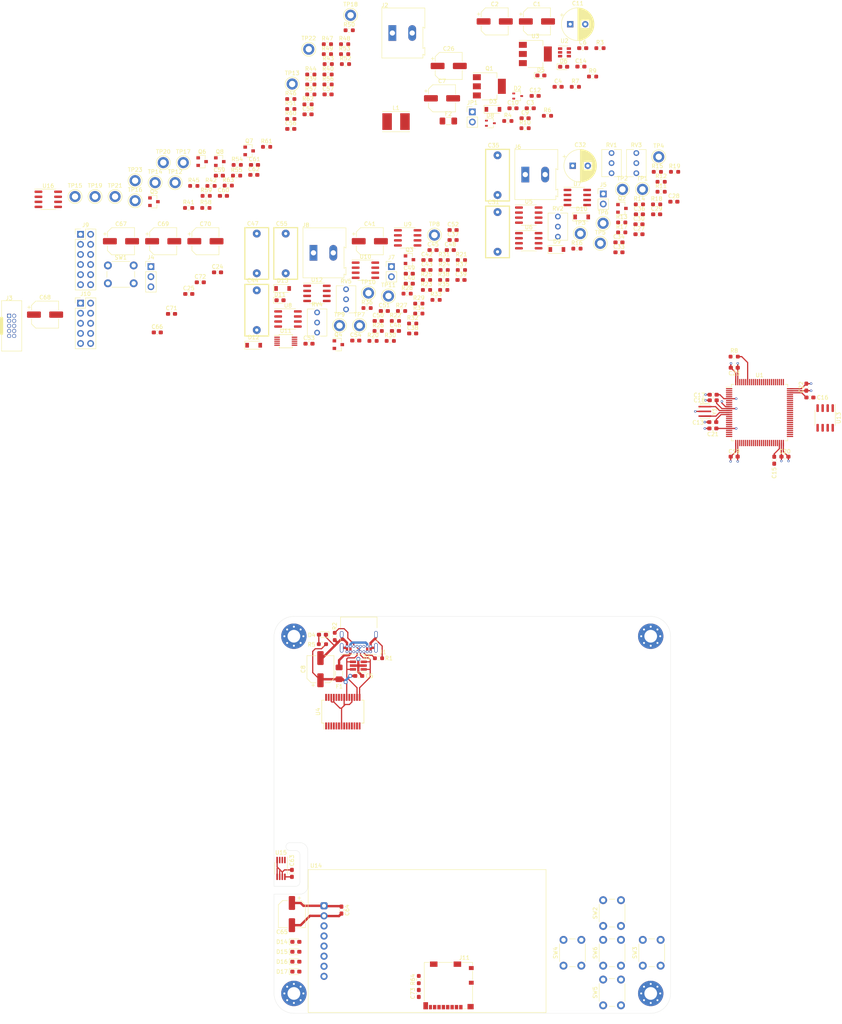
<source format=kicad_pcb>
(kicad_pcb (version 20171130) (host pcbnew "(5.1.10)-1")
  (layers (0 F.Cu signal) (1 In1.Cu signal) (2 In2.Cu signal) (31 B.Cu signal) (34 B.Paste user) (35 F.Paste user) (36 B.SilkS user) (37 F.SilkS user) (38 B.Mask user) (39 F.Mask user) (44 Edge.Cuts user))
  (net 0 "")
  (net 1 "Net-(J1-PadB8)")
  (net 2 "Net-(J1-PadB5)")
  (net 3 "Net-(J1-PadA8)")
  (net 4 "Net-(J1-PadA5)")
  (net 5 "Net-(U1-Pad96)")
  (net 6 "Net-(U1-Pad95)")
  (net 7 "Net-(U1-Pad91)")
  (net 8 "Net-(U1-Pad90)")
  (net 9 "Net-(U1-Pad79)")
  (net 10 "Net-(U1-Pad68)")
  (net 11 "Net-(U1-Pad65)")
  (net 12 "Net-(U1-Pad64)")
  (net 13 "Net-(U1-Pad63)")
  (net 14 "Net-(U1-Pad62)")
  (net 15 "Net-(U1-Pad61)")
  (net 16 "Net-(U1-Pad57)")
  (net 17 "Net-(U1-Pad56)")
  (net 18 "Net-(U1-Pad51)")
  (net 19 "Net-(U1-Pad47)")
  (net 20 "Net-(U1-Pad45)")
  (net 21 "Net-(U1-Pad44)")
  (net 22 "Net-(U1-Pad43)")
  (net 23 "Net-(U1-Pad41)")
  (net 24 "Net-(U1-Pad40)")
  (net 25 "Net-(U1-Pad16)")
  (net 26 "Net-(U1-Pad15)")
  (net 27 "Net-(U1-Pad13)")
  (net 28 "Net-(U1-Pad12)")
  (net 29 "Net-(U1-Pad9)")
  (net 30 "Net-(U1-Pad8)")
  (net 31 "Net-(U1-Pad7)")
  (net 32 "Net-(U1-Pad2)")
  (net 33 "Net-(U2-Pad6)")
  (net 34 GND)
  (net 35 +5V)
  (net 36 +3V3)
  (net 37 VBUS)
  (net 38 "Net-(C9-Pad2)")
  (net 39 Vdrive)
  (net 40 /power/FT3V3)
  (net 41 /power/DN)
  (net 42 /power/DP)
  (net 43 "Net-(D2-Pad2)")
  (net 44 "Net-(D3-Pad2)")
  (net 45 "Net-(D4-Pad2)")
  (net 46 "Net-(D5-Pad2)")
  (net 47 "Net-(D5-Pad1)")
  (net 48 "Net-(D6-Pad2)")
  (net 49 "Net-(D6-Pad1)")
  (net 50 "Net-(F1-Pad2)")
  (net 51 "Net-(J2-Pad2)")
  (net 52 "Net-(U4-Pad28)")
  (net 53 "Net-(U4-Pad27)")
  (net 54 "Net-(U4-Pad19)")
  (net 55 "Net-(U4-Pad14)")
  (net 56 "Net-(U4-Pad13)")
  (net 57 "Net-(U4-Pad12)")
  (net 58 "Net-(U4-Pad11)")
  (net 59 "Net-(U4-Pad10)")
  (net 60 "Net-(U4-Pad9)")
  (net 61 "Net-(U4-Pad6)")
  (net 62 "Net-(U4-Pad3)")
  (net 63 "Net-(U4-Pad2)")
  (net 64 /NRST)
  (net 65 "Net-(C15-Pad1)")
  (net 66 "Net-(C16-Pad1)")
  (net 67 "/out frontend/DRIVE_REF")
  (net 68 "Net-(C28-Pad1)")
  (net 69 "Net-(C29-Pad1)")
  (net 70 "/out frontend/DDS")
  (net 71 "/out frontend/DDS_AC")
  (net 72 "Net-(C34-Pad2)")
  (net 73 "/out frontend/T_OUT_DC")
  (net 74 "/out frontend/T_OUT_AC")
  (net 75 "Net-(C38-Pad1)")
  (net 76 "Net-(C43-Pad1)")
  (net 77 "Net-(C44-Pad2)")
  (net 78 "Net-(C46-Pad2)")
  (net 79 "Net-(C47-Pad2)")
  (net 80 "Net-(C48-Pad2)")
  (net 81 "Net-(C50-Pad2)")
  (net 82 "Net-(C51-Pad2)")
  (net 83 "Net-(C52-Pad1)")
  (net 84 "Net-(C53-Pad2)")
  (net 85 "Net-(C53-Pad1)")
  (net 86 "Net-(C54-Pad1)")
  (net 87 "Net-(C55-Pad2)")
  (net 88 "Net-(C55-Pad1)")
  (net 89 "Net-(D8-Pad3)")
  (net 90 "Net-(D8-Pad2)")
  (net 91 "Net-(D11-Pad2)")
  (net 92 "Net-(D11-Pad1)")
  (net 93 "Net-(F2-Pad2)")
  (net 94 /SWDIO)
  (net 95 /SWDCLK)
  (net 96 /SWO)
  (net 97 "Net-(J3-Pad7)")
  (net 98 "Net-(J3-Pad8)")
  (net 99 "Net-(J4-Pad2)")
  (net 100 "Net-(Q2-Pad1)")
  (net 101 "Net-(Q3-Pad1)")
  (net 102 "Net-(Q4-Pad1)")
  (net 103 "Net-(R10-Pad2)")
  (net 104 /BOOT0)
  (net 105 "Net-(R13-Pad2)")
  (net 106 "Net-(R15-Pad1)")
  (net 107 "Net-(R17-Pad2)")
  (net 108 "Net-(R21-Pad1)")
  (net 109 "Net-(R25-Pad2)")
  (net 110 "Net-(R32-Pad2)")
  (net 111 /VREF)
  (net 112 "Net-(R36-Pad2)")
  (net 113 "Net-(R37-Pad2)")
  (net 114 "/in frontend/FREQ_TEST")
  (net 115 "/in frontend/0.5_VREF")
  (net 116 "Net-(U12-Pad5)")
  (net 117 /RAW_OUTPUT)
  (net 118 "Net-(C56-Pad1)")
  (net 119 "Net-(C57-Pad1)")
  (net 120 "Net-(C58-Pad1)")
  (net 121 "Net-(C59-Pad1)")
  (net 122 "Net-(C60-Pad1)")
  (net 123 "Net-(D14-Pad2)")
  (net 124 "Net-(D14-Pad1)")
  (net 125 "Net-(D15-Pad2)")
  (net 126 "Net-(D15-Pad1)")
  (net 127 "Net-(D16-Pad2)")
  (net 128 "Net-(D16-Pad1)")
  (net 129 "Net-(D17-Pad2)")
  (net 130 "Net-(D17-Pad1)")
  (net 131 /PE9)
  (net 132 /PC5)
  (net 133 /PE8)
  (net 134 /PC4)
  (net 135 /PE7)
  (net 136 /PB1)
  (net 137 /PA5)
  (net 138 /PB0)
  (net 139 /PC3)
  (net 140 /PC2)
  (net 141 /PC9)
  (net 142 /PE1)
  (net 143 /PA8)
  (net 144 /PE0)
  (net 145 /SD_MISO)
  (net 146 /SD_CLK)
  (net 147 /SD_MOSI)
  (net 148 /SD_CS)
  (net 149 "Net-(J11-Pad8)")
  (net 150 "Net-(J11-Pad1)")
  (net 151 /OUT_WIND_BREACH)
  (net 152 /DET_OUTPUT)
  (net 153 "Net-(Q5-Pad1)")
  (net 154 "Net-(Q6-Pad1)")
  (net 155 "Net-(Q7-Pad1)")
  (net 156 "Net-(Q8-Pad1)")
  (net 157 /GAIN_SEL_A1)
  (net 158 /GAIN_SEL_A0)
  (net 159 /LED_1)
  (net 160 /LED_2)
  (net 161 /LED_3)
  (net 162 /LED_4)
  (net 163 /BUT_1)
  (net 164 /BUT_2)
  (net 165 /BUT_3)
  (net 166 /BUT_4)
  (net 167 /BUT_5)
  (net 168 /SCL)
  (net 169 /SDA)
  (net 170 /TH_ALERT)
  (net 171 /LCD_DIN)
  (net 172 /LCD_CLK)
  (net 173 /LCD_CS)
  (net 174 /LCD_DC)
  (net 175 /LCD_RST)
  (net 176 /LCD_BL)
  (net 177 /FLASH_IO3)
  (net 178 /FLASH_IO1)
  (net 179 /FLASH_IO0)
  (net 180 /EEP_~WC)
  (net 181 /FLASH_~CE)
  (net 182 /FLASH_SCK)
  (net 183 /DDS_IN)
  (net 184 /FT_TX)
  (net 185 /FT_RX)
  (net 186 /FLASH_IO2)
  (module Crystal:Resonator_SMD_muRata_CSTxExxV-3Pin_3.0x1.1mm_HandSoldering (layer F.Cu) (at 208.65 -1.65 270)
    (fp_text reference Y1 (at 0 -2.45 90) (layer F.SilkS))
    (fp_text value 10MHz)
    (pad 3 smd rect (at 1.2 0 270) (size 0.4 3.2) (layers F.Cu F.Paste F.Mask) (net 27 "Net-(U1-Pad13)"))
    (pad 2 smd rect (at 0 0 270) (size 0.4 3.2) (layers F.Cu F.Paste F.Mask) (net 34 GND))
    (pad 1 smd rect (at -1.2 0 270) (size 0.4 3.2) (layers F.Cu F.Paste F.Mask) (net 28 "Net-(U1-Pad12)"))
  )
  (module Package_SO:SOIC-8_3.9x4.9mm_P1.27mm (layer F.Cu) (at 43.05 -55.08)
    (fp_text reference U16 (at 0 -3.4) (layer F.SilkS))
    (fp_text value M24256-BR)
    (pad 8 smd roundrect (at 2.475 -1.905) (size 1.95 0.6) (layers F.Cu F.Paste F.Mask) (net 36 +3V3))
    (pad 7 smd roundrect (at 2.475 -0.635) (size 1.95 0.6) (layers F.Cu F.Paste F.Mask) (net 180 /EEP_~WC))
    (pad 6 smd roundrect (at 2.475 0.635) (size 1.95 0.6) (layers F.Cu F.Paste F.Mask) (net 168 /SCL))
    (pad 5 smd roundrect (at 2.475 1.905) (size 1.95 0.6) (layers F.Cu F.Paste F.Mask) (net 169 /SDA))
    (pad 4 smd roundrect (at -2.475 1.905) (size 1.95 0.6) (layers F.Cu F.Paste F.Mask) (net 34 GND))
    (pad 3 smd roundrect (at -2.475 0.635) (size 1.95 0.6) (layers F.Cu F.Paste F.Mask) (net 34 GND))
    (pad 2 smd roundrect (at -2.475 -0.635) (size 1.95 0.6) (layers F.Cu F.Paste F.Mask) (net 34 GND))
    (pad 1 smd roundrect (at -2.475 -1.905) (size 1.95 0.6) (layers F.Cu F.Paste F.Mask) (net 34 GND))
  )
  (module Package_SO:MSOP-8_3x3mm_P0.65mm (layer F.Cu) (at 101.75 113.5 270)
    (fp_text reference U15 (at -4 0) (layer F.SilkS))
    (fp_text value MCP9808_MSOP)
    (pad 8 smd roundrect (at 2.1125 -0.975 270) (size 1.625 0.4) (layers F.Cu F.Paste F.Mask) (net 36 +3V3))
    (pad 7 smd roundrect (at 2.1125 -0.325 270) (size 1.625 0.4) (layers F.Cu F.Paste F.Mask) (net 34 GND))
    (pad 6 smd roundrect (at 2.1125 0.325 270) (size 1.625 0.4) (layers F.Cu F.Paste F.Mask) (net 34 GND))
    (pad 5 smd roundrect (at 2.1125 0.975 270) (size 1.625 0.4) (layers F.Cu F.Paste F.Mask) (net 34 GND))
    (pad 4 smd roundrect (at -2.1125 0.975 270) (size 1.625 0.4) (layers F.Cu F.Paste F.Mask) (net 34 GND))
    (pad 3 smd roundrect (at -2.1125 0.325 270) (size 1.625 0.4) (layers F.Cu F.Paste F.Mask) (net 170 /TH_ALERT))
    (pad 2 smd roundrect (at -2.1125 -0.325 270) (size 1.625 0.4) (layers F.Cu F.Paste F.Mask) (net 168 /SCL))
    (pad 1 smd roundrect (at -2.1125 -0.975 270) (size 1.625 0.4) (layers F.Cu F.Paste F.Mask) (net 169 /SDA))
  )
  (module Waveshare_LCD_1.8:Waveshare_LCD_1.8 (layer F.Cu) (at 112.6 131.8)
    (fp_text reference U14 (at -2 -19) (layer F.SilkS))
    (fp_text value Waveshare_LCD_1_8)
    (pad "" np_thru_hole circle (at 51.5 14.5) (size 3.5 3.5) (drill 3.5) (layers *.Cu *.Mask))
    (pad "" np_thru_hole circle (at 51.5 -14.5) (size 3.5 3.5) (drill 3.5) (layers *.Cu *.Mask))
    (pad "" np_thru_hole circle (at 0 14.5) (size 3.5 3.5) (drill 3.5) (layers *.Cu *.Mask))
    (pad "" np_thru_hole circle (at 0 -14.5) (size 3.5 3.5) (drill 3.5) (layers *.Cu *.Mask))
    (pad 8 thru_hole circle (at 0 8.89) (size 1.8 1.8) (drill 1) (layers *.Cu *.Mask) (net 176 /LCD_BL))
    (pad 7 thru_hole circle (at 0 6.35) (size 1.8 1.8) (drill 1) (layers *.Cu *.Mask) (net 175 /LCD_RST))
    (pad 6 thru_hole circle (at 0 3.81) (size 1.8 1.8) (drill 1) (layers *.Cu *.Mask) (net 174 /LCD_DC))
    (pad 5 thru_hole circle (at 0 1.27) (size 1.8 1.8) (drill 1) (layers *.Cu *.Mask) (net 173 /LCD_CS))
    (pad 4 thru_hole circle (at 0 -1.27) (size 1.8 1.8) (drill 1) (layers *.Cu *.Mask) (net 172 /LCD_CLK))
    (pad 3 thru_hole circle (at 0 -3.81) (size 1.8 1.8) (drill 1) (layers *.Cu *.Mask) (net 171 /LCD_DIN))
    (pad 2 thru_hole circle (at 0 -6.35) (size 1.8 1.8) (drill 1) (layers *.Cu *.Mask) (net 34 GND))
    (pad 1 thru_hole roundrect (at 0 -8.89) (size 1.8 1.8) (drill 1) (layers *.Cu *.Mask) (net 36 +3V3))
  )
  (module Package_SO:SOIC-8_3.9x4.9mm_P1.27mm (layer F.Cu) (at 239 0 270)
    (fp_text reference U13 (at 0 -3.4 90) (layer F.SilkS))
    (fp_text value IS25LP032D)
    (pad 8 smd roundrect (at 2.475 -1.905 270) (size 1.95 0.6) (layers F.Cu F.Paste F.Mask) (net 36 +3V3))
    (pad 7 smd roundrect (at 2.475 -0.635 270) (size 1.95 0.6) (layers F.Cu F.Paste F.Mask) (net 177 /FLASH_IO3))
    (pad 6 smd roundrect (at 2.475 0.635 270) (size 1.95 0.6) (layers F.Cu F.Paste F.Mask) (net 182 /FLASH_SCK))
    (pad 5 smd roundrect (at 2.475 1.905 270) (size 1.95 0.6) (layers F.Cu F.Paste F.Mask) (net 179 /FLASH_IO0))
    (pad 4 smd roundrect (at -2.475 1.905 270) (size 1.95 0.6) (layers F.Cu F.Paste F.Mask) (net 34 GND))
    (pad 3 smd roundrect (at -2.475 0.635 270) (size 1.95 0.6) (layers F.Cu F.Paste F.Mask) (net 186 /FLASH_IO2))
    (pad 2 smd roundrect (at -2.475 -0.635 270) (size 1.95 0.6) (layers F.Cu F.Paste F.Mask) (net 178 /FLASH_IO1))
    (pad 1 smd roundrect (at -2.475 -1.905 270) (size 1.95 0.6) (layers F.Cu F.Paste F.Mask) (net 181 /FLASH_~CE))
  )
  (module Package_SO:SOIC-8_3.9x4.9mm_P1.27mm (layer F.Cu) (at 110.81 -31.38)
    (fp_text reference U12 (at 0 -3.4) (layer F.SilkS))
    (fp_text value LM4140ACM-2.0)
    (pad 8 smd roundrect (at 2.475 -1.905) (size 1.95 0.6) (layers F.Cu F.Paste F.Mask) (net 34 GND))
    (pad 7 smd roundrect (at 2.475 -0.635) (size 1.95 0.6) (layers F.Cu F.Paste F.Mask) (net 34 GND))
    (pad 6 smd roundrect (at 2.475 0.635) (size 1.95 0.6) (layers F.Cu F.Paste F.Mask) (net 83 "Net-(C52-Pad1)"))
    (pad 5 smd roundrect (at 2.475 1.905) (size 1.95 0.6) (layers F.Cu F.Paste F.Mask) (net 116 "Net-(U12-Pad5)"))
    (pad 4 smd roundrect (at -2.475 1.905) (size 1.95 0.6) (layers F.Cu F.Paste F.Mask) (net 34 GND))
    (pad 3 smd roundrect (at -2.475 0.635) (size 1.95 0.6) (layers F.Cu F.Paste F.Mask) (net 36 +3V3))
    (pad 2 smd roundrect (at -2.475 -0.635) (size 1.95 0.6) (layers F.Cu F.Paste F.Mask) (net 36 +3V3))
    (pad 1 smd roundrect (at -2.475 -1.905) (size 1.95 0.6) (layers F.Cu F.Paste F.Mask) (net 34 GND))
  )
  (module Package_SO:MSOP-10_3x3mm_P0.5mm (layer F.Cu) (at 102.96 -19.33)
    (fp_text reference U11 (at 0 -2.6) (layer F.SilkS))
    (fp_text value MAX4734EUB+)
    (pad 10 smd rect (at 2.2 -1) (size 1.4 0.3) (layers F.Cu F.Paste F.Mask) (net 157 /GAIN_SEL_A1))
    (pad 9 smd rect (at 2.2 -0.5) (size 1.4 0.3) (layers F.Cu F.Paste F.Mask) (net 81 "Net-(C50-Pad2)"))
    (pad 8 smd rect (at 2.2 0) (size 1.4 0.3) (layers F.Cu F.Paste F.Mask) (net 110 "Net-(R32-Pad2)"))
    (pad 7 smd rect (at 2.2 0.5) (size 1.4 0.3) (layers F.Cu F.Paste F.Mask) (net 78 "Net-(C46-Pad2)"))
    (pad 6 smd rect (at 2.2 1) (size 1.4 0.3) (layers F.Cu F.Paste F.Mask) (net 36 +3V3))
    (pad 5 smd rect (at -2.2 1) (size 1.4 0.3) (layers F.Cu F.Paste F.Mask) (net 36 +3V3))
    (pad 4 smd rect (at -2.2 0.5) (size 1.4 0.3) (layers F.Cu F.Paste F.Mask) (net 80 "Net-(C48-Pad2)"))
    (pad 3 smd rect (at -2.2 0) (size 1.4 0.3) (layers F.Cu F.Paste F.Mask) (net 34 GND))
    (pad 2 smd rect (at -2.2 -0.5) (size 1.4 0.3) (layers F.Cu F.Paste F.Mask) (net 82 "Net-(C51-Pad2)"))
    (pad 1 smd rect (at -2.2 -1) (size 1.4 0.3) (layers F.Cu F.Paste F.Mask) (net 158 /GAIN_SEL_A0))
  )
  (module Package_SO:SOIC-8_3.9x4.9mm_P1.27mm (layer F.Cu) (at 123.05 -37.22)
    (fp_text reference U10 (at 0 -3.4) (layer F.SilkS))
    (fp_text value LM567)
    (pad 8 smd roundrect (at 2.475 -1.905) (size 1.95 0.6) (layers F.Cu F.Paste F.Mask) (net 108 "Net-(R21-Pad1)"))
    (pad 7 smd roundrect (at 2.475 -0.635) (size 1.95 0.6) (layers F.Cu F.Paste F.Mask) (net 34 GND))
    (pad 6 smd roundrect (at 2.475 0.635) (size 1.95 0.6) (layers F.Cu F.Paste F.Mask) (net 109 "Net-(R25-Pad2)"))
    (pad 5 smd roundrect (at 2.475 1.905) (size 1.95 0.6) (layers F.Cu F.Paste F.Mask) (net 114 "/in frontend/FREQ_TEST"))
    (pad 4 smd roundrect (at -2.475 1.905) (size 1.95 0.6) (layers F.Cu F.Paste F.Mask) (net 35 +5V))
    (pad 3 smd roundrect (at -2.475 0.635) (size 1.95 0.6) (layers F.Cu F.Paste F.Mask) (net 79 "Net-(C47-Pad2)"))
    (pad 2 smd roundrect (at -2.475 -0.635) (size 1.95 0.6) (layers F.Cu F.Paste F.Mask) (net 76 "Net-(C43-Pad1)"))
    (pad 1 smd roundrect (at -2.475 -1.905) (size 1.95 0.6) (layers F.Cu F.Paste F.Mask) (net 75 "Net-(C38-Pad1)"))
  )
  (module Package_SO:SOIC-8_3.9x4.9mm_P1.27mm (layer F.Cu) (at 133.7 -45.37)
    (fp_text reference U9 (at 0 -3.4) (layer F.SilkS))
    (fp_text value AD823)
    (pad 8 smd roundrect (at 2.475 -1.905) (size 1.95 0.6) (layers F.Cu F.Paste F.Mask) (net 36 +3V3))
    (pad 7 smd roundrect (at 2.475 -0.635) (size 1.95 0.6) (layers F.Cu F.Paste F.Mask))
    (pad 6 smd roundrect (at 2.475 0.635) (size 1.95 0.6) (layers F.Cu F.Paste F.Mask))
    (pad 5 smd roundrect (at 2.475 1.905) (size 1.95 0.6) (layers F.Cu F.Paste F.Mask))
    (pad 4 smd roundrect (at -2.475 1.905) (size 1.95 0.6) (layers F.Cu F.Paste F.Mask) (net 34 GND))
    (pad 3 smd roundrect (at -2.475 0.635) (size 1.95 0.6) (layers F.Cu F.Paste F.Mask))
    (pad 2 smd roundrect (at -2.475 -0.635) (size 1.95 0.6) (layers F.Cu F.Paste F.Mask))
    (pad 1 smd roundrect (at -2.475 -1.905) (size 1.95 0.6) (layers F.Cu F.Paste F.Mask))
  )
  (module Package_SO:SOIC-8_3.9x4.9mm_P1.27mm (layer F.Cu) (at 103.51 -24.93)
    (fp_text reference U8 (at 0 -3.4) (layer F.SilkS))
    (fp_text value AD823)
    (pad 8 smd roundrect (at 2.475 -1.905) (size 1.95 0.6) (layers F.Cu F.Paste F.Mask) (net 36 +3V3))
    (pad 7 smd roundrect (at 2.475 -0.635) (size 1.95 0.6) (layers F.Cu F.Paste F.Mask) (net 115 "/in frontend/0.5_VREF"))
    (pad 6 smd roundrect (at 2.475 0.635) (size 1.95 0.6) (layers F.Cu F.Paste F.Mask) (net 115 "/in frontend/0.5_VREF"))
    (pad 5 smd roundrect (at 2.475 1.905) (size 1.95 0.6) (layers F.Cu F.Paste F.Mask) (net 86 "Net-(C54-Pad1)"))
    (pad 4 smd roundrect (at -2.475 1.905) (size 1.95 0.6) (layers F.Cu F.Paste F.Mask) (net 34 GND))
    (pad 3 smd roundrect (at -2.475 0.635) (size 1.95 0.6) (layers F.Cu F.Paste F.Mask) (net 83 "Net-(C52-Pad1)"))
    (pad 2 smd roundrect (at -2.475 -0.635) (size 1.95 0.6) (layers F.Cu F.Paste F.Mask) (net 111 /VREF))
    (pad 1 smd roundrect (at -2.475 -1.905) (size 1.95 0.6) (layers F.Cu F.Paste F.Mask) (net 111 /VREF))
  )
  (module Package_SO:SOIC-8_3.9x4.9mm_P1.27mm (layer F.Cu) (at 176.48 -55.54)
    (fp_text reference U7 (at 0 -3.4) (layer F.SilkS))
    (fp_text value AD823)
    (pad 8 smd roundrect (at 2.475 -1.905) (size 1.95 0.6) (layers F.Cu F.Paste F.Mask) (net 39 Vdrive))
    (pad 7 smd roundrect (at 2.475 -0.635) (size 1.95 0.6) (layers F.Cu F.Paste F.Mask) (net 84 "Net-(C53-Pad2)"))
    (pad 6 smd roundrect (at 2.475 0.635) (size 1.95 0.6) (layers F.Cu F.Paste F.Mask) (net 85 "Net-(C53-Pad1)"))
    (pad 5 smd roundrect (at 2.475 1.905) (size 1.95 0.6) (layers F.Cu F.Paste F.Mask) (net 115 "/in frontend/0.5_VREF"))
    (pad 4 smd roundrect (at -2.475 1.905) (size 1.95 0.6) (layers F.Cu F.Paste F.Mask) (net 34 GND))
    (pad 3 smd roundrect (at -2.475 0.635) (size 1.95 0.6) (layers F.Cu F.Paste F.Mask) (net 115 "/in frontend/0.5_VREF"))
    (pad 2 smd roundrect (at -2.475 -0.635) (size 1.95 0.6) (layers F.Cu F.Paste F.Mask) (net 110 "Net-(R32-Pad2)"))
    (pad 1 smd roundrect (at -2.475 -1.905) (size 1.95 0.6) (layers F.Cu F.Paste F.Mask) (net 117 /RAW_OUTPUT))
  )
  (module Package_SO:SOIC-8_3.9x4.9mm_P1.27mm (layer F.Cu) (at 164.24 -44.65)
    (fp_text reference U6 (at 0 -3.4) (layer F.SilkS))
    (fp_text value LM393)
    (pad 8 smd roundrect (at 2.475 -1.905) (size 1.95 0.6) (layers F.Cu F.Paste F.Mask) (net 39 Vdrive))
    (pad 7 smd roundrect (at 2.475 -0.635) (size 1.95 0.6) (layers F.Cu F.Paste F.Mask) (net 100 "Net-(Q2-Pad1)"))
    (pad 6 smd roundrect (at 2.475 0.635) (size 1.95 0.6) (layers F.Cu F.Paste F.Mask) (net 69 "Net-(C29-Pad1)"))
    (pad 5 smd roundrect (at 2.475 1.905) (size 1.95 0.6) (layers F.Cu F.Paste F.Mask) (net 73 "/out frontend/T_OUT_DC"))
    (pad 4 smd roundrect (at -2.475 1.905) (size 1.95 0.6) (layers F.Cu F.Paste F.Mask) (net 34 GND))
    (pad 3 smd roundrect (at -2.475 0.635) (size 1.95 0.6) (layers F.Cu F.Paste F.Mask) (net 68 "Net-(C28-Pad1)"))
    (pad 2 smd roundrect (at -2.475 -0.635) (size 1.95 0.6) (layers F.Cu F.Paste F.Mask) (net 73 "/out frontend/T_OUT_DC"))
    (pad 1 smd roundrect (at -2.475 -1.905) (size 1.95 0.6) (layers F.Cu F.Paste F.Mask) (net 100 "Net-(Q2-Pad1)"))
  )
  (module Package_SO:SOIC-8_3.9x4.9mm_P1.27mm (layer F.Cu) (at 164.24 -51.1)
    (fp_text reference U5 (at 0 -3.4) (layer F.SilkS))
    (fp_text value AD823)
    (pad 8 smd roundrect (at 2.475 -1.905) (size 1.95 0.6) (layers F.Cu F.Paste F.Mask) (net 39 Vdrive))
    (pad 7 smd roundrect (at 2.475 -0.635) (size 1.95 0.6) (layers F.Cu F.Paste F.Mask) (net 73 "/out frontend/T_OUT_DC"))
    (pad 6 smd roundrect (at 2.475 0.635) (size 1.95 0.6) (layers F.Cu F.Paste F.Mask) (net 72 "Net-(C34-Pad2)"))
    (pad 5 smd roundrect (at 2.475 1.905) (size 1.95 0.6) (layers F.Cu F.Paste F.Mask) (net 67 "/out frontend/DRIVE_REF"))
    (pad 4 smd roundrect (at -2.475 1.905) (size 1.95 0.6) (layers F.Cu F.Paste F.Mask) (net 34 GND))
    (pad 3 smd roundrect (at -2.475 0.635) (size 1.95 0.6) (layers F.Cu F.Paste F.Mask) (net 183 /DDS_IN))
    (pad 2 smd roundrect (at -2.475 -0.635) (size 1.95 0.6) (layers F.Cu F.Paste F.Mask) (net 70 "/out frontend/DDS"))
    (pad 1 smd roundrect (at -2.475 -1.905) (size 1.95 0.6) (layers F.Cu F.Paste F.Mask) (net 70 "/out frontend/DDS"))
  )
  (module Package_SO:SSOP-28_5.3x10.2mm_P0.65mm (layer F.Cu) (at 117.35 74 90)
    (fp_text reference U4 (at 0 -6.25 90) (layer F.SilkS))
    (fp_text value FT232RL)
    (pad 28 smd rect (at 3.6 -4.225 90) (size 1.75 0.45) (layers F.Cu F.Paste F.Mask) (net 52 "Net-(U4-Pad28)"))
    (pad 27 smd rect (at 3.6 -3.575 90) (size 1.75 0.45) (layers F.Cu F.Paste F.Mask) (net 53 "Net-(U4-Pad27)"))
    (pad 26 smd rect (at 3.6 -2.925 90) (size 1.75 0.45) (layers F.Cu F.Paste F.Mask) (net 34 GND))
    (pad 25 smd rect (at 3.6 -2.275 90) (size 1.75 0.45) (layers F.Cu F.Paste F.Mask) (net 34 GND))
    (pad 24 smd rect (at 3.6 -1.625 90) (size 1.75 0.45) (layers F.Cu F.Paste F.Mask))
    (pad 23 smd rect (at 3.6 -0.975 90) (size 1.75 0.45) (layers F.Cu F.Paste F.Mask) (net 47 "Net-(D5-Pad1)"))
    (pad 22 smd rect (at 3.6 -0.325 90) (size 1.75 0.45) (layers F.Cu F.Paste F.Mask) (net 49 "Net-(D6-Pad1)"))
    (pad 21 smd rect (at 3.6 0.325 90) (size 1.75 0.45) (layers F.Cu F.Paste F.Mask) (net 34 GND))
    (pad 20 smd rect (at 3.6 0.975 90) (size 1.75 0.45) (layers F.Cu F.Paste F.Mask) (net 37 VBUS))
    (pad 19 smd rect (at 3.6 1.625 90) (size 1.75 0.45) (layers F.Cu F.Paste F.Mask) (net 54 "Net-(U4-Pad19)"))
    (pad 18 smd rect (at 3.6 2.275 90) (size 1.75 0.45) (layers F.Cu F.Paste F.Mask) (net 34 GND))
    (pad 17 smd rect (at 3.6 2.925 90) (size 1.75 0.45) (layers F.Cu F.Paste F.Mask) (net 40 /power/FT3V3))
    (pad 16 smd rect (at 3.6 3.575 90) (size 1.75 0.45) (layers F.Cu F.Paste F.Mask) (net 41 /power/DN))
    (pad 15 smd rect (at 3.6 4.225 90) (size 1.75 0.45) (layers F.Cu F.Paste F.Mask) (net 42 /power/DP))
    (pad 14 smd rect (at -3.6 4.225 90) (size 1.75 0.45) (layers F.Cu F.Paste F.Mask) (net 55 "Net-(U4-Pad14)"))
    (pad 13 smd rect (at -3.6 3.575 90) (size 1.75 0.45) (layers F.Cu F.Paste F.Mask) (net 56 "Net-(U4-Pad13)"))
    (pad 12 smd rect (at -3.6 2.925 90) (size 1.75 0.45) (layers F.Cu F.Paste F.Mask) (net 57 "Net-(U4-Pad12)"))
    (pad 11 smd rect (at -3.6 2.275 90) (size 1.75 0.45) (layers F.Cu F.Paste F.Mask) (net 58 "Net-(U4-Pad11)"))
    (pad 10 smd rect (at -3.6 1.625 90) (size 1.75 0.45) (layers F.Cu F.Paste F.Mask) (net 59 "Net-(U4-Pad10)"))
    (pad 9 smd rect (at -3.6 0.975 90) (size 1.75 0.45) (layers F.Cu F.Paste F.Mask) (net 60 "Net-(U4-Pad9)"))
    (pad 8 smd rect (at -3.6 0.325 90) (size 1.75 0.45) (layers F.Cu F.Paste F.Mask))
    (pad 7 smd rect (at -3.6 -0.325 90) (size 1.75 0.45) (layers F.Cu F.Paste F.Mask) (net 34 GND))
    (pad 6 smd rect (at -3.6 -0.975 90) (size 1.75 0.45) (layers F.Cu F.Paste F.Mask) (net 61 "Net-(U4-Pad6)"))
    (pad 5 smd rect (at -3.6 -1.625 90) (size 1.75 0.45) (layers F.Cu F.Paste F.Mask) (net 185 /FT_RX))
    (pad 4 smd rect (at -3.6 -2.275 90) (size 1.75 0.45) (layers F.Cu F.Paste F.Mask) (net 40 /power/FT3V3))
    (pad 3 smd rect (at -3.6 -2.925 90) (size 1.75 0.45) (layers F.Cu F.Paste F.Mask) (net 62 "Net-(U4-Pad3)"))
    (pad 2 smd rect (at -3.6 -3.575 90) (size 1.75 0.45) (layers F.Cu F.Paste F.Mask) (net 63 "Net-(U4-Pad2)"))
    (pad 1 smd rect (at -3.6 -4.225 90) (size 1.75 0.45) (layers F.Cu F.Paste F.Mask) (net 184 /FT_TX))
  )
  (module Package_TO_SOT_SMD:SOT-223-3_TabPin2 (layer F.Cu) (at 165.9 -91.7)
    (fp_text reference U3 (at 0 -4.5) (layer F.SilkS))
    (fp_text value AMS1117-3.3)
    (pad 1 smd rect (at -3.15 -2.3) (size 2 1.5) (layers F.Cu F.Paste F.Mask) (net 34 GND))
    (pad 3 smd rect (at -3.15 2.3) (size 2 1.5) (layers F.Cu F.Paste F.Mask) (net 35 +5V))
    (pad 2 smd rect (at -3.15 0) (size 2 1.5) (layers F.Cu F.Paste F.Mask) (net 36 +3V3))
    (pad 2 smd rect (at 3.15 0) (size 2 3.8) (layers F.Cu F.Paste F.Mask) (net 36 +3V3))
  )
  (module Package_TO_SOT_SMD:SOT-23-6 (layer F.Cu) (at 173.25 -92.1)
    (fp_text reference U2 (at 0 -2.9) (layer F.SilkS))
    (fp_text value MT3608)
    (pad 5 smd rect (at 1.1 0) (size 1.06 0.65) (layers F.Cu F.Paste F.Mask) (net 35 +5V))
    (pad 6 smd rect (at 1.1 -0.95) (size 1.06 0.65) (layers F.Cu F.Paste F.Mask) (net 33 "Net-(U2-Pad6)"))
    (pad 4 smd rect (at 1.1 0.95) (size 1.06 0.65) (layers F.Cu F.Paste F.Mask) (net 35 +5V))
    (pad 3 smd rect (at -1.1 0.95) (size 1.06 0.65) (layers F.Cu F.Paste F.Mask) (net 38 "Net-(C9-Pad2)"))
    (pad 2 smd rect (at -1.1 0) (size 1.06 0.65) (layers F.Cu F.Paste F.Mask) (net 34 GND))
    (pad 1 smd rect (at -1.1 -0.95) (size 1.06 0.65) (layers F.Cu F.Paste F.Mask) (net 44 "Net-(D3-Pad2)"))
  )
  (module Package_QFP:LQFP-100_14x14mm_P0.5mm (layer F.Cu) (at 222.45 -1.35)
    (fp_text reference U1 (at 0 -9.42) (layer F.SilkS))
    (fp_text value STM32H743VITx)
    (pad 100 smd roundrect (at -6 -7.675) (size 0.3 1.6) (layers F.Cu F.Paste F.Mask) (net 36 +3V3))
    (pad 99 smd roundrect (at -5.5 -7.675) (size 0.3 1.6) (layers F.Cu F.Paste F.Mask) (net 34 GND))
    (pad 98 smd roundrect (at -5 -7.675) (size 0.3 1.6) (layers F.Cu F.Paste F.Mask) (net 142 /PE1))
    (pad 97 smd roundrect (at -4.5 -7.675) (size 0.3 1.6) (layers F.Cu F.Paste F.Mask) (net 144 /PE0))
    (pad 96 smd roundrect (at -4 -7.675) (size 0.3 1.6) (layers F.Cu F.Paste F.Mask) (net 5 "Net-(U1-Pad96)"))
    (pad 95 smd roundrect (at -3.5 -7.675) (size 0.3 1.6) (layers F.Cu F.Paste F.Mask) (net 6 "Net-(U1-Pad95)"))
    (pad 94 smd roundrect (at -3 -7.675) (size 0.3 1.6) (layers F.Cu F.Paste F.Mask) (net 104 /BOOT0))
    (pad 93 smd roundrect (at -2.5 -7.675) (size 0.3 1.6) (layers F.Cu F.Paste F.Mask) (net 169 /SDA))
    (pad 92 smd roundrect (at -2 -7.675) (size 0.3 1.6) (layers F.Cu F.Paste F.Mask) (net 168 /SCL))
    (pad 91 smd roundrect (at -1.5 -7.675) (size 0.3 1.6) (layers F.Cu F.Paste F.Mask) (net 7 "Net-(U1-Pad91)"))
    (pad 90 smd roundrect (at -1 -7.675) (size 0.3 1.6) (layers F.Cu F.Paste F.Mask) (net 8 "Net-(U1-Pad90)"))
    (pad 89 smd roundrect (at -0.5 -7.675) (size 0.3 1.6) (layers F.Cu F.Paste F.Mask) (net 96 /SWO))
    (pad 88 smd roundrect (at 0 -7.675) (size 0.3 1.6) (layers F.Cu F.Paste F.Mask) (net 166 /BUT_4))
    (pad 87 smd roundrect (at 0.5 -7.675) (size 0.3 1.6) (layers F.Cu F.Paste F.Mask) (net 165 /BUT_3))
    (pad 86 smd roundrect (at 1 -7.675) (size 0.3 1.6) (layers F.Cu F.Paste F.Mask) (net 164 /BUT_2))
    (pad 85 smd roundrect (at 1.5 -7.675) (size 0.3 1.6) (layers F.Cu F.Paste F.Mask) (net 163 /BUT_1))
    (pad 84 smd roundrect (at 2 -7.675) (size 0.3 1.6) (layers F.Cu F.Paste F.Mask) (net 162 /LED_4))
    (pad 83 smd roundrect (at 2.5 -7.675) (size 0.3 1.6) (layers F.Cu F.Paste F.Mask) (net 161 /LED_3))
    (pad 82 smd roundrect (at 3 -7.675) (size 0.3 1.6) (layers F.Cu F.Paste F.Mask) (net 160 /LED_2))
    (pad 81 smd roundrect (at 3.5 -7.675) (size 0.3 1.6) (layers F.Cu F.Paste F.Mask) (net 159 /LED_1))
    (pad 80 smd roundrect (at 4 -7.675) (size 0.3 1.6) (layers F.Cu F.Paste F.Mask) (net 171 /LCD_DIN))
    (pad 79 smd roundrect (at 4.5 -7.675) (size 0.3 1.6) (layers F.Cu F.Paste F.Mask) (net 9 "Net-(U1-Pad79)"))
    (pad 78 smd roundrect (at 5 -7.675) (size 0.3 1.6) (layers F.Cu F.Paste F.Mask) (net 172 /LCD_CLK))
    (pad 77 smd roundrect (at 5.5 -7.675) (size 0.3 1.6) (layers F.Cu F.Paste F.Mask) (net 173 /LCD_CS))
    (pad 76 smd roundrect (at 6 -7.675) (size 0.3 1.6) (layers F.Cu F.Paste F.Mask) (net 95 /SWDCLK))
    (pad 75 smd roundrect (at 7.675 -6) (size 1.6 0.3) (layers F.Cu F.Paste F.Mask) (net 36 +3V3))
    (pad 74 smd roundrect (at 7.675 -5.5) (size 1.6 0.3) (layers F.Cu F.Paste F.Mask) (net 34 GND))
    (pad 73 smd roundrect (at 7.675 -5) (size 1.6 0.3) (layers F.Cu F.Paste F.Mask) (net 66 "Net-(C16-Pad1)"))
    (pad 72 smd roundrect (at 7.675 -4.5) (size 1.6 0.3) (layers F.Cu F.Paste F.Mask) (net 94 /SWDIO))
    (pad 71 smd roundrect (at 7.675 -4) (size 1.6 0.3) (layers F.Cu F.Paste F.Mask) (net 176 /LCD_BL))
    (pad 70 smd roundrect (at 7.675 -3.5) (size 1.6 0.3) (layers F.Cu F.Paste F.Mask) (net 175 /LCD_RST))
    (pad 69 smd roundrect (at 7.675 -3) (size 1.6 0.3) (layers F.Cu F.Paste F.Mask) (net 174 /LCD_DC))
    (pad 68 smd roundrect (at 7.675 -2.5) (size 1.6 0.3) (layers F.Cu F.Paste F.Mask) (net 10 "Net-(U1-Pad68)"))
    (pad 67 smd roundrect (at 7.675 -2) (size 1.6 0.3) (layers F.Cu F.Paste F.Mask) (net 143 /PA8))
    (pad 66 smd roundrect (at 7.675 -1.5) (size 1.6 0.3) (layers F.Cu F.Paste F.Mask) (net 141 /PC9))
    (pad 65 smd roundrect (at 7.675 -1) (size 1.6 0.3) (layers F.Cu F.Paste F.Mask) (net 11 "Net-(U1-Pad65)"))
    (pad 64 smd roundrect (at 7.675 -0.5) (size 1.6 0.3) (layers F.Cu F.Paste F.Mask) (net 12 "Net-(U1-Pad64)"))
    (pad 63 smd roundrect (at 7.675 0) (size 1.6 0.3) (layers F.Cu F.Paste F.Mask) (net 13 "Net-(U1-Pad63)"))
    (pad 62 smd roundrect (at 7.675 0.5) (size 1.6 0.3) (layers F.Cu F.Paste F.Mask) (net 14 "Net-(U1-Pad62)"))
    (pad 61 smd roundrect (at 7.675 1) (size 1.6 0.3) (layers F.Cu F.Paste F.Mask) (net 15 "Net-(U1-Pad61)"))
    (pad 60 smd roundrect (at 7.675 1.5) (size 1.6 0.3) (layers F.Cu F.Paste F.Mask) (net 177 /FLASH_IO3))
    (pad 59 smd roundrect (at 7.675 2) (size 1.6 0.3) (layers F.Cu F.Paste F.Mask) (net 178 /FLASH_IO1))
    (pad 58 smd roundrect (at 7.675 2.5) (size 1.6 0.3) (layers F.Cu F.Paste F.Mask) (net 179 /FLASH_IO0))
    (pad 57 smd roundrect (at 7.675 3) (size 1.6 0.3) (layers F.Cu F.Paste F.Mask) (net 16 "Net-(U1-Pad57)"))
    (pad 56 smd roundrect (at 7.675 3.5) (size 1.6 0.3) (layers F.Cu F.Paste F.Mask) (net 17 "Net-(U1-Pad56)"))
    (pad 55 smd roundrect (at 7.675 4) (size 1.6 0.3) (layers F.Cu F.Paste F.Mask) (net 167 /BUT_5))
    (pad 54 smd roundrect (at 7.675 4.5) (size 1.6 0.3) (layers F.Cu F.Paste F.Mask) (net 180 /EEP_~WC))
    (pad 53 smd roundrect (at 7.675 5) (size 1.6 0.3) (layers F.Cu F.Paste F.Mask) (net 170 /TH_ALERT))
    (pad 52 smd roundrect (at 7.675 5.5) (size 1.6 0.3) (layers F.Cu F.Paste F.Mask) (net 151 /OUT_WIND_BREACH))
    (pad 51 smd roundrect (at 7.675 6) (size 1.6 0.3) (layers F.Cu F.Paste F.Mask) (net 18 "Net-(U1-Pad51)"))
    (pad 50 smd roundrect (at 6 7.675) (size 0.3 1.6) (layers F.Cu F.Paste F.Mask) (net 36 +3V3))
    (pad 49 smd roundrect (at 5.5 7.675) (size 0.3 1.6) (layers F.Cu F.Paste F.Mask) (net 34 GND))
    (pad 48 smd roundrect (at 5 7.675) (size 0.3 1.6) (layers F.Cu F.Paste F.Mask) (net 65 "Net-(C15-Pad1)"))
    (pad 47 smd roundrect (at 4.5 7.675) (size 0.3 1.6) (layers F.Cu F.Paste F.Mask) (net 19 "Net-(U1-Pad47)"))
    (pad 46 smd roundrect (at 4 7.675) (size 0.3 1.6) (layers F.Cu F.Paste F.Mask) (net 181 /FLASH_~CE))
    (pad 45 smd roundrect (at 3.5 7.675) (size 0.3 1.6) (layers F.Cu F.Paste F.Mask) (net 20 "Net-(U1-Pad45)"))
    (pad 44 smd roundrect (at 3 7.675) (size 0.3 1.6) (layers F.Cu F.Paste F.Mask) (net 21 "Net-(U1-Pad44)"))
    (pad 43 smd roundrect (at 2.5 7.675) (size 0.3 1.6) (layers F.Cu F.Paste F.Mask) (net 22 "Net-(U1-Pad43)"))
    (pad 42 smd roundrect (at 2 7.675) (size 0.3 1.6) (layers F.Cu F.Paste F.Mask) (net 146 /SD_CLK))
    (pad 41 smd roundrect (at 1.5 7.675) (size 0.3 1.6) (layers F.Cu F.Paste F.Mask) (net 23 "Net-(U1-Pad41)"))
    (pad 40 smd roundrect (at 1 7.675) (size 0.3 1.6) (layers F.Cu F.Paste F.Mask) (net 24 "Net-(U1-Pad40)"))
    (pad 39 smd roundrect (at 0.5 7.675) (size 0.3 1.6) (layers F.Cu F.Paste F.Mask) (net 131 /PE9))
    (pad 38 smd roundrect (at 0 7.675) (size 0.3 1.6) (layers F.Cu F.Paste F.Mask) (net 133 /PE8))
    (pad 37 smd roundrect (at -0.5 7.675) (size 0.3 1.6) (layers F.Cu F.Paste F.Mask) (net 135 /PE7))
    (pad 36 smd roundrect (at -1 7.675) (size 0.3 1.6) (layers F.Cu F.Paste F.Mask) (net 182 /FLASH_SCK))
    (pad 35 smd roundrect (at -1.5 7.675) (size 0.3 1.6) (layers F.Cu F.Paste F.Mask) (net 136 /PB1))
    (pad 34 smd roundrect (at -2 7.675) (size 0.3 1.6) (layers F.Cu F.Paste F.Mask) (net 138 /PB0))
    (pad 33 smd roundrect (at -2.5 7.675) (size 0.3 1.6) (layers F.Cu F.Paste F.Mask) (net 132 /PC5))
    (pad 32 smd roundrect (at -3 7.675) (size 0.3 1.6) (layers F.Cu F.Paste F.Mask) (net 134 /PC4))
    (pad 31 smd roundrect (at -3.5 7.675) (size 0.3 1.6) (layers F.Cu F.Paste F.Mask) (net 117 /RAW_OUTPUT))
    (pad 30 smd roundrect (at -4 7.675) (size 0.3 1.6) (layers F.Cu F.Paste F.Mask) (net 152 /DET_OUTPUT))
    (pad 29 smd roundrect (at -4.5 7.675) (size 0.3 1.6) (layers F.Cu F.Paste F.Mask) (net 137 /PA5))
    (pad 28 smd roundrect (at -5 7.675) (size 0.3 1.6) (layers F.Cu F.Paste F.Mask) (net 183 /DDS_IN))
    (pad 27 smd roundrect (at -5.5 7.675) (size 0.3 1.6) (layers F.Cu F.Paste F.Mask) (net 36 +3V3))
    (pad 26 smd roundrect (at -6 7.675) (size 0.3 1.6) (layers F.Cu F.Paste F.Mask) (net 34 GND))
    (pad 25 smd roundrect (at -7.675 6) (size 1.6 0.3) (layers F.Cu F.Paste F.Mask) (net 157 /GAIN_SEL_A1))
    (pad 24 smd roundrect (at -7.675 5.5) (size 1.6 0.3) (layers F.Cu F.Paste F.Mask) (net 158 /GAIN_SEL_A0))
    (pad 23 smd roundrect (at -7.675 5) (size 1.6 0.3) (layers F.Cu F.Paste F.Mask) (net 184 /FT_TX))
    (pad 22 smd roundrect (at -7.675 4.5) (size 1.6 0.3) (layers F.Cu F.Paste F.Mask) (net 185 /FT_RX))
    (pad 21 smd roundrect (at -7.675 4) (size 1.6 0.3) (layers F.Cu F.Paste F.Mask) (net 36 +3V3))
    (pad 20 smd roundrect (at -7.675 3.5) (size 1.6 0.3) (layers F.Cu F.Paste F.Mask) (net 111 /VREF))
    (pad 19 smd roundrect (at -7.675 3) (size 1.6 0.3) (layers F.Cu F.Paste F.Mask) (net 34 GND))
    (pad 18 smd roundrect (at -7.675 2.5) (size 1.6 0.3) (layers F.Cu F.Paste F.Mask) (net 139 /PC3))
    (pad 17 smd roundrect (at -7.675 2) (size 1.6 0.3) (layers F.Cu F.Paste F.Mask) (net 140 /PC2))
    (pad 16 smd roundrect (at -7.675 1.5) (size 1.6 0.3) (layers F.Cu F.Paste F.Mask) (net 25 "Net-(U1-Pad16)"))
    (pad 15 smd roundrect (at -7.675 1) (size 1.6 0.3) (layers F.Cu F.Paste F.Mask) (net 26 "Net-(U1-Pad15)"))
    (pad 14 smd roundrect (at -7.675 0.5) (size 1.6 0.3) (layers F.Cu F.Paste F.Mask) (net 64 /NRST))
    (pad 13 smd roundrect (at -7.675 0) (size 1.6 0.3) (layers F.Cu F.Paste F.Mask) (net 27 "Net-(U1-Pad13)"))
    (pad 12 smd roundrect (at -7.675 -0.5) (size 1.6 0.3) (layers F.Cu F.Paste F.Mask) (net 28 "Net-(U1-Pad12)"))
    (pad 11 smd roundrect (at -7.675 -1) (size 1.6 0.3) (layers F.Cu F.Paste F.Mask) (net 36 +3V3))
    (pad 10 smd roundrect (at -7.675 -1.5) (size 1.6 0.3) (layers F.Cu F.Paste F.Mask) (net 34 GND))
    (pad 9 smd roundrect (at -7.675 -2) (size 1.6 0.3) (layers F.Cu F.Paste F.Mask) (net 29 "Net-(U1-Pad9)"))
    (pad 8 smd roundrect (at -7.675 -2.5) (size 1.6 0.3) (layers F.Cu F.Paste F.Mask) (net 30 "Net-(U1-Pad8)"))
    (pad 7 smd roundrect (at -7.675 -3) (size 1.6 0.3) (layers F.Cu F.Paste F.Mask) (net 31 "Net-(U1-Pad7)"))
    (pad 6 smd roundrect (at -7.675 -3.5) (size 1.6 0.3) (layers F.Cu F.Paste F.Mask) (net 36 +3V3))
    (pad 5 smd roundrect (at -7.675 -4) (size 1.6 0.3) (layers F.Cu F.Paste F.Mask) (net 147 /SD_MOSI))
    (pad 4 smd roundrect (at -7.675 -4.5) (size 1.6 0.3) (layers F.Cu F.Paste F.Mask) (net 145 /SD_MISO))
    (pad 3 smd roundrect (at -7.675 -5) (size 1.6 0.3) (layers F.Cu F.Paste F.Mask) (net 148 /SD_CS))
    (pad 2 smd roundrect (at -7.675 -5.5) (size 1.6 0.3) (layers F.Cu F.Paste F.Mask) (net 32 "Net-(U1-Pad2)"))
    (pad 1 smd roundrect (at -7.675 -6) (size 1.6 0.3) (layers F.Cu F.Paste F.Mask) (net 186 /FLASH_IO2))
  )
  (module TestPoint:TestPoint_Keystone_5010-5014_Multipurpose (layer F.Cu) (at 64.95 -59.78)
    (fp_text reference TP23 (at 0 -2.75) (layer F.SilkS))
    (fp_text value "Test Point")
    (pad 1 thru_hole circle (at 0 0) (size 2.8 2.8) (drill 1.6) (layers *.Cu *.Mask) (net 176 /LCD_BL))
  )
  (module TestPoint:TestPoint_Keystone_5010-5014_Multipurpose (layer F.Cu) (at 108.75 -92.9)
    (fp_text reference TP22 (at 0 -2.75) (layer F.SilkS))
    (fp_text value "Test Point")
    (pad 1 thru_hole circle (at 0 0) (size 2.8 2.8) (drill 1.6) (layers *.Cu *.Mask) (net 175 /LCD_RST))
  )
  (module TestPoint:TestPoint_Keystone_5010-5014_Multipurpose (layer F.Cu) (at 59.9 -55.78)
    (fp_text reference TP21 (at 0 -2.75) (layer F.SilkS))
    (fp_text value "Test Point")
    (pad 1 thru_hole circle (at 0 0) (size 2.8 2.8) (drill 1.6) (layers *.Cu *.Mask) (net 174 /LCD_DC))
  )
  (module TestPoint:TestPoint_Keystone_5010-5014_Multipurpose (layer F.Cu) (at 72.06 -64.33)
    (fp_text reference TP20 (at 0 -2.75) (layer F.SilkS))
    (fp_text value "Test Point")
    (pad 1 thru_hole circle (at 0 0) (size 2.8 2.8) (drill 1.6) (layers *.Cu *.Mask) (net 173 /LCD_CS))
  )
  (module TestPoint:TestPoint_Keystone_5010-5014_Multipurpose (layer F.Cu) (at 54.85 -55.78)
    (fp_text reference TP19 (at 0 -2.75) (layer F.SilkS))
    (fp_text value "Test Point")
    (pad 1 thru_hole circle (at 0 0) (size 2.8 2.8) (drill 1.6) (layers *.Cu *.Mask) (net 172 /LCD_CLK))
  )
  (module TestPoint:TestPoint_Keystone_5010-5014_Multipurpose (layer F.Cu) (at 119.3 -101.45)
    (fp_text reference TP18 (at 0 -2.75) (layer F.SilkS))
    (fp_text value "Test Point")
    (pad 1 thru_hole circle (at 0 0) (size 2.8 2.8) (drill 1.6) (layers *.Cu *.Mask) (net 171 /LCD_DIN))
  )
  (module TestPoint:TestPoint_Keystone_5010-5014_Multipurpose (layer F.Cu) (at 77.11 -64.33)
    (fp_text reference TP17 (at 0 -2.75) (layer F.SilkS))
    (fp_text value "Test Point")
    (pad 1 thru_hole circle (at 0 0) (size 2.8 2.8) (drill 1.6) (layers *.Cu *.Mask) (net 168 /SCL))
  )
  (module TestPoint:TestPoint_Keystone_5010-5014_Multipurpose (layer F.Cu) (at 64.95 -54.73)
    (fp_text reference TP16 (at 0 -2.75) (layer F.SilkS))
    (fp_text value "Test Point")
    (pad 1 thru_hole circle (at 0 0) (size 2.8 2.8) (drill 1.6) (layers *.Cu *.Mask) (net 169 /SDA))
  )
  (module TestPoint:TestPoint_Keystone_5010-5014_Multipurpose (layer F.Cu) (at 49.8 -55.78)
    (fp_text reference TP15 (at 0 -2.75) (layer F.SilkS))
    (fp_text value "Test Point")
    (pad 1 thru_hole circle (at 0 0) (size 2.8 2.8) (drill 1.6) (layers *.Cu *.Mask) (net 162 /LED_4))
  )
  (module TestPoint:TestPoint_Keystone_5010-5014_Multipurpose (layer F.Cu) (at 70 -59.28)
    (fp_text reference TP14 (at 0 -2.75) (layer F.SilkS))
    (fp_text value "Test Point")
    (pad 1 thru_hole circle (at 0 0) (size 2.8 2.8) (drill 1.6) (layers *.Cu *.Mask) (net 161 /LED_3))
  )
  (module TestPoint:TestPoint_Keystone_5010-5014_Multipurpose (layer F.Cu) (at 104.57 -84.13)
    (fp_text reference TP13 (at 0 -2.75) (layer F.SilkS))
    (fp_text value "Test Point")
    (pad 1 thru_hole circle (at 0 0) (size 2.8 2.8) (drill 1.6) (layers *.Cu *.Mask) (net 160 /LED_2))
  )
  (module TestPoint:TestPoint_Keystone_5010-5014_Multipurpose (layer F.Cu) (at 75.05 -59.28)
    (fp_text reference TP12 (at 0 -2.75) (layer F.SilkS))
    (fp_text value "Test Point")
    (pad 1 thru_hole circle (at 0 0) (size 2.8 2.8) (drill 1.6) (layers *.Cu *.Mask) (net 159 /LED_1))
  )
  (module TestPoint:TestPoint_Keystone_5010-5014_Multipurpose (layer F.Cu) (at 128.86 -30.72)
    (fp_text reference TP11 (at 0 -2.75) (layer F.SilkS))
    (fp_text value "Test Point")
    (pad 1 thru_hole circle (at 0 0) (size 2.8 2.8) (drill 1.6) (layers *.Cu *.Mask) (net 117 /RAW_OUTPUT))
  )
  (module TestPoint:TestPoint_Keystone_5010-5014_Multipurpose (layer F.Cu) (at 123.81 -31.47)
    (fp_text reference TP10 (at 0 -2.75) (layer F.SilkS))
    (fp_text value "Test Point")
    (pad 1 thru_hole circle (at 0 0) (size 2.8 2.8) (drill 1.6) (layers *.Cu *.Mask) (net 152 /DET_OUTPUT))
  )
  (module TestPoint:TestPoint_Keystone_5010-5014_Multipurpose (layer F.Cu) (at 116.51 -23.27)
    (fp_text reference TP9 (at 0 -2.75) (layer F.SilkS))
    (fp_text value "Test Point")
    (pad 1 thru_hole circle (at 0 0) (size 2.8 2.8) (drill 1.6) (layers *.Cu *.Mask) (net 114 "/in frontend/FREQ_TEST"))
  )
  (module TestPoint:TestPoint_Keystone_5010-5014_Multipurpose (layer F.Cu) (at 140.45 -46.07)
    (fp_text reference TP8 (at 0 -2.75) (layer F.SilkS))
    (fp_text value "Test Point")
    (pad 1 thru_hole circle (at 0 0) (size 2.8 2.8) (drill 1.6) (layers *.Cu *.Mask) (net 115 "/in frontend/0.5_VREF"))
  )
  (module TestPoint:TestPoint_Keystone_5010-5014_Multipurpose (layer F.Cu) (at 121.56 -23.27)
    (fp_text reference TP7 (at 0 -2.75) (layer F.SilkS))
    (fp_text value "Test Point")
    (pad 1 thru_hole circle (at 0 0) (size 2.8 2.8) (drill 1.6) (layers *.Cu *.Mask) (net 111 /VREF))
  )
  (module TestPoint:TestPoint_Keystone_5010-5014_Multipurpose (layer F.Cu) (at 182.99 -49.04)
    (fp_text reference TP6 (at 0 -2.75) (layer F.SilkS))
    (fp_text value "Test Point")
    (pad 1 thru_hole circle (at 0 0) (size 2.8 2.8) (drill 1.6) (layers *.Cu *.Mask) (net 71 "/out frontend/DDS_AC"))
  )
  (module TestPoint:TestPoint_Keystone_5010-5014_Multipurpose (layer F.Cu) (at 182.29 -43.99)
    (fp_text reference TP5 (at 0 -2.75) (layer F.SilkS))
    (fp_text value "Test Point")
    (pad 1 thru_hole circle (at 0 0) (size 2.8 2.8) (drill 1.6) (layers *.Cu *.Mask) (net 73 "/out frontend/T_OUT_DC"))
  )
  (module TestPoint:TestPoint_Keystone_5010-5014_Multipurpose (layer F.Cu) (at 197.02 -65.79)
    (fp_text reference TP4 (at 0 -2.75) (layer F.SilkS))
    (fp_text value "Test Point")
    (pad 1 thru_hole circle (at 0 0) (size 2.8 2.8) (drill 1.6) (layers *.Cu *.Mask) (net 70 "/out frontend/DDS"))
  )
  (module TestPoint:TestPoint_Keystone_5010-5014_Multipurpose (layer F.Cu) (at 177.24 -46.44)
    (fp_text reference TP3 (at 0 -2.75) (layer F.SilkS))
    (fp_text value "Test Point")
    (pad 1 thru_hole circle (at 0 0) (size 2.8 2.8) (drill 1.6) (layers *.Cu *.Mask) (net 74 "/out frontend/T_OUT_AC"))
  )
  (module TestPoint:TestPoint_Keystone_5010-5014_Multipurpose (layer F.Cu) (at 187.88 -57.59)
    (fp_text reference TP2 (at 0 -2.75) (layer F.SilkS))
    (fp_text value "Test Point")
    (pad 1 thru_hole circle (at 0 0) (size 2.8 2.8) (drill 1.6) (layers *.Cu *.Mask) (net 67 "/out frontend/DRIVE_REF"))
  )
  (module TestPoint:TestPoint_Keystone_5010-5014_Multipurpose (layer F.Cu) (at 192.93 -57.59)
    (fp_text reference TP1 (at 0 -2.75) (layer F.SilkS))
    (fp_text value "Test Point")
    (pad 1 thru_hole circle (at 0 0) (size 2.8 2.8) (drill 1.6) (layers *.Cu *.Mask) (net 151 /OUT_WIND_BREACH))
  )
  (module Button_Switch_THT:SW_PUSH_6mm_H4.3mm (layer F.Cu) (at 183 138 90)
    (fp_text reference SW6 (at 3.25 -2 90) (layer F.SilkS))
    (fp_text value SW)
    (pad 1 thru_hole circle (at 6.5 0 180) (size 2 2) (drill 1.1) (layers *.Cu *.Mask) (net 34 GND))
    (pad 2 thru_hole circle (at 6.5 4.5 180) (size 2 2) (drill 1.1) (layers *.Cu *.Mask) (net 122 "Net-(C60-Pad1)"))
    (pad 1 thru_hole circle (at 0 0 180) (size 2 2) (drill 1.1) (layers *.Cu *.Mask) (net 34 GND))
    (pad 2 thru_hole circle (at 0 4.5 180) (size 2 2) (drill 1.1) (layers *.Cu *.Mask) (net 122 "Net-(C60-Pad1)"))
  )
  (module Button_Switch_THT:SW_PUSH_6mm_H4.3mm (layer F.Cu) (at 183 148 90)
    (fp_text reference SW5 (at 3.25 -2 90) (layer F.SilkS))
    (fp_text value SW)
    (pad 1 thru_hole circle (at 6.5 0 180) (size 2 2) (drill 1.1) (layers *.Cu *.Mask) (net 34 GND))
    (pad 2 thru_hole circle (at 6.5 4.5 180) (size 2 2) (drill 1.1) (layers *.Cu *.Mask) (net 121 "Net-(C59-Pad1)"))
    (pad 1 thru_hole circle (at 0 0 180) (size 2 2) (drill 1.1) (layers *.Cu *.Mask) (net 34 GND))
    (pad 2 thru_hole circle (at 0 4.5 180) (size 2 2) (drill 1.1) (layers *.Cu *.Mask) (net 121 "Net-(C59-Pad1)"))
  )
  (module Button_Switch_THT:SW_PUSH_6mm_H4.3mm (layer F.Cu) (at 173 138 90)
    (fp_text reference SW4 (at 3.25 -2 90) (layer F.SilkS))
    (fp_text value SW)
    (pad 1 thru_hole circle (at 6.5 0 180) (size 2 2) (drill 1.1) (layers *.Cu *.Mask) (net 34 GND))
    (pad 2 thru_hole circle (at 6.5 4.5 180) (size 2 2) (drill 1.1) (layers *.Cu *.Mask) (net 120 "Net-(C58-Pad1)"))
    (pad 1 thru_hole circle (at 0 0 180) (size 2 2) (drill 1.1) (layers *.Cu *.Mask) (net 34 GND))
    (pad 2 thru_hole circle (at 0 4.5 180) (size 2 2) (drill 1.1) (layers *.Cu *.Mask) (net 120 "Net-(C58-Pad1)"))
  )
  (module Button_Switch_THT:SW_PUSH_6mm_H4.3mm (layer F.Cu) (at 193 138 90)
    (fp_text reference SW3 (at 3.25 -2 90) (layer F.SilkS))
    (fp_text value SW)
    (pad 1 thru_hole circle (at 6.5 0 180) (size 2 2) (drill 1.1) (layers *.Cu *.Mask) (net 34 GND))
    (pad 2 thru_hole circle (at 6.5 4.5 180) (size 2 2) (drill 1.1) (layers *.Cu *.Mask) (net 119 "Net-(C57-Pad1)"))
    (pad 1 thru_hole circle (at 0 0 180) (size 2 2) (drill 1.1) (layers *.Cu *.Mask) (net 34 GND))
    (pad 2 thru_hole circle (at 0 4.5 180) (size 2 2) (drill 1.1) (layers *.Cu *.Mask) (net 119 "Net-(C57-Pad1)"))
  )
  (module Button_Switch_THT:SW_PUSH_6mm_H4.3mm (layer F.Cu) (at 183 128 90)
    (fp_text reference SW2 (at 3.25 -2 90) (layer F.SilkS))
    (fp_text value SW)
    (pad 1 thru_hole circle (at 6.5 0 180) (size 2 2) (drill 1.1) (layers *.Cu *.Mask) (net 34 GND))
    (pad 2 thru_hole circle (at 6.5 4.5 180) (size 2 2) (drill 1.1) (layers *.Cu *.Mask) (net 118 "Net-(C56-Pad1)"))
    (pad 1 thru_hole circle (at 0 0 180) (size 2 2) (drill 1.1) (layers *.Cu *.Mask) (net 34 GND))
    (pad 2 thru_hole circle (at 0 4.5 180) (size 2 2) (drill 1.1) (layers *.Cu *.Mask) (net 118 "Net-(C56-Pad1)"))
  )
  (module Button_Switch_THT:SW_PUSH_6mm_H4.3mm (layer F.Cu) (at 58.09 -38.42)
    (fp_text reference SW1 (at 3.25 -2) (layer F.SilkS))
    (fp_text value SW)
    (pad 1 thru_hole circle (at 6.5 0 90) (size 2 2) (drill 1.1) (layers *.Cu *.Mask) (net 34 GND))
    (pad 2 thru_hole circle (at 6.5 4.5 90) (size 2 2) (drill 1.1) (layers *.Cu *.Mask) (net 64 /NRST))
    (pad 1 thru_hole circle (at 0 0 90) (size 2 2) (drill 1.1) (layers *.Cu *.Mask) (net 34 GND))
    (pad 2 thru_hole circle (at 0 4.5 90) (size 2 2) (drill 1.1) (layers *.Cu *.Mask) (net 64 /NRST))
  )
  (module T73XW-VISHAY:Potentiometer_Vishay_T73XW_Horizontal (layer F.Cu) (at 118.16 -32.42)
    (fp_text reference RV5 (at 0 -2.01) (layer F.SilkS))
    (fp_text value 10k)
    (pad 1 thru_hole circle (at 0 0) (size 1.44 1.44) (drill 0.8) (layers *.Cu *.Mask) (net 113 "Net-(R37-Pad2)"))
    (pad 2 thru_hole circle (at 0 2.54) (size 1.44 1.44) (drill 0.8) (layers *.Cu *.Mask) (net 34 GND))
    (pad 3 thru_hole circle (at 0 5.08) (size 1.44 1.44) (drill 0.8) (layers *.Cu *.Mask) (net 34 GND))
  )
  (module T73XW-VISHAY:Potentiometer_Vishay_T73XW_Horizontal (layer F.Cu) (at 110.86 -26.58)
    (fp_text reference RV4 (at 0 -2.01) (layer F.SilkS))
    (fp_text value 10k)
    (pad 1 thru_hole circle (at 0 0) (size 1.44 1.44) (drill 0.8) (layers *.Cu *.Mask) (net 114 "/in frontend/FREQ_TEST"))
    (pad 2 thru_hole circle (at 0 2.54) (size 1.44 1.44) (drill 0.8) (layers *.Cu *.Mask) (net 77 "Net-(C44-Pad2)"))
    (pad 3 thru_hole circle (at 0 5.08) (size 1.44 1.44) (drill 0.8) (layers *.Cu *.Mask) (net 77 "Net-(C44-Pad2)"))
  )
  (module T73XW-VISHAY:Potentiometer_Vishay_T73XW_Horizontal (layer F.Cu) (at 191.37 -66.74)
    (fp_text reference RV3 (at 0 -2.01) (layer F.SilkS))
    (fp_text value 10k)
    (pad 1 thru_hole circle (at 0 0) (size 1.44 1.44) (drill 0.8) (layers *.Cu *.Mask) (net 107 "Net-(R17-Pad2)"))
    (pad 2 thru_hole circle (at 0 2.54) (size 1.44 1.44) (drill 0.8) (layers *.Cu *.Mask) (net 107 "Net-(R17-Pad2)"))
    (pad 3 thru_hole circle (at 0 5.08) (size 1.44 1.44) (drill 0.8) (layers *.Cu *.Mask) (net 73 "/out frontend/T_OUT_DC"))
  )
  (module T73XW-VISHAY:Potentiometer_Vishay_T73XW_Horizontal (layer F.Cu) (at 171.59 -50.74)
    (fp_text reference RV2 (at 0 -2.01) (layer F.SilkS))
    (fp_text value 10k)
    (pad 1 thru_hole circle (at 0 0) (size 1.44 1.44) (drill 0.8) (layers *.Cu *.Mask) (net 69 "Net-(C29-Pad1)"))
    (pad 2 thru_hole circle (at 0 2.54) (size 1.44 1.44) (drill 0.8) (layers *.Cu *.Mask) (net 106 "Net-(R15-Pad1)"))
    (pad 3 thru_hole circle (at 0 5.08) (size 1.44 1.44) (drill 0.8) (layers *.Cu *.Mask) (net 106 "Net-(R15-Pad1)"))
  )
  (module T73XW-VISHAY:Potentiometer_Vishay_T73XW_Horizontal (layer F.Cu) (at 185.12 -66.74)
    (fp_text reference RV1 (at 0 -2.01) (layer F.SilkS))
    (fp_text value 10k)
    (pad 1 thru_hole circle (at 0 0) (size 1.44 1.44) (drill 0.8) (layers *.Cu *.Mask) (net 105 "Net-(R13-Pad2)"))
    (pad 2 thru_hole circle (at 0 2.54) (size 1.44 1.44) (drill 0.8) (layers *.Cu *.Mask) (net 68 "Net-(C28-Pad1)"))
    (pad 3 thru_hole circle (at 0 5.08) (size 1.44 1.44) (drill 0.8) (layers *.Cu *.Mask) (net 68 "Net-(C28-Pad1)"))
  )
  (module Resistor_SMD:R_0603_1608Metric_Pad0.98x0.95mm_HandSolder (layer F.Cu) (at 136.5 141.5 270)
    (fp_text reference R64 (at 0 1.5 90) (layer F.SilkS))
    (fp_text value "47k 5%")
    (pad 2 smd roundrect (at 0.9125 0 270) (size 0.975 0.95) (layers F.Cu F.Paste F.Mask) (net 36 +3V3))
    (pad 1 smd roundrect (at -0.9125 0 270) (size 0.975 0.95) (layers F.Cu F.Paste F.Mask) (net 148 /SD_CS))
  )
  (module Resistor_SMD:R_0603_1608Metric_Pad0.98x0.95mm_HandSolder (layer F.Cu) (at 88.45 -58.54)
    (fp_text reference R63 (at 0 -1.43) (layer F.SilkS))
    (fp_text value "47k 5%")
    (pad 2 smd roundrect (at 0.9125 0) (size 0.975 0.95) (layers F.Cu F.Paste F.Mask) (net 36 +3V3))
    (pad 1 smd roundrect (at -0.9125 0) (size 0.975 0.95) (layers F.Cu F.Paste F.Mask) (net 170 /TH_ALERT))
  )
  (module Resistor_SMD:R_0603_1608Metric_Pad0.98x0.95mm_HandSolder (layer F.Cu) (at 108.57 -79)
    (fp_text reference R62 (at 0 -1.43) (layer F.SilkS))
    (fp_text value "2k2 1%")
    (pad 2 smd roundrect (at 0.9125 0) (size 0.975 0.95) (layers F.Cu F.Paste F.Mask) (net 36 +3V3))
    (pad 1 smd roundrect (at -0.9125 0) (size 0.975 0.95) (layers F.Cu F.Paste F.Mask) (net 169 /SDA))
  )
  (module Resistor_SMD:R_0603_1608Metric_Pad0.98x0.95mm_HandSolder (layer F.Cu) (at 98.12 -68.3)
    (fp_text reference R61 (at 0 -1.43) (layer F.SilkS))
    (fp_text value "2k2 1%")
    (pad 2 smd roundrect (at 0.9125 0) (size 0.975 0.95) (layers F.Cu F.Paste F.Mask) (net 36 +3V3))
    (pad 1 smd roundrect (at -0.9125 0) (size 0.975 0.95) (layers F.Cu F.Paste F.Mask) (net 168 /SCL))
  )
  (module Resistor_SMD:R_0603_1608Metric_Pad0.98x0.95mm_HandSolder (layer F.Cu) (at 104.22 -75.33)
    (fp_text reference R60 (at 0 -1.43) (layer F.SilkS))
    (fp_text value "47k 5%")
    (pad 2 smd roundrect (at 0.9125 0) (size 0.975 0.95) (layers F.Cu F.Paste F.Mask) (net 36 +3V3))
    (pad 1 smd roundrect (at -0.9125 0) (size 0.975 0.95) (layers F.Cu F.Paste F.Mask) (net 167 /BUT_5))
  )
  (module Resistor_SMD:R_0603_1608Metric_Pad0.98x0.95mm_HandSolder (layer F.Cu) (at 82.88 -55.95)
    (fp_text reference R59 (at 0 -1.43) (layer F.SilkS))
    (fp_text value "47k 5%")
    (pad 2 smd roundrect (at 0.9125 0) (size 0.975 0.95) (layers F.Cu F.Paste F.Mask) (net 36 +3V3))
    (pad 1 smd roundrect (at -0.9125 0) (size 0.975 0.95) (layers F.Cu F.Paste F.Mask) (net 166 /BUT_4))
  )
  (module Resistor_SMD:R_0603_1608Metric_Pad0.98x0.95mm_HandSolder (layer F.Cu) (at 82.8 -52.91)
    (fp_text reference R58 (at 0 -1.43) (layer F.SilkS))
    (fp_text value "47k 5%")
    (pad 2 smd roundrect (at 0.9125 0) (size 0.975 0.95) (layers F.Cu F.Paste F.Mask) (net 36 +3V3))
    (pad 1 smd roundrect (at -0.9125 0) (size 0.975 0.95) (layers F.Cu F.Paste F.Mask) (net 165 /BUT_3))
  )
  (module Resistor_SMD:R_0603_1608Metric_Pad0.98x0.95mm_HandSolder (layer F.Cu) (at 109.27 -81.51)
    (fp_text reference R57 (at 0 -1.43) (layer F.SilkS))
    (fp_text value "47k 5%")
    (pad 2 smd roundrect (at 0.9125 0) (size 0.975 0.95) (layers F.Cu F.Paste F.Mask) (net 36 +3V3))
    (pad 1 smd roundrect (at -0.9125 0) (size 0.975 0.95) (layers F.Cu F.Paste F.Mask) (net 164 /BUT_2))
  )
  (module Resistor_SMD:R_0603_1608Metric_Pad0.98x0.95mm_HandSolder (layer F.Cu) (at 113.62 -84.02)
    (fp_text reference R56 (at 0 -1.43) (layer F.SilkS))
    (fp_text value "47k 5%")
    (pad 2 smd roundrect (at 0.9125 0) (size 0.975 0.95) (layers F.Cu F.Paste F.Mask) (net 36 +3V3))
    (pad 1 smd roundrect (at -0.9125 0) (size 0.975 0.95) (layers F.Cu F.Paste F.Mask) (net 163 /BUT_1))
  )
  (module Resistor_SMD:R_0603_1608Metric_Pad0.98x0.95mm_HandSolder (layer F.Cu) (at 90.55 -61.05)
    (fp_text reference R55 (at 0 -1.43) (layer F.SilkS))
    (fp_text value "100R 5%")
    (pad 2 smd roundrect (at 0.9125 0) (size 0.975 0.95) (layers F.Cu F.Paste F.Mask) (net 122 "Net-(C60-Pad1)"))
    (pad 1 smd roundrect (at -0.9125 0) (size 0.975 0.95) (layers F.Cu F.Paste F.Mask) (net 167 /BUT_5))
  )
  (module Resistor_SMD:R_0603_1608Metric_Pad0.98x0.95mm_HandSolder (layer F.Cu) (at 90.71 -63.75)
    (fp_text reference R54 (at 0 -1.43) (layer F.SilkS))
    (fp_text value "100R 5%")
    (pad 2 smd roundrect (at 0.9125 0) (size 0.975 0.95) (layers F.Cu F.Paste F.Mask) (net 121 "Net-(C59-Pad1)"))
    (pad 1 smd roundrect (at -0.9125 0) (size 0.975 0.95) (layers F.Cu F.Paste F.Mask) (net 166 /BUT_4))
  )
  (module Resistor_SMD:R_0603_1608Metric_Pad0.98x0.95mm_HandSolder (layer F.Cu) (at 117.8 -91.66)
    (fp_text reference R53 (at 0 -1.43) (layer F.SilkS))
    (fp_text value "100R 5%")
    (pad 2 smd roundrect (at 0.9125 0) (size 0.975 0.95) (layers F.Cu F.Paste F.Mask) (net 120 "Net-(C58-Pad1)"))
    (pad 1 smd roundrect (at -0.9125 0) (size 0.975 0.95) (layers F.Cu F.Paste F.Mask) (net 165 /BUT_3))
  )
  (module Resistor_SMD:R_0603_1608Metric_Pad0.98x0.95mm_HandSolder (layer F.Cu) (at 118.01 -89.15)
    (fp_text reference R52 (at 0 -1.43) (layer F.SilkS))
    (fp_text value "100R 5%")
    (pad 2 smd roundrect (at 0.9125 0) (size 0.975 0.95) (layers F.Cu F.Paste F.Mask) (net 119 "Net-(C57-Pad1)"))
    (pad 1 smd roundrect (at -0.9125 0) (size 0.975 0.95) (layers F.Cu F.Paste F.Mask) (net 164 /BUT_2))
  )
  (module Resistor_SMD:R_0603_1608Metric_Pad0.98x0.95mm_HandSolder (layer F.Cu) (at 104.22 -77.84)
    (fp_text reference R51 (at 0 -1.43) (layer F.SilkS))
    (fp_text value "100R 5%")
    (pad 2 smd roundrect (at 0.9125 0) (size 0.975 0.95) (layers F.Cu F.Paste F.Mask) (net 118 "Net-(C56-Pad1)"))
    (pad 1 smd roundrect (at -0.9125 0) (size 0.975 0.95) (layers F.Cu F.Paste F.Mask) (net 163 /BUT_1))
  )
  (module Resistor_SMD:R_0603_1608Metric_Pad0.98x0.95mm_HandSolder (layer F.Cu) (at 118.95 -97.67)
    (fp_text reference R50 (at 0 -1.43) (layer F.SilkS))
    (fp_text value "47k 5%")
    (pad 2 smd roundrect (at 0.9125 0) (size 0.975 0.95) (layers F.Cu F.Paste F.Mask) (net 162 /LED_4))
    (pad 1 smd roundrect (at -0.9125 0) (size 0.975 0.95) (layers F.Cu F.Paste F.Mask) (net 34 GND))
  )
  (module Resistor_SMD:R_0603_1608Metric_Pad0.98x0.95mm_HandSolder (layer F.Cu) (at 113.45 -91.66)
    (fp_text reference R49 (at 0 -1.43) (layer F.SilkS))
    (fp_text value "47k 5%")
    (pad 2 smd roundrect (at 0.9125 0) (size 0.975 0.95) (layers F.Cu F.Paste F.Mask) (net 161 /LED_3))
    (pad 1 smd roundrect (at -0.9125 0) (size 0.975 0.95) (layers F.Cu F.Paste F.Mask) (net 34 GND))
  )
  (module Resistor_SMD:R_0603_1608Metric_Pad0.98x0.95mm_HandSolder (layer F.Cu) (at 117.8 -94.17)
    (fp_text reference R48 (at 0 -1.43) (layer F.SilkS))
    (fp_text value "47k 5%")
    (pad 2 smd roundrect (at 0.9125 0) (size 0.975 0.95) (layers F.Cu F.Paste F.Mask) (net 160 /LED_2))
    (pad 1 smd roundrect (at -0.9125 0) (size 0.975 0.95) (layers F.Cu F.Paste F.Mask) (net 34 GND))
  )
  (module Resistor_SMD:R_0603_1608Metric_Pad0.98x0.95mm_HandSolder (layer F.Cu) (at 113.45 -94.17)
    (fp_text reference R47 (at 0 -1.43) (layer F.SilkS))
    (fp_text value "47k 5%")
    (pad 2 smd roundrect (at 0.9125 0) (size 0.975 0.95) (layers F.Cu F.Paste F.Mask) (net 159 /LED_1))
    (pad 1 smd roundrect (at -0.9125 0) (size 0.975 0.95) (layers F.Cu F.Paste F.Mask) (net 34 GND))
  )
  (module Resistor_SMD:R_0603_1608Metric_Pad0.98x0.95mm_HandSolder (layer F.Cu) (at 104.22 -80.35)
    (fp_text reference R46 (at 0 -1.43) (layer F.SilkS))
    (fp_text value "10k 5%")
    (pad 2 smd roundrect (at 0.9125 0) (size 0.975 0.95) (layers F.Cu F.Paste F.Mask) (net 156 "Net-(Q8-Pad1)"))
    (pad 1 smd roundrect (at -0.9125 0) (size 0.975 0.95) (layers F.Cu F.Paste F.Mask) (net 162 /LED_4))
  )
  (module Resistor_SMD:R_0603_1608Metric_Pad0.98x0.95mm_HandSolder (layer F.Cu) (at 79.75 -58.46)
    (fp_text reference R45 (at 0 -1.43) (layer F.SilkS))
    (fp_text value "10k 5%")
    (pad 2 smd roundrect (at 0.9125 0) (size 0.975 0.95) (layers F.Cu F.Paste F.Mask) (net 155 "Net-(Q7-Pad1)"))
    (pad 1 smd roundrect (at -0.9125 0) (size 0.975 0.95) (layers F.Cu F.Paste F.Mask) (net 161 /LED_3))
  )
  (module Resistor_SMD:R_0603_1608Metric_Pad0.98x0.95mm_HandSolder (layer F.Cu) (at 109.27 -86.53)
    (fp_text reference R44 (at 0 -1.43) (layer F.SilkS))
    (fp_text value "10k 5%")
    (pad 2 smd roundrect (at 0.9125 0) (size 0.975 0.95) (layers F.Cu F.Paste F.Mask) (net 154 "Net-(Q6-Pad1)"))
    (pad 1 smd roundrect (at -0.9125 0) (size 0.975 0.95) (layers F.Cu F.Paste F.Mask) (net 160 /LED_2))
  )
  (module Resistor_SMD:R_0603_1608Metric_Pad0.98x0.95mm_HandSolder (layer F.Cu) (at 113.66 -89.15)
    (fp_text reference R43 (at 0 -1.43) (layer F.SilkS))
    (fp_text value "10k 5%")
    (pad 2 smd roundrect (at 0.9125 0) (size 0.975 0.95) (layers F.Cu F.Paste F.Mask) (net 153 "Net-(Q5-Pad1)"))
    (pad 1 smd roundrect (at -0.9125 0) (size 0.975 0.95) (layers F.Cu F.Paste F.Mask) (net 159 /LED_1))
  )
  (module Resistor_SMD:R_0603_1608Metric_Pad0.98x0.95mm_HandSolder (layer F.Cu) (at 84.1 -58.46)
    (fp_text reference R42 (at 0 -1.43) (layer F.SilkS))
    (fp_text value "20k 5%")
    (pad 2 smd roundrect (at 0.9125 0) (size 0.975 0.95) (layers F.Cu F.Paste F.Mask) (net 129 "Net-(D17-Pad2)"))
    (pad 1 smd roundrect (at -0.9125 0) (size 0.975 0.95) (layers F.Cu F.Paste F.Mask) (net 35 +5V))
  )
  (module Resistor_SMD:R_0603_1608Metric_Pad0.98x0.95mm_HandSolder (layer F.Cu) (at 78.45 -52.91)
    (fp_text reference R41 (at 0 -1.43) (layer F.SilkS))
    (fp_text value "20k 5%")
    (pad 2 smd roundrect (at 0.9125 0) (size 0.975 0.95) (layers F.Cu F.Paste F.Mask) (net 127 "Net-(D16-Pad2)"))
    (pad 1 smd roundrect (at -0.9125 0) (size 0.975 0.95) (layers F.Cu F.Paste F.Mask) (net 35 +5V))
  )
  (module Resistor_SMD:R_0603_1608Metric_Pad0.98x0.95mm_HandSolder (layer F.Cu) (at 113.62 -86.53)
    (fp_text reference R40 (at 0 -1.43) (layer F.SilkS))
    (fp_text value "20k 5%")
    (pad 2 smd roundrect (at 0.9125 0) (size 0.975 0.95) (layers F.Cu F.Paste F.Mask) (net 125 "Net-(D15-Pad2)"))
    (pad 1 smd roundrect (at -0.9125 0) (size 0.975 0.95) (layers F.Cu F.Paste F.Mask) (net 35 +5V))
  )
  (module Resistor_SMD:R_0603_1608Metric_Pad0.98x0.95mm_HandSolder (layer F.Cu) (at 109.27 -84.02)
    (fp_text reference R39 (at 0 -1.43) (layer F.SilkS))
    (fp_text value "20k 5%")
    (pad 2 smd roundrect (at 0.9125 0) (size 0.975 0.95) (layers F.Cu F.Paste F.Mask) (net 123 "Net-(D14-Pad2)"))
    (pad 1 smd roundrect (at -0.9125 0) (size 0.975 0.95) (layers F.Cu F.Paste F.Mask) (net 35 +5V))
  )
  (module Resistor_SMD:R_0603_1608Metric_Pad0.98x0.95mm_HandSolder (layer F.Cu) (at 142.8 -34.76)
    (fp_text reference R38 (at 0 -1.43) (layer F.SilkS))
    (fp_text value DNP)
    (pad 2 smd roundrect (at 0.9125 0) (size 0.975 0.95) (layers F.Cu F.Paste F.Mask) (net 34 GND))
    (pad 1 smd roundrect (at -0.9125 0) (size 0.975 0.95) (layers F.Cu F.Paste F.Mask) (net 88 "Net-(C55-Pad1)"))
  )
  (module Resistor_SMD:R_0603_1608Metric_Pad0.98x0.95mm_HandSolder (layer F.Cu) (at 147.25 -37.27)
    (fp_text reference R37 (at 0 -1.43) (layer F.SilkS))
    (fp_text value "47k 1%")
    (pad 2 smd roundrect (at 0.9125 0) (size 0.975 0.95) (layers F.Cu F.Paste F.Mask) (net 113 "Net-(R37-Pad2)"))
    (pad 1 smd roundrect (at -0.9125 0) (size 0.975 0.95) (layers F.Cu F.Paste F.Mask) (net 112 "Net-(R36-Pad2)"))
  )
  (module Resistor_SMD:R_0603_1608Metric_Pad0.98x0.95mm_HandSolder (layer F.Cu) (at 123.46 -27.69)
    (fp_text reference R36 (at 0 -1.43) (layer F.SilkS))
    (fp_text value "47k 1%")
    (pad 2 smd roundrect (at 0.9125 0) (size 0.975 0.95) (layers F.Cu F.Paste F.Mask) (net 112 "Net-(R36-Pad2)"))
    (pad 1 smd roundrect (at -0.9125 0) (size 0.975 0.95) (layers F.Cu F.Paste F.Mask) (net 86 "Net-(C54-Pad1)"))
  )
  (module Resistor_SMD:R_0603_1608Metric_Pad0.98x0.95mm_HandSolder (layer F.Cu) (at 142.8 -32.25)
    (fp_text reference R35 (at 0 -1.43) (layer F.SilkS))
    (fp_text value "100k 1%")
    (pad 2 smd roundrect (at 0.9125 0) (size 0.975 0.95) (layers F.Cu F.Paste F.Mask) (net 86 "Net-(C54-Pad1)"))
    (pad 1 smd roundrect (at -0.9125 0) (size 0.975 0.95) (layers F.Cu F.Paste F.Mask) (net 111 /VREF))
  )
  (module Resistor_SMD:R_0603_1608Metric_Pad0.98x0.95mm_HandSolder (layer F.Cu) (at 136.51 -26.3)
    (fp_text reference R34 (at 0 -1.43) (layer F.SilkS))
    (fp_text value "100k 1%")
    (pad 2 smd roundrect (at 0.9125 0) (size 0.975 0.95) (layers F.Cu F.Paste F.Mask) (net 85 "Net-(C53-Pad1)"))
    (pad 1 smd roundrect (at -0.9125 0) (size 0.975 0.95) (layers F.Cu F.Paste F.Mask) (net 87 "Net-(C55-Pad2)"))
  )
  (module Resistor_SMD:R_0603_1608Metric_Pad0.98x0.95mm_HandSolder (layer F.Cu) (at 140.86 -29.74)
    (fp_text reference R33 (at 0 -1.43) (layer F.SilkS))
    (fp_text value "1Meg 1%")
    (pad 2 smd roundrect (at 0.9125 0) (size 0.975 0.95) (layers F.Cu F.Paste F.Mask) (net 84 "Net-(C53-Pad2)"))
    (pad 1 smd roundrect (at -0.9125 0) (size 0.975 0.95) (layers F.Cu F.Paste F.Mask) (net 85 "Net-(C53-Pad1)"))
  )
  (module Resistor_SMD:R_0603_1608Metric_Pad0.98x0.95mm_HandSolder (layer F.Cu) (at 134.96 -23.79)
    (fp_text reference R32 (at 0 -1.43) (layer F.SilkS))
    (fp_text value "1k 1%")
    (pad 2 smd roundrect (at 0.9125 0) (size 0.975 0.95) (layers F.Cu F.Paste F.Mask) (net 110 "Net-(R32-Pad2)"))
    (pad 1 smd roundrect (at -0.9125 0) (size 0.975 0.95) (layers F.Cu F.Paste F.Mask) (net 84 "Net-(C53-Pad2)"))
  )
  (module Resistor_SMD:R_0603_1608Metric_Pad0.98x0.95mm_HandSolder (layer F.Cu) (at 142.9 -39.78)
    (fp_text reference R31 (at 0 -1.43) (layer F.SilkS))
    (fp_text value "20k 1%")
    (pad 2 smd roundrect (at 0.9125 0) (size 0.975 0.95) (layers F.Cu F.Paste F.Mask) (net 117 /RAW_OUTPUT))
    (pad 1 smd roundrect (at -0.9125 0) (size 0.975 0.95) (layers F.Cu F.Paste F.Mask) (net 82 "Net-(C51-Pad2)"))
  )
  (module Resistor_SMD:R_0603_1608Metric_Pad0.98x0.95mm_HandSolder (layer F.Cu) (at 129.31 -19.41)
    (fp_text reference R30 (at 0 -1.43) (layer F.SilkS))
    (fp_text value "47k 5%")
    (pad 2 smd roundrect (at 0.9125 0) (size 0.975 0.95) (layers F.Cu F.Paste F.Mask) (net 34 GND))
    (pad 1 smd roundrect (at -0.9125 0) (size 0.975 0.95) (layers F.Cu F.Paste F.Mask) (net 158 /GAIN_SEL_A0))
  )
  (module Resistor_SMD:R_0603_1608Metric_Pad0.98x0.95mm_HandSolder (layer F.Cu) (at 136.51 -28.81)
    (fp_text reference R29 (at 0 -1.43) (layer F.SilkS))
    (fp_text value "47k 5%")
    (pad 2 smd roundrect (at 0.9125 0) (size 0.975 0.95) (layers F.Cu F.Paste F.Mask) (net 34 GND))
    (pad 1 smd roundrect (at -0.9125 0) (size 0.975 0.95) (layers F.Cu F.Paste F.Mask) (net 157 /GAIN_SEL_A1))
  )
  (module Resistor_SMD:R_0603_1608Metric_Pad0.98x0.95mm_HandSolder (layer F.Cu) (at 133.56 -31.32)
    (fp_text reference R28 (at 0 -1.43) (layer F.SilkS))
    (fp_text value "100k 1%")
    (pad 2 smd roundrect (at 0.9125 0) (size 0.975 0.95) (layers F.Cu F.Paste F.Mask) (net 117 /RAW_OUTPUT))
    (pad 1 smd roundrect (at -0.9125 0) (size 0.975 0.95) (layers F.Cu F.Paste F.Mask) (net 81 "Net-(C50-Pad2)"))
  )
  (module Resistor_SMD:R_0603_1608Metric_Pad0.98x0.95mm_HandSolder (layer F.Cu) (at 132.16 -26.94)
    (fp_text reference R27 (at 0 -1.43) (layer F.SilkS))
    (fp_text value "470k 1%")
    (pad 2 smd roundrect (at 0.9125 0) (size 0.975 0.95) (layers F.Cu F.Paste F.Mask) (net 117 /RAW_OUTPUT))
    (pad 1 smd roundrect (at -0.9125 0) (size 0.975 0.95) (layers F.Cu F.Paste F.Mask) (net 80 "Net-(C48-Pad2)"))
  )
  (module Resistor_SMD:R_0603_1608Metric_Pad0.98x0.95mm_HandSolder (layer F.Cu) (at 126.26 -21.92)
    (fp_text reference R26 (at 0 -1.43) (layer F.SilkS))
    (fp_text value "1Meg 1%")
    (pad 2 smd roundrect (at 0.9125 0) (size 0.975 0.95) (layers F.Cu F.Paste F.Mask) (net 117 /RAW_OUTPUT))
    (pad 1 smd roundrect (at -0.9125 0) (size 0.975 0.95) (layers F.Cu F.Paste F.Mask) (net 78 "Net-(C46-Pad2)"))
  )
  (module Resistor_SMD:R_0603_1608Metric_Pad0.98x0.95mm_HandSolder (layer F.Cu) (at 138.45 -34.76)
    (fp_text reference R25 (at 0 -1.43) (layer F.SilkS))
    (fp_text value "22k 1%")
    (pad 2 smd roundrect (at 0.9125 0) (size 0.975 0.95) (layers F.Cu F.Paste F.Mask) (net 109 "Net-(R25-Pad2)"))
    (pad 1 smd roundrect (at -0.9125 0) (size 0.975 0.95) (layers F.Cu F.Paste F.Mask) (net 77 "Net-(C44-Pad2)"))
  )
  (module Resistor_SMD:R_0603_1608Metric_Pad0.98x0.95mm_HandSolder (layer F.Cu) (at 142.9 -37.27)
    (fp_text reference R24 (at 0 -1.43) (layer F.SilkS))
    (fp_text value "1k 5%")
    (pad 2 smd roundrect (at 0.9125 0) (size 0.975 0.95) (layers F.Cu F.Paste F.Mask) (net 102 "Net-(Q4-Pad1)"))
    (pad 1 smd roundrect (at -0.9125 0) (size 0.975 0.95) (layers F.Cu F.Paste F.Mask) (net 152 /DET_OUTPUT))
  )
  (module Resistor_SMD:R_0603_1608Metric_Pad0.98x0.95mm_HandSolder (layer F.Cu) (at 138.45 -32.25)
    (fp_text reference R23 (at 0 -1.43) (layer F.SilkS))
    (fp_text value "47k 5%")
    (pad 2 smd roundrect (at 0.9125 0) (size 0.975 0.95) (layers F.Cu F.Paste F.Mask) (net 91 "Net-(D11-Pad2)"))
    (pad 1 smd roundrect (at -0.9125 0) (size 0.975 0.95) (layers F.Cu F.Paste F.Mask) (net 35 +5V))
  )
  (module Resistor_SMD:R_0603_1608Metric_Pad0.98x0.95mm_HandSolder (layer F.Cu) (at 130.61 -24.43)
    (fp_text reference R22 (at 0 -1.43) (layer F.SilkS))
    (fp_text value "10k 5%")
    (pad 2 smd roundrect (at 0.9125 0) (size 0.975 0.95) (layers F.Cu F.Paste F.Mask) (net 108 "Net-(R21-Pad1)"))
    (pad 1 smd roundrect (at -0.9125 0) (size 0.975 0.95) (layers F.Cu F.Paste F.Mask) (net 36 +3V3))
  )
  (module Resistor_SMD:R_0603_1608Metric_Pad0.98x0.95mm_HandSolder (layer F.Cu) (at 147.25 -39.78)
    (fp_text reference R21 (at 0 -1.43) (layer F.SilkS))
    (fp_text value "1k 5%")
    (pad 2 smd roundrect (at 0.9125 0) (size 0.975 0.95) (layers F.Cu F.Paste F.Mask) (net 101 "Net-(Q3-Pad1)"))
    (pad 1 smd roundrect (at -0.9125 0) (size 0.975 0.95) (layers F.Cu F.Paste F.Mask) (net 108 "Net-(R21-Pad1)"))
  )
  (module Resistor_SMD:R_0603_1608Metric_Pad0.98x0.95mm_HandSolder (layer F.Cu) (at 124.96 -19.41)
    (fp_text reference R20 (at 0 -1.43) (layer F.SilkS))
    (fp_text value "10k 5%")
    (pad 2 smd roundrect (at 0.9125 0) (size 0.975 0.95) (layers F.Cu F.Paste F.Mask) (net 152 /DET_OUTPUT))
    (pad 1 smd roundrect (at -0.9125 0) (size 0.975 0.95) (layers F.Cu F.Paste F.Mask) (net 36 +3V3))
  )
  (module Resistor_SMD:R_0603_1608Metric_Pad0.98x0.95mm_HandSolder (layer F.Cu) (at 201.02 -62.01)
    (fp_text reference R19 (at 0 -1.43) (layer F.SilkS))
    (fp_text value "1k 1%")
    (pad 2 smd roundrect (at 0.9125 0) (size 0.975 0.95) (layers F.Cu F.Paste F.Mask) (net 151 /OUT_WIND_BREACH))
    (pad 1 smd roundrect (at -0.9125 0) (size 0.975 0.95) (layers F.Cu F.Paste F.Mask) (net 36 +3V3))
  )
  (module Resistor_SMD:R_0603_1608Metric_Pad0.98x0.95mm_HandSolder (layer F.Cu) (at 196.49 -53.81)
    (fp_text reference R18 (at 0 -1.43) (layer F.SilkS))
    (fp_text value "5k1 1%")
    (pad 2 smd roundrect (at 0.9125 0) (size 0.975 0.95) (layers F.Cu F.Paste F.Mask) (net 100 "Net-(Q2-Pad1)"))
    (pad 1 smd roundrect (at -0.9125 0) (size 0.975 0.95) (layers F.Cu F.Paste F.Mask) (net 36 +3V3))
  )
  (module Resistor_SMD:R_0603_1608Metric_Pad0.98x0.95mm_HandSolder (layer F.Cu) (at 187.69 -46.75)
    (fp_text reference R17 (at 0 -1.43) (layer F.SilkS))
    (fp_text value "1k 1%")
    (pad 2 smd roundrect (at 0.9125 0) (size 0.975 0.95) (layers F.Cu F.Paste F.Mask) (net 107 "Net-(R17-Pad2)"))
    (pad 1 smd roundrect (at -0.9125 0) (size 0.975 0.95) (layers F.Cu F.Paste F.Mask) (net 72 "Net-(C34-Pad2)"))
  )
  (module Resistor_SMD:R_0603_1608Metric_Pad0.98x0.95mm_HandSolder (layer F.Cu) (at 176.39 -42.66)
    (fp_text reference R16 (at 0 -1.43) (layer F.SilkS))
    (fp_text value "1k 1%")
    (pad 2 smd roundrect (at 0.9125 0) (size 0.975 0.95) (layers F.Cu F.Paste F.Mask) (net 72 "Net-(C34-Pad2)"))
    (pad 1 smd roundrect (at -0.9125 0) (size 0.975 0.95) (layers F.Cu F.Paste F.Mask) (net 71 "/out frontend/DDS_AC"))
  )
  (module Resistor_SMD:R_0603_1608Metric_Pad0.98x0.95mm_HandSolder (layer F.Cu) (at 196.67 -62.01)
    (fp_text reference R15 (at 0 -1.43) (layer F.SilkS))
    (fp_text value "1k 1%")
    (pad 2 smd roundrect (at 0.9125 0) (size 0.975 0.95) (layers F.Cu F.Paste F.Mask) (net 34 GND))
    (pad 1 smd roundrect (at -0.9125 0) (size 0.975 0.95) (layers F.Cu F.Paste F.Mask) (net 106 "Net-(R15-Pad1)"))
  )
  (module Resistor_SMD:R_0603_1608Metric_Pad0.98x0.95mm_HandSolder (layer F.Cu) (at 192.14 -53.81)
    (fp_text reference R14 (at 0 -1.43) (layer F.SilkS))
    (fp_text value "100k 1%")
    (pad 2 smd roundrect (at 0.9125 0) (size 0.975 0.95) (layers F.Cu F.Paste F.Mask) (net 69 "Net-(C29-Pad1)"))
    (pad 1 smd roundrect (at -0.9125 0) (size 0.975 0.95) (layers F.Cu F.Paste F.Mask) (net 68 "Net-(C28-Pad1)"))
  )
  (module Resistor_SMD:R_0603_1608Metric_Pad0.98x0.95mm_HandSolder (layer F.Cu) (at 187.69 -49.26)
    (fp_text reference R13 (at 0 -1.43) (layer F.SilkS))
    (fp_text value "5k1 1%")
    (pad 2 smd roundrect (at 0.9125 0) (size 0.975 0.95) (layers F.Cu F.Paste F.Mask) (net 105 "Net-(R13-Pad2)"))
    (pad 1 smd roundrect (at -0.9125 0) (size 0.975 0.95) (layers F.Cu F.Paste F.Mask) (net 39 Vdrive))
  )
  (module Resistor_SMD:R_0603_1608Metric_Pad0.98x0.95mm_HandSolder (layer F.Cu) (at 197.63 -59.5)
    (fp_text reference R12 (at 0 -1.43) (layer F.SilkS))
    (fp_text value "100k 1%")
    (pad 2 smd roundrect (at 0.9125 0) (size 0.975 0.95) (layers F.Cu F.Paste F.Mask) (net 67 "/out frontend/DRIVE_REF"))
    (pad 1 smd roundrect (at -0.9125 0) (size 0.975 0.95) (layers F.Cu F.Paste F.Mask) (net 34 GND))
  )
  (module Resistor_SMD:R_0603_1608Metric_Pad0.98x0.95mm_HandSolder (layer F.Cu) (at 197.63 -56.99)
    (fp_text reference R11 (at 0 -1.43) (layer F.SilkS))
    (fp_text value "100k 1%")
    (pad 2 smd roundrect (at 0.9125 0) (size 0.975 0.95) (layers F.Cu F.Paste F.Mask) (net 39 Vdrive))
    (pad 1 smd roundrect (at -0.9125 0) (size 0.975 0.95) (layers F.Cu F.Paste F.Mask) (net 67 "/out frontend/DRIVE_REF"))
  )
  (module Resistor_SMD:R_0603_1608Metric_Pad0.98x0.95mm_HandSolder (layer F.Cu) (at 163.31 -73)
    (fp_text reference R10 (at 0 -1.43) (layer F.SilkS))
    (fp_text value 0R)
    (pad 2 smd roundrect (at 0.9125 0) (size 0.975 0.95) (layers F.Cu F.Paste F.Mask) (net 103 "Net-(R10-Pad2)"))
    (pad 1 smd roundrect (at -0.9125 0) (size 0.975 0.95) (layers F.Cu F.Paste F.Mask) (net 34 GND))
  )
  (module Resistor_SMD:R_0603_1608Metric_Pad0.98x0.95mm_HandSolder (layer F.Cu) (at 180.34 -86.01)
    (fp_text reference R9 (at 0 -1.43) (layer F.SilkS))
    (fp_text value "100k 1%")
    (pad 2 smd roundrect (at 0.9125 0) (size 0.975 0.95) (layers F.Cu F.Paste F.Mask) (net 35 +5V))
    (pad 1 smd roundrect (at -0.9125 0) (size 0.975 0.95) (layers F.Cu F.Paste F.Mask) (net 89 "Net-(D8-Pad3)"))
  )
  (module Resistor_SMD:R_0603_1608Metric_Pad0.98x0.95mm_HandSolder (layer F.Cu) (at 216.05 -15.45 180)
    (fp_text reference R8 (at 0 1.5) (layer F.SilkS))
    (fp_text value "47k 5%")
    (pad 2 smd roundrect (at 0.9125 0 180) (size 0.975 0.95) (layers F.Cu F.Paste F.Mask) (net 99 "Net-(J4-Pad2)"))
    (pad 1 smd roundrect (at -0.9125 0 180) (size 0.975 0.95) (layers F.Cu F.Paste F.Mask) (net 104 /BOOT0))
  )
  (module Resistor_SMD:R_0603_1608Metric_Pad0.98x0.95mm_HandSolder (layer F.Cu) (at 175.99 -83.42)
    (fp_text reference R7 (at 0 -1.43) (layer F.SilkS))
    (fp_text value "20k 5%")
    (pad 2 smd roundrect (at 0.9125 0) (size 0.975 0.95) (layers F.Cu F.Paste F.Mask) (net 40 /power/FT3V3))
    (pad 1 smd roundrect (at -0.9125 0) (size 0.975 0.95) (layers F.Cu F.Paste F.Mask) (net 48 "Net-(D6-Pad2)"))
  )
  (module Resistor_SMD:R_0603_1608Metric_Pad0.98x0.95mm_HandSolder (layer F.Cu) (at 168.96 -76.12)
    (fp_text reference R6 (at 0 -1.43) (layer F.SilkS))
    (fp_text value "20k 5%")
    (pad 2 smd roundrect (at 0.9125 0) (size 0.975 0.95) (layers F.Cu F.Paste F.Mask) (net 40 /power/FT3V3))
    (pad 1 smd roundrect (at -0.9125 0) (size 0.975 0.95) (layers F.Cu F.Paste F.Mask) (net 46 "Net-(D5-Pad2)"))
  )
  (module Resistor_SMD:R_0603_1608Metric_Pad0.98x0.95mm_HandSolder (layer F.Cu) (at 112.2 57)
    (fp_text reference R5 (at -2.75 0.1) (layer F.SilkS))
    (fp_text value "20k 5%")
    (pad 2 smd roundrect (at 0.9125 0) (size 0.975 0.95) (layers F.Cu F.Paste F.Mask) (net 37 VBUS))
    (pad 1 smd roundrect (at -0.9125 0) (size 0.975 0.95) (layers F.Cu F.Paste F.Mask) (net 45 "Net-(D4-Pad2)"))
  )
  (module Resistor_SMD:R_0603_1608Metric_Pad0.98x0.95mm_HandSolder (layer F.Cu) (at 158.96 -74.82)
    (fp_text reference R4 (at 0 -1.43) (layer F.SilkS))
    (fp_text value "3k6 1%")
    (pad 2 smd roundrect (at 0.9125 0) (size 0.975 0.95) (layers F.Cu F.Paste F.Mask) (net 38 "Net-(C9-Pad2)"))
    (pad 1 smd roundrect (at -0.9125 0) (size 0.975 0.95) (layers F.Cu F.Paste F.Mask) (net 103 "Net-(R10-Pad2)"))
  )
  (module Resistor_SMD:R_0603_1608Metric_Pad0.98x0.95mm_HandSolder (layer F.Cu) (at 182.2 -93.17)
    (fp_text reference R3 (at 0 -1.43) (layer F.SilkS))
    (fp_text value "100k 1%")
    (pad 2 smd roundrect (at 0.9125 0) (size 0.975 0.95) (layers F.Cu F.Paste F.Mask) (net 39 Vdrive))
    (pad 1 smd roundrect (at -0.9125 0) (size 0.975 0.95) (layers F.Cu F.Paste F.Mask) (net 38 "Net-(C9-Pad2)"))
  )
  (module Resistor_SMD:R_0603_1608Metric_Pad0.98x0.95mm_HandSolder (layer F.Cu) (at 115.3 55.05 90)
    (fp_text reference R2 (at 2.6 0 90) (layer F.SilkS))
    (fp_text value "5k1 5%")
    (pad 2 smd roundrect (at 0.9125 0 90) (size 0.975 0.95) (layers F.Cu F.Paste F.Mask) (net 2 "Net-(J1-PadB5)"))
    (pad 1 smd roundrect (at -0.9125 0 90) (size 0.975 0.95) (layers F.Cu F.Paste F.Mask) (net 34 GND))
  )
  (module Resistor_SMD:R_0603_1608Metric_Pad0.98x0.95mm_HandSolder (layer F.Cu) (at 126.35 60.55 180)
    (fp_text reference R1 (at -2.6 0) (layer F.SilkS))
    (fp_text value "5k1 5%")
    (pad 2 smd roundrect (at 0.9125 0 180) (size 0.975 0.95) (layers F.Cu F.Paste F.Mask) (net 4 "Net-(J1-PadA5)"))
    (pad 1 smd roundrect (at -0.9125 0 180) (size 0.975 0.95) (layers F.Cu F.Paste F.Mask) (net 34 GND))
  )
  (module Package_TO_SOT_SMD:SOT-23 (layer F.Cu) (at 86.31 -64.58)
    (fp_text reference Q8 (at 0 -2.5) (layer F.SilkS))
    (fp_text value 2N7002)
    (pad 3 smd rect (at 1 0) (size 0.9 0.8) (layers F.Cu F.Paste F.Mask) (net 130 "Net-(D17-Pad1)"))
    (pad 2 smd rect (at -1 0.95) (size 0.9 0.8) (layers F.Cu F.Paste F.Mask) (net 34 GND))
    (pad 1 smd rect (at -1 -0.95) (size 0.9 0.8) (layers F.Cu F.Paste F.Mask) (net 156 "Net-(Q8-Pad1)"))
  )
  (module Package_TO_SOT_SMD:SOT-23 (layer F.Cu) (at 93.72 -67.28)
    (fp_text reference Q7 (at 0 -2.5) (layer F.SilkS))
    (fp_text value 2N7002)
    (pad 3 smd rect (at 1 0) (size 0.9 0.8) (layers F.Cu F.Paste F.Mask) (net 128 "Net-(D16-Pad1)"))
    (pad 2 smd rect (at -1 0.95) (size 0.9 0.8) (layers F.Cu F.Paste F.Mask) (net 34 GND))
    (pad 1 smd rect (at -1 -0.95) (size 0.9 0.8) (layers F.Cu F.Paste F.Mask) (net 155 "Net-(Q7-Pad1)"))
  )
  (module Package_TO_SOT_SMD:SOT-23 (layer F.Cu) (at 81.86 -64.58)
    (fp_text reference Q6 (at 0 -2.5) (layer F.SilkS))
    (fp_text value 2N7002)
    (pad 3 smd rect (at 1 0) (size 0.9 0.8) (layers F.Cu F.Paste F.Mask) (net 126 "Net-(D15-Pad1)"))
    (pad 2 smd rect (at -1 0.95) (size 0.9 0.8) (layers F.Cu F.Paste F.Mask) (net 34 GND))
    (pad 1 smd rect (at -1 -0.95) (size 0.9 0.8) (layers F.Cu F.Paste F.Mask) (net 154 "Net-(Q6-Pad1)"))
  )
  (module Package_TO_SOT_SMD:SOT-23 (layer F.Cu) (at 69.7 -54.48)
    (fp_text reference Q5 (at 0 -2.5) (layer F.SilkS))
    (fp_text value 2N7002)
    (pad 3 smd rect (at 1 0) (size 0.9 0.8) (layers F.Cu F.Paste F.Mask) (net 124 "Net-(D14-Pad1)"))
    (pad 2 smd rect (at -1 0.95) (size 0.9 0.8) (layers F.Cu F.Paste F.Mask) (net 34 GND))
    (pad 1 smd rect (at -1 -0.95) (size 0.9 0.8) (layers F.Cu F.Paste F.Mask) (net 153 "Net-(Q5-Pad1)"))
  )
  (module Package_TO_SOT_SMD:SOT-23 (layer F.Cu) (at 116.21 -18.47)
    (fp_text reference Q4 (at 0 -2.5) (layer F.SilkS))
    (fp_text value 2N7002)
    (pad 3 smd rect (at 1 0) (size 0.9 0.8) (layers F.Cu F.Paste F.Mask) (net 92 "Net-(D11-Pad1)"))
    (pad 2 smd rect (at -1 0.95) (size 0.9 0.8) (layers F.Cu F.Paste F.Mask) (net 34 GND))
    (pad 1 smd rect (at -1 -0.95) (size 0.9 0.8) (layers F.Cu F.Paste F.Mask) (net 102 "Net-(Q4-Pad1)"))
  )
  (module Package_TO_SOT_SMD:SOT-23 (layer F.Cu) (at 134.15 -39.87)
    (fp_text reference Q3 (at 0 -2.5) (layer F.SilkS))
    (fp_text value 2N7002)
    (pad 3 smd rect (at 1 0) (size 0.9 0.8) (layers F.Cu F.Paste F.Mask) (net 152 /DET_OUTPUT))
    (pad 2 smd rect (at -1 0.95) (size 0.9 0.8) (layers F.Cu F.Paste F.Mask) (net 34 GND))
    (pad 1 smd rect (at -1 -0.95) (size 0.9 0.8) (layers F.Cu F.Paste F.Mask) (net 101 "Net-(Q3-Pad1)"))
  )
  (module Package_TO_SOT_SMD:SOT-23 (layer F.Cu) (at 187.74 -52.79)
    (fp_text reference Q2 (at 0 -2.5) (layer F.SilkS))
    (fp_text value 2N7002)
    (pad 3 smd rect (at 1 0) (size 0.9 0.8) (layers F.Cu F.Paste F.Mask) (net 151 /OUT_WIND_BREACH))
    (pad 2 smd rect (at -1 0.95) (size 0.9 0.8) (layers F.Cu F.Paste F.Mask) (net 34 GND))
    (pad 1 smd rect (at -1 -0.95) (size 0.9 0.8) (layers F.Cu F.Paste F.Mask) (net 100 "Net-(Q2-Pad1)"))
  )
  (module Package_TO_SOT_SMD:SOT-223 (layer F.Cu) (at 154.3 -83.55)
    (fp_text reference Q1 (at 0 -4.5) (layer F.SilkS))
    (fp_text value IRLL014NPBF)
    (pad 1 smd rect (at -3.15 -2.3) (size 2 1.5) (layers F.Cu F.Paste F.Mask) (net 89 "Net-(D8-Pad3)"))
    (pad 3 smd rect (at -3.15 2.3) (size 2 1.5) (layers F.Cu F.Paste F.Mask) (net 34 GND))
    (pad 2 smd rect (at -3.15 0) (size 2 1.5) (layers F.Cu F.Paste F.Mask) (net 51 "Net-(J2-Pad2)"))
    (pad 4 smd rect (at 3.15 0) (size 2 3.8) (layers F.Cu F.Paste F.Mask) (net 51 "Net-(J2-Pad2)"))
  )
  (module TayioYuden_NRS50xx:L_Taiyo-Yuden_NR-50xx_HandSoldering (layer F.Cu) (at 130.76 -74.66)
    (fp_text reference L1 (at 0 -3.45) (layer F.SilkS))
    (fp_text value "10uH 2A")
    (pad 2 smd rect (at 2.25 0) (size 2.4 4.2) (layers F.Cu F.Paste F.Mask) (net 44 "Net-(D3-Pad2)"))
    (pad 1 smd rect (at -2.25 0) (size 2.4 4.2) (layers F.Cu F.Paste F.Mask) (net 35 +5V))
  )
  (module Connector_PinHeader_2.54mm:PinHeader_1x02_P2.54mm_Vertical (layer F.Cu) (at 150.01 -77.1)
    (fp_text reference JP1 (at 0 -2.33) (layer F.SilkS))
    (fp_text value NC)
    (pad 2 thru_hole oval (at 0 2.54) (size 1.7 1.7) (drill 1) (layers *.Cu *.Mask) (net 37 VBUS))
    (pad 1 thru_hole rect (at 0 0) (size 1.7 1.7) (drill 1) (layers *.Cu *.Mask) (net 35 +5V))
  )
  (module Molex_104031-0811:Molex_104031-0811 (layer F.Cu) (at 144 143 180)
    (fp_text reference J11 (at -4 7) (layer F.SilkS))
    (fp_text value Micro_SD_Card)
    (pad 11 smd rect (at 3.73 5.375 180) (size 1.9 1.35) (layers F.Cu F.Paste F.Mask))
    (pad 11 smd rect (at -2.24 5.375 180) (size 1.9 1.35) (layers F.Cu F.Paste F.Mask))
    (pad 9 smd rect (at -5.74 0.7 180) (size 1.2 1) (layers F.Cu F.Paste F.Mask) (net 34 GND))
    (pad 10 smd rect (at -5.74 4.4 180) (size 1.2 1) (layers F.Cu F.Paste F.Mask))
    (pad 11 smd rect (at -5.565 -5.325 180) (size 1.55 1.35) (layers F.Cu F.Paste F.Mask))
    (pad 11 smd rect (at 5.755 -5.1 180) (size 1.17 1.8) (layers F.Cu F.Paste F.Mask))
    (pad 7 smd rect (at 3.495 -5.45 180) (size 0.85 1.1) (layers F.Cu F.Paste F.Mask) (net 145 /SD_MISO))
    (pad 6 smd rect (at 2.395 -5.45 180) (size 0.85 1.1) (layers F.Cu F.Paste F.Mask) (net 34 GND))
    (pad 5 smd rect (at 1.295 -5.45 180) (size 0.85 1.1) (layers F.Cu F.Paste F.Mask) (net 146 /SD_CLK))
    (pad 4 smd rect (at 0.195 -5.45 180) (size 0.85 1.1) (layers F.Cu F.Paste F.Mask) (net 36 +3V3))
    (pad 3 smd rect (at -0.905 -5.45 180) (size 0.85 1.1) (layers F.Cu F.Paste F.Mask) (net 147 /SD_MOSI))
    (pad 2 smd rect (at -2.005 -5.45 180) (size 0.85 1.1) (layers F.Cu F.Paste F.Mask) (net 148 /SD_CS))
    (pad 8 smd rect (at 4.545 -5.45 180) (size 0.75 1.1) (layers F.Cu F.Paste F.Mask) (net 149 "Net-(J11-Pad8)"))
    (pad 1 smd rect (at -3.105 -5.45 180) (size 0.85 1.1) (layers F.Cu F.Paste F.Mask) (net 150 "Net-(J11-Pad1)"))
  )
  (module Connector_PinHeader_2.54mm:PinHeader_2x05_P2.54mm_Vertical (layer F.Cu) (at 51.19 -28.92)
    (fp_text reference J10 (at 1.27 -2.33) (layer F.SilkS))
    (fp_text value EXT_CONN_B)
    (pad 10 thru_hole oval (at 2.54 10.16) (size 1.7 1.7) (drill 1) (layers *.Cu *.Mask) (net 139 /PC3))
    (pad 9 thru_hole oval (at 0 10.16) (size 1.7 1.7) (drill 1) (layers *.Cu *.Mask) (net 140 /PC2))
    (pad 8 thru_hole oval (at 2.54 7.62) (size 1.7 1.7) (drill 1) (layers *.Cu *.Mask) (net 141 /PC9))
    (pad 7 thru_hole oval (at 0 7.62) (size 1.7 1.7) (drill 1) (layers *.Cu *.Mask) (net 142 /PE1))
    (pad 6 thru_hole oval (at 2.54 5.08) (size 1.7 1.7) (drill 1) (layers *.Cu *.Mask) (net 143 /PA8))
    (pad 5 thru_hole oval (at 0 5.08) (size 1.7 1.7) (drill 1) (layers *.Cu *.Mask) (net 144 /PE0))
    (pad 4 thru_hole oval (at 2.54 2.54) (size 1.7 1.7) (drill 1) (layers *.Cu *.Mask) (net 34 GND))
    (pad 3 thru_hole oval (at 0 2.54) (size 1.7 1.7) (drill 1) (layers *.Cu *.Mask) (net 34 GND))
    (pad 2 thru_hole oval (at 2.54 0) (size 1.7 1.7) (drill 1) (layers *.Cu *.Mask) (net 35 +5V))
    (pad 1 thru_hole rect (at 0 0) (size 1.7 1.7) (drill 1) (layers *.Cu *.Mask) (net 36 +3V3))
  )
  (module Connector_PinHeader_2.54mm:PinHeader_2x06_P2.54mm_Vertical (layer F.Cu) (at 51.19 -46.27)
    (fp_text reference J9 (at 1.27 -2.33) (layer F.SilkS))
    (fp_text value EXT_CONN_A)
    (pad 12 thru_hole oval (at 2.54 12.7) (size 1.7 1.7) (drill 1) (layers *.Cu *.Mask) (net 131 /PE9))
    (pad 11 thru_hole oval (at 0 12.7) (size 1.7 1.7) (drill 1) (layers *.Cu *.Mask) (net 132 /PC5))
    (pad 10 thru_hole oval (at 2.54 10.16) (size 1.7 1.7) (drill 1) (layers *.Cu *.Mask) (net 133 /PE8))
    (pad 9 thru_hole oval (at 0 10.16) (size 1.7 1.7) (drill 1) (layers *.Cu *.Mask) (net 134 /PC4))
    (pad 8 thru_hole oval (at 2.54 7.62) (size 1.7 1.7) (drill 1) (layers *.Cu *.Mask) (net 135 /PE7))
    (pad 7 thru_hole oval (at 0 7.62) (size 1.7 1.7) (drill 1) (layers *.Cu *.Mask) (net 136 /PB1))
    (pad 6 thru_hole oval (at 2.54 5.08) (size 1.7 1.7) (drill 1) (layers *.Cu *.Mask) (net 137 /PA5))
    (pad 5 thru_hole oval (at 0 5.08) (size 1.7 1.7) (drill 1) (layers *.Cu *.Mask) (net 138 /PB0))
    (pad 4 thru_hole oval (at 2.54 2.54) (size 1.7 1.7) (drill 1) (layers *.Cu *.Mask) (net 34 GND))
    (pad 3 thru_hole oval (at 0 2.54) (size 1.7 1.7) (drill 1) (layers *.Cu *.Mask) (net 34 GND))
    (pad 2 thru_hole oval (at 2.54 0) (size 1.7 1.7) (drill 1) (layers *.Cu *.Mask) (net 35 +5V))
    (pad 1 thru_hole rect (at 0 0) (size 1.7 1.7) (drill 1) (layers *.Cu *.Mask) (net 36 +3V3))
  )
  (module WE_691216710002:WE_691216710002 (layer F.Cu) (at 109.94 -41.6)
    (fp_text reference J8 (at -1.92 -6.99) (layer F.SilkS))
    (fp_text value WE_691216710002)
    (pad 2 thru_hole oval (at 5 0) (size 1.98 3.96) (drill 1.32) (layers *.Cu *.Mask) (net 34 GND))
    (pad 1 thru_hole rect (at 0 0) (size 1.98 3.96) (drill 1.32) (layers *.Cu *.Mask) (net 88 "Net-(C55-Pad1)"))
  )
  (module Connector_PinHeader_2.54mm:PinHeader_1x02_P2.54mm_Vertical (layer F.Cu) (at 129.6 -38.12)
    (fp_text reference J7 (at 0 -2.33) (layer F.SilkS))
    (fp_text value T_OUT)
    (pad 2 thru_hole oval (at 0 2.54) (size 1.7 1.7) (drill 1) (layers *.Cu *.Mask) (net 34 GND))
    (pad 1 thru_hole rect (at 0 0) (size 1.7 1.7) (drill 1) (layers *.Cu *.Mask) (net 88 "Net-(C55-Pad1)"))
  )
  (module WE_691216710002:WE_691216710002 (layer F.Cu) (at 163.37 -61.32)
    (fp_text reference J6 (at -1.92 -6.99) (layer F.SilkS))
    (fp_text value WE_691216710002)
    (pad 2 thru_hole oval (at 5 0) (size 1.98 3.96) (drill 1.32) (layers *.Cu *.Mask) (net 34 GND))
    (pad 1 thru_hole rect (at 0 0) (size 1.98 3.96) (drill 1.32) (layers *.Cu *.Mask) (net 74 "/out frontend/T_OUT_AC"))
  )
  (module Connector_PinHeader_2.54mm:PinHeader_1x02_P2.54mm_Vertical (layer F.Cu) (at 183.03 -56.44)
    (fp_text reference J5 (at 0 -2.33) (layer F.SilkS))
    (fp_text value T_OUT)
    (pad 2 thru_hole oval (at 0 2.54) (size 1.7 1.7) (drill 1) (layers *.Cu *.Mask) (net 34 GND))
    (pad 1 thru_hole rect (at 0 0) (size 1.7 1.7) (drill 1) (layers *.Cu *.Mask) (net 74 "/out frontend/T_OUT_AC"))
  )
  (module Connector_PinHeader_2.54mm:PinHeader_1x03_P2.54mm_Vertical (layer F.Cu) (at 68.94 -38.12)
    (fp_text reference J4 (at 0 -2.33) (layer F.SilkS))
    (fp_text value BOOT_SEL)
    (pad 3 thru_hole oval (at 0 5.08) (size 1.7 1.7) (drill 1) (layers *.Cu *.Mask) (net 34 GND))
    (pad 2 thru_hole oval (at 0 2.54) (size 1.7 1.7) (drill 1) (layers *.Cu *.Mask) (net 99 "Net-(J4-Pad2)"))
    (pad 1 thru_hole rect (at 0 0) (size 1.7 1.7) (drill 1) (layers *.Cu *.Mask) (net 36 +3V3))
  )
  (module 10pin_1.27_socket:10pin_1.27_socket (layer F.Cu) (at 33.18 -25.735)
    (fp_text reference J3 (at 0 -4.445) (layer F.SilkS))
    (fp_text value SWD)
    (pad 1 thru_hole rect (at 0 0) (size 1 1) (drill 0.7) (layers *.Cu *.Mask) (net 36 +3V3))
    (pad 2 thru_hole oval (at 1.27 0) (size 1 1) (drill 0.7) (layers *.Cu *.Mask) (net 94 /SWDIO))
    (pad 3 thru_hole oval (at 0 1.27) (size 1 1) (drill 0.7) (layers *.Cu *.Mask) (net 34 GND))
    (pad 4 thru_hole oval (at 1.27 1.27) (size 1 1) (drill 0.7) (layers *.Cu *.Mask) (net 95 /SWDCLK))
    (pad 5 thru_hole oval (at 0 2.54) (size 1 1) (drill 0.7) (layers *.Cu *.Mask) (net 34 GND))
    (pad 6 thru_hole oval (at 1.27 2.54) (size 1 1) (drill 0.7) (layers *.Cu *.Mask) (net 96 /SWO))
    (pad 7 thru_hole oval (at 0 3.81) (size 1 1) (drill 0.7) (layers *.Cu *.Mask) (net 97 "Net-(J3-Pad7)"))
    (pad 8 thru_hole oval (at 1.27 3.81) (size 1 1) (drill 0.7) (layers *.Cu *.Mask) (net 98 "Net-(J3-Pad8)"))
    (pad 9 thru_hole oval (at 0 5.08) (size 1 1) (drill 0.7) (layers *.Cu *.Mask) (net 34 GND))
    (pad 10 thru_hole oval (at 1.27 5.08) (size 1 1) (drill 0.7) (layers *.Cu *.Mask) (net 64 /NRST))
  )
  (module WE_691216710002:WE_691216710002 (layer F.Cu) (at 129.84 -96.98)
    (fp_text reference J2 (at -1.92 -6.99) (layer F.SilkS))
    (fp_text value WE_691216710002)
    (pad 2 thru_hole oval (at 5 0) (size 1.98 3.96) (drill 1.32) (layers *.Cu *.Mask) (net 51 "Net-(J2-Pad2)"))
    (pad 1 thru_hole rect (at 0 0) (size 1.98 3.96) (drill 1.32) (layers *.Cu *.Mask) (net 93 "Net-(F2-Pad2)"))
  )
  (module GCT_USB4085:USB_C_Receptacle_GCT_USB4085 (layer F.Cu) (at 124.35 58.9 180)
    (fp_text reference J1 (at -3.1 -0.1) (layer F.SilkS))
    (fp_text value USB_C_Receptacle_USB2.0)
    (pad S1 thru_hole oval (at 7.3 4.36 180) (size 0.9 1.7) (drill oval 0.6 1.4) (layers *.Cu *.Mask) (net 34 GND))
    (pad S1 thru_hole oval (at -1.35 4.36 180) (size 0.9 1.7) (drill oval 0.6 1.4) (layers *.Cu *.Mask) (net 34 GND))
    (pad S1 thru_hole oval (at 7.3 0.98 180) (size 0.9 2.4) (drill oval 0.6 2.1) (layers *.Cu *.Mask) (net 34 GND))
    (pad S1 thru_hole oval (at -1.35 0.98 180) (size 0.9 2.4) (drill oval 0.6 2.1) (layers *.Cu *.Mask) (net 34 GND))
    (pad B6 thru_hole circle (at 3.4 1.35 180) (size 0.7 0.7) (drill 0.4) (layers *.Cu *.Mask) (net 42 /power/DP))
    (pad B1 thru_hole circle (at 5.95 1.35 180) (size 0.7 0.7) (drill 0.4) (layers *.Cu *.Mask) (net 34 GND))
    (pad B4 thru_hole circle (at 5.1 1.35 180) (size 0.7 0.7) (drill 0.4) (layers *.Cu *.Mask) (net 50 "Net-(F1-Pad2)"))
    (pad B5 thru_hole circle (at 4.25 1.35 180) (size 0.7 0.7) (drill 0.4) (layers *.Cu *.Mask) (net 2 "Net-(J1-PadB5)"))
    (pad B12 thru_hole circle (at 0 1.35 180) (size 0.7 0.7) (drill 0.4) (layers *.Cu *.Mask) (net 34 GND))
    (pad B8 thru_hole circle (at 1.7 1.35 180) (size 0.7 0.7) (drill 0.4) (layers *.Cu *.Mask) (net 1 "Net-(J1-PadB8)"))
    (pad B7 thru_hole circle (at 2.55 1.35 180) (size 0.7 0.7) (drill 0.4) (layers *.Cu *.Mask) (net 41 /power/DN))
    (pad B9 thru_hole circle (at 0.85 1.35 180) (size 0.7 0.7) (drill 0.4) (layers *.Cu *.Mask) (net 50 "Net-(F1-Pad2)"))
    (pad A12 thru_hole circle (at 5.95 0 180) (size 0.7 0.7) (drill 0.4) (layers *.Cu *.Mask) (net 34 GND))
    (pad A9 thru_hole circle (at 5.1 0 180) (size 0.7 0.7) (drill 0.4) (layers *.Cu *.Mask) (net 50 "Net-(F1-Pad2)"))
    (pad A8 thru_hole circle (at 4.25 0 180) (size 0.7 0.7) (drill 0.4) (layers *.Cu *.Mask) (net 3 "Net-(J1-PadA8)"))
    (pad A7 thru_hole circle (at 3.4 0 180) (size 0.7 0.7) (drill 0.4) (layers *.Cu *.Mask) (net 41 /power/DN))
    (pad A6 thru_hole circle (at 2.55 0 180) (size 0.7 0.7) (drill 0.4) (layers *.Cu *.Mask) (net 42 /power/DP))
    (pad A5 thru_hole circle (at 1.7 0 180) (size 0.7 0.7) (drill 0.4) (layers *.Cu *.Mask) (net 4 "Net-(J1-PadA5)"))
    (pad A4 thru_hole circle (at 0.85 0 180) (size 0.7 0.7) (drill 0.4) (layers *.Cu *.Mask) (net 50 "Net-(F1-Pad2)"))
    (pad A1 thru_hole circle (at 0 0 180) (size 0.7 0.7) (drill 0.4) (layers *.Cu *.Mask) (net 34 GND))
  )
  (module MountingHole:MountingHole_3.2mm_M3_Pad_Via (layer F.Cu) (at 105 55)
    (fp_text reference H4 hide)
    (fp_text value MountingHole)
    (pad 1 thru_hole circle (at 1.697056 -1.697056) (size 0.8 0.8) (drill 0.5) (layers *.Cu *.Mask))
    (pad 1 thru_hole circle (at 0 -2.4) (size 0.8 0.8) (drill 0.5) (layers *.Cu *.Mask))
    (pad 1 thru_hole circle (at -1.697056 -1.697056) (size 0.8 0.8) (drill 0.5) (layers *.Cu *.Mask))
    (pad 1 thru_hole circle (at -2.4 0) (size 0.8 0.8) (drill 0.5) (layers *.Cu *.Mask))
    (pad 1 thru_hole circle (at -1.697056 1.697056) (size 0.8 0.8) (drill 0.5) (layers *.Cu *.Mask))
    (pad 1 thru_hole circle (at 0 2.4) (size 0.8 0.8) (drill 0.5) (layers *.Cu *.Mask))
    (pad 1 thru_hole circle (at 1.697056 1.697056) (size 0.8 0.8) (drill 0.5) (layers *.Cu *.Mask))
    (pad 1 thru_hole circle (at 2.4 0) (size 0.8 0.8) (drill 0.5) (layers *.Cu *.Mask))
    (pad 1 thru_hole circle (at 0 0) (size 6.4 6.4) (drill 3.2) (layers *.Cu *.Mask))
  )
  (module MountingHole:MountingHole_3.2mm_M3_Pad_Via (layer F.Cu) (at 195 145)
    (fp_text reference H3 hide)
    (fp_text value MountingHole)
    (pad 1 thru_hole circle (at 1.697056 -1.697056) (size 0.8 0.8) (drill 0.5) (layers *.Cu *.Mask))
    (pad 1 thru_hole circle (at 0 -2.4) (size 0.8 0.8) (drill 0.5) (layers *.Cu *.Mask))
    (pad 1 thru_hole circle (at -1.697056 -1.697056) (size 0.8 0.8) (drill 0.5) (layers *.Cu *.Mask))
    (pad 1 thru_hole circle (at -2.4 0) (size 0.8 0.8) (drill 0.5) (layers *.Cu *.Mask))
    (pad 1 thru_hole circle (at -1.697056 1.697056) (size 0.8 0.8) (drill 0.5) (layers *.Cu *.Mask))
    (pad 1 thru_hole circle (at 0 2.4) (size 0.8 0.8) (drill 0.5) (layers *.Cu *.Mask))
    (pad 1 thru_hole circle (at 1.697056 1.697056) (size 0.8 0.8) (drill 0.5) (layers *.Cu *.Mask))
    (pad 1 thru_hole circle (at 2.4 0) (size 0.8 0.8) (drill 0.5) (layers *.Cu *.Mask))
    (pad 1 thru_hole circle (at 0 0) (size 6.4 6.4) (drill 3.2) (layers *.Cu *.Mask))
  )
  (module MountingHole:MountingHole_3.2mm_M3_Pad_Via (layer F.Cu) (at 105 145)
    (fp_text reference H2 hide)
    (fp_text value MountingHole)
    (pad 1 thru_hole circle (at 1.697056 -1.697056) (size 0.8 0.8) (drill 0.5) (layers *.Cu *.Mask))
    (pad 1 thru_hole circle (at 0 -2.4) (size 0.8 0.8) (drill 0.5) (layers *.Cu *.Mask))
    (pad 1 thru_hole circle (at -1.697056 -1.697056) (size 0.8 0.8) (drill 0.5) (layers *.Cu *.Mask))
    (pad 1 thru_hole circle (at -2.4 0) (size 0.8 0.8) (drill 0.5) (layers *.Cu *.Mask))
    (pad 1 thru_hole circle (at -1.697056 1.697056) (size 0.8 0.8) (drill 0.5) (layers *.Cu *.Mask))
    (pad 1 thru_hole circle (at 0 2.4) (size 0.8 0.8) (drill 0.5) (layers *.Cu *.Mask))
    (pad 1 thru_hole circle (at 1.697056 1.697056) (size 0.8 0.8) (drill 0.5) (layers *.Cu *.Mask))
    (pad 1 thru_hole circle (at 2.4 0) (size 0.8 0.8) (drill 0.5) (layers *.Cu *.Mask))
    (pad 1 thru_hole circle (at 0 0) (size 6.4 6.4) (drill 3.2) (layers *.Cu *.Mask))
  )
  (module MountingHole:MountingHole_3.2mm_M3_Pad_Via (layer F.Cu) (at 195 55)
    (fp_text reference H1 hide)
    (fp_text value MountingHole)
    (pad 1 thru_hole circle (at 1.697056 -1.697056) (size 0.8 0.8) (drill 0.5) (layers *.Cu *.Mask))
    (pad 1 thru_hole circle (at 0 -2.4) (size 0.8 0.8) (drill 0.5) (layers *.Cu *.Mask))
    (pad 1 thru_hole circle (at -1.697056 -1.697056) (size 0.8 0.8) (drill 0.5) (layers *.Cu *.Mask))
    (pad 1 thru_hole circle (at -2.4 0) (size 0.8 0.8) (drill 0.5) (layers *.Cu *.Mask))
    (pad 1 thru_hole circle (at -1.697056 1.697056) (size 0.8 0.8) (drill 0.5) (layers *.Cu *.Mask))
    (pad 1 thru_hole circle (at 0 2.4) (size 0.8 0.8) (drill 0.5) (layers *.Cu *.Mask))
    (pad 1 thru_hole circle (at 1.697056 1.697056) (size 0.8 0.8) (drill 0.5) (layers *.Cu *.Mask))
    (pad 1 thru_hole circle (at 2.4 0) (size 0.8 0.8) (drill 0.5) (layers *.Cu *.Mask))
    (pad 1 thru_hole circle (at 0 0) (size 6.4 6.4) (drill 3.2) (layers *.Cu *.Mask))
  )
  (module Fuse:Fuse_1206_3216Metric_Pad1.42x1.75mm_HandSolder (layer F.Cu) (at 143.96 -74.81)
    (fp_text reference F2 (at 0 -1.82) (layer F.SilkS))
    (fp_text value "Fuse 2.5A")
    (pad 2 smd roundrect (at 1.4875 0) (size 1.425 1.75) (layers F.Cu F.Paste F.Mask) (roundrect_rratio 0.175439) (net 93 "Net-(F2-Pad2)"))
    (pad 1 smd roundrect (at -1.4875 0) (size 1.425 1.75) (layers F.Cu F.Paste F.Mask) (roundrect_rratio 0.175439) (net 35 +5V))
  )
  (module Fuse:Fuse_1206_3216Metric_Pad1.42x1.75mm_HandSolder (layer F.Cu) (at 116.4 64.35 90)
    (fp_text reference F1 (at -3.3 0.05 180) (layer F.SilkS))
    (fp_text value "Fuse 2.5A")
    (pad 2 smd roundrect (at 1.4875 0 90) (size 1.425 1.75) (layers F.Cu F.Paste F.Mask) (roundrect_rratio 0.175439) (net 50 "Net-(F1-Pad2)"))
    (pad 1 smd roundrect (at -1.4875 0 90) (size 1.425 1.75) (layers F.Cu F.Paste F.Mask) (roundrect_rratio 0.175439) (net 37 VBUS))
  )
  (module LED_SMD:LED_0603_1608Metric_Pad1.05x0.95mm_HandSolder (layer F.Cu) (at 105.5 139.5)
    (fp_text reference D17 (at -3.5 0) (layer F.SilkS))
    (fp_text value LED_G)
    (pad 2 smd roundrect (at 0.875 0) (size 1.05 0.95) (layers F.Cu F.Paste F.Mask) (net 129 "Net-(D17-Pad2)"))
    (pad 1 smd roundrect (at -0.875 0) (size 1.05 0.95) (layers F.Cu F.Paste F.Mask) (net 130 "Net-(D17-Pad1)"))
  )
  (module LED_SMD:LED_0603_1608Metric_Pad1.05x0.95mm_HandSolder (layer F.Cu) (at 105.5 137)
    (fp_text reference D16 (at -3.5 0) (layer F.SilkS))
    (fp_text value LED_G)
    (pad 2 smd roundrect (at 0.875 0) (size 1.05 0.95) (layers F.Cu F.Paste F.Mask) (net 127 "Net-(D16-Pad2)"))
    (pad 1 smd roundrect (at -0.875 0) (size 1.05 0.95) (layers F.Cu F.Paste F.Mask) (net 128 "Net-(D16-Pad1)"))
  )
  (module LED_SMD:LED_0603_1608Metric_Pad1.05x0.95mm_HandSolder (layer F.Cu) (at 105.5 134.5)
    (fp_text reference D15 (at -3.5 0) (layer F.SilkS))
    (fp_text value LED_G)
    (pad 2 smd roundrect (at 0.875 0) (size 1.05 0.95) (layers F.Cu F.Paste F.Mask) (net 125 "Net-(D15-Pad2)"))
    (pad 1 smd roundrect (at -0.875 0) (size 1.05 0.95) (layers F.Cu F.Paste F.Mask) (net 126 "Net-(D15-Pad1)"))
  )
  (module LED_SMD:LED_0603_1608Metric_Pad1.05x0.95mm_HandSolder (layer F.Cu) (at 105.5 132)
    (fp_text reference D14 (at -3.5 0) (layer F.SilkS))
    (fp_text value LED_G)
    (pad 2 smd roundrect (at 0.875 0) (size 1.05 0.95) (layers F.Cu F.Paste F.Mask) (net 123 "Net-(D14-Pad2)"))
    (pad 1 smd roundrect (at -0.875 0) (size 1.05 0.95) (layers F.Cu F.Paste F.Mask) (net 124 "Net-(D14-Pad1)"))
  )
  (module Diode_SMD:D_SOD-123 (layer F.Cu) (at 102.16 -32.62)
    (fp_text reference D13 (at 0 -2) (layer F.SilkS))
    (fp_text value MBR0530T1G)
    (pad 2 smd rect (at 1.65 0) (size 0.9 1.2) (layers F.Cu F.Paste F.Mask) (net 34 GND))
    (pad 1 smd rect (at -1.65 0) (size 0.9 1.2) (layers F.Cu F.Paste F.Mask) (net 87 "Net-(C55-Pad2)"))
  )
  (module Diode_SMD:D_SOD-123 (layer F.Cu) (at 94.86 -18.32)
    (fp_text reference D12 (at 0 -2) (layer F.SilkS))
    (fp_text value MBR0530T1G)
    (pad 2 smd rect (at 1.65 0) (size 0.9 1.2) (layers F.Cu F.Paste F.Mask) (net 87 "Net-(C55-Pad2)"))
    (pad 1 smd rect (at -1.65 0) (size 0.9 1.2) (layers F.Cu F.Paste F.Mask) (net 36 +3V3))
  )
  (module LED_SMD:LED_0603_1608Metric_Pad1.05x0.95mm_HandSolder (layer F.Cu) (at 101.505 -29.65)
    (fp_text reference D11 (at 0 -1.43) (layer F.SilkS))
    (fp_text value LED_G)
    (pad 2 smd roundrect (at 0.875 0) (size 1.05 0.95) (layers F.Cu F.Paste F.Mask) (net 91 "Net-(D11-Pad2)"))
    (pad 1 smd roundrect (at -0.875 0) (size 1.05 0.95) (layers F.Cu F.Paste F.Mask) (net 92 "Net-(D11-Pad1)"))
  )
  (module Diode_SMD:D_SOD-123 (layer F.Cu) (at 177.59 -50.64)
    (fp_text reference D10 (at 0 -2) (layer F.SilkS))
    (fp_text value MBR0530T1G)
    (pad 2 smd rect (at 1.65 0) (size 0.9 1.2) (layers F.Cu F.Paste F.Mask) (net 34 GND))
    (pad 1 smd rect (at -1.65 0) (size 0.9 1.2) (layers F.Cu F.Paste F.Mask) (net 73 "/out frontend/T_OUT_DC"))
  )
  (module Diode_SMD:D_SOD-123 (layer F.Cu) (at 171.34 -42.44)
    (fp_text reference D9 (at 0 -2) (layer F.SilkS))
    (fp_text value MBR0530T1G)
    (pad 2 smd rect (at 1.65 0) (size 0.9 1.2) (layers F.Cu F.Paste F.Mask) (net 73 "/out frontend/T_OUT_DC"))
    (pad 1 smd rect (at -1.65 0) (size 0.9 1.2) (layers F.Cu F.Paste F.Mask) (net 39 Vdrive))
  )
  (module Package_TO_SOT_SMD:SOT-323_SC-70 (layer F.Cu) (at 154.56 -74.25)
    (fp_text reference D8 (at -0.05 -1.95) (layer F.SilkS))
    (fp_text value BAT54W)
    (pad 3 smd rect (at 1 0 270) (size 0.45 0.7) (layers F.Cu F.Paste F.Mask) (net 89 "Net-(D8-Pad3)"))
    (pad 2 smd rect (at -1 0.65 270) (size 0.45 0.7) (layers F.Cu F.Paste F.Mask) (net 90 "Net-(D8-Pad2)"))
    (pad 1 smd rect (at -1 -0.65 270) (size 0.45 0.7) (layers F.Cu F.Paste F.Mask) (net 34 GND))
  )
  (module LED_SMD:LED_0603_1608Metric_Pad1.05x0.95mm_HandSolder (layer F.Cu) (at 173.045 -88.48)
    (fp_text reference D6 (at 0 -1.43) (layer F.SilkS))
    (fp_text value LED_G)
    (pad 2 smd roundrect (at 0.875 0) (size 1.05 0.95) (layers F.Cu F.Paste F.Mask) (net 48 "Net-(D6-Pad2)"))
    (pad 1 smd roundrect (at -0.875 0) (size 1.05 0.95) (layers F.Cu F.Paste F.Mask) (net 49 "Net-(D6-Pad1)"))
  )
  (module LED_SMD:LED_0603_1608Metric_Pad1.05x0.95mm_HandSolder (layer F.Cu) (at 167.295 -86.28)
    (fp_text reference D5 (at 0 -1.43) (layer F.SilkS))
    (fp_text value LED_G)
    (pad 2 smd roundrect (at 0.875 0) (size 1.05 0.95) (layers F.Cu F.Paste F.Mask) (net 46 "Net-(D5-Pad2)"))
    (pad 1 smd roundrect (at -0.875 0) (size 1.05 0.95) (layers F.Cu F.Paste F.Mask) (net 47 "Net-(D5-Pad1)"))
  )
  (module LED_SMD:LED_0603_1608Metric_Pad1.05x0.95mm_HandSolder (layer F.Cu) (at 112.2 54.6 180)
    (fp_text reference D4 (at 2.7 -0.1) (layer F.SilkS))
    (fp_text value LED_G)
    (pad 2 smd roundrect (at 0.875 0 180) (size 1.05 0.95) (layers F.Cu F.Paste F.Mask) (net 45 "Net-(D4-Pad2)"))
    (pad 1 smd roundrect (at -0.875 0 180) (size 1.05 0.95) (layers F.Cu F.Paste F.Mask) (net 34 GND))
  )
  (module Diode_SMD:D_SOD-123 (layer F.Cu) (at 155.21 -77.75)
    (fp_text reference D3 (at 0 -2) (layer F.SilkS))
    (fp_text value MBR0530T1G)
    (pad 2 smd rect (at 1.65 0) (size 0.9 1.2) (layers F.Cu F.Paste F.Mask) (net 44 "Net-(D3-Pad2)"))
    (pad 1 smd rect (at -1.65 0) (size 0.9 1.2) (layers F.Cu F.Paste F.Mask) (net 39 Vdrive))
  )
  (module Package_TO_SOT_SMD:SOT-323_SC-70 (layer F.Cu) (at 161.45 -81.1)
    (fp_text reference D2 (at -0.05 -1.95) (layer F.SilkS))
    (fp_text value BAT54W)
    (pad 3 smd rect (at 1 0 270) (size 0.45 0.7) (layers F.Cu F.Paste F.Mask) (net 35 +5V))
    (pad 2 smd rect (at -1 0.65 270) (size 0.45 0.7) (layers F.Cu F.Paste F.Mask) (net 43 "Net-(D2-Pad2)"))
    (pad 1 smd rect (at -1 -0.65 270) (size 0.45 0.7) (layers F.Cu F.Paste F.Mask) (net 36 +3V3))
  )
  (module Package_TO_SOT_SMD:SOT-23-6_Handsoldering (layer F.Cu) (at 121.25 62.4 180)
    (fp_text reference D1 (at -2.2 2) (layer F.SilkS))
    (fp_text value ESDA6V1BC6)
    (pad 5 smd rect (at 1.35 0 180) (size 1.56 0.65) (layers F.Cu F.Paste F.Mask) (net 34 GND))
    (pad 6 smd rect (at 1.35 -0.95 180) (size 1.56 0.65) (layers F.Cu F.Paste F.Mask) (net 41 /power/DN))
    (pad 4 smd rect (at 1.35 0.95 180) (size 1.56 0.65) (layers F.Cu F.Paste F.Mask) (net 41 /power/DN))
    (pad 3 smd rect (at -1.35 0.95 180) (size 1.56 0.65) (layers F.Cu F.Paste F.Mask) (net 42 /power/DP))
    (pad 2 smd rect (at -1.35 0 180) (size 1.56 0.65) (layers F.Cu F.Paste F.Mask) (net 34 GND))
    (pad 1 smd rect (at -1.35 -0.95 180) (size 1.56 0.65) (layers F.Cu F.Paste F.Mask) (net 42 /power/DP))
  )
  (module Capacitor_SMD:C_0603_1608Metric_Pad1.05x0.95mm_HandSolder (layer F.Cu) (at 136.5 145 270)
    (fp_text reference C73 (at 0 1.5 90) (layer F.SilkS))
    (fp_text value 100n)
    (pad 2 smd roundrect (at 0.875 0 270) (size 1.05 0.95) (layers F.Cu F.Paste F.Mask) (net 34 GND))
    (pad 1 smd roundrect (at -0.875 0 270) (size 1.05 0.95) (layers F.Cu F.Paste F.Mask) (net 36 +3V3))
  )
  (module Capacitor_SMD:C_0603_1608Metric_Pad1.05x0.95mm_HandSolder (layer F.Cu) (at 81.39 -34.17)
    (fp_text reference C72 (at 0 -1.43) (layer F.SilkS))
    (fp_text value 1u)
    (pad 2 smd roundrect (at 0.875 0) (size 1.05 0.95) (layers F.Cu F.Paste F.Mask) (net 34 GND))
    (pad 1 smd roundrect (at -0.875 0) (size 1.05 0.95) (layers F.Cu F.Paste F.Mask) (net 35 +5V))
  )
  (module Capacitor_SMD:C_0603_1608Metric_Pad1.05x0.95mm_HandSolder (layer F.Cu) (at 74.14 -26.22)
    (fp_text reference C71 (at 0 -1.43) (layer F.SilkS))
    (fp_text value 1u)
    (pad 2 smd roundrect (at 0.875 0) (size 1.05 0.95) (layers F.Cu F.Paste F.Mask) (net 34 GND))
    (pad 1 smd roundrect (at -0.875 0) (size 1.05 0.95) (layers F.Cu F.Paste F.Mask) (net 35 +5V))
  )
  (module Capacitor_SMD:CP_Elec_6.3x5.9 (layer F.Cu) (at 82.69 -44.52)
    (fp_text reference C70 (at 0 -4.35) (layer F.SilkS))
    (fp_text value "56u 25V")
    (pad 2 smd roundrect (at 2.8 0) (size 3.5 1.6) (layers F.Cu F.Paste F.Mask) (roundrect_rratio 0.15625) (net 34 GND))
    (pad 1 smd roundrect (at -2.8 0) (size 3.5 1.6) (layers F.Cu F.Paste F.Mask) (roundrect_rratio 0.15625) (net 35 +5V))
  )
  (module Capacitor_SMD:CP_Elec_6.3x5.9 (layer F.Cu) (at 72.04 -44.52)
    (fp_text reference C69 (at 0 -4.35) (layer F.SilkS))
    (fp_text value "56u 25V")
    (pad 2 smd roundrect (at 2.8 0) (size 3.5 1.6) (layers F.Cu F.Paste F.Mask) (roundrect_rratio 0.15625) (net 34 GND))
    (pad 1 smd roundrect (at -2.8 0) (size 3.5 1.6) (layers F.Cu F.Paste F.Mask) (roundrect_rratio 0.15625) (net 35 +5V))
  )
  (module Capacitor_SMD:CP_Elec_6.3x5.9 (layer F.Cu) (at 42.24 -26.03)
    (fp_text reference C68 (at 0 -4.35) (layer F.SilkS))
    (fp_text value "56u 25V")
    (pad 2 smd roundrect (at 2.8 0) (size 3.5 1.6) (layers F.Cu F.Paste F.Mask) (roundrect_rratio 0.15625) (net 34 GND))
    (pad 1 smd roundrect (at -2.8 0) (size 3.5 1.6) (layers F.Cu F.Paste F.Mask) (roundrect_rratio 0.15625) (net 36 +3V3))
  )
  (module Capacitor_SMD:CP_Elec_6.3x5.9 (layer F.Cu) (at 61.39 -44.52)
    (fp_text reference C67 (at 0 -4.35) (layer F.SilkS))
    (fp_text value "56u 25V")
    (pad 2 smd roundrect (at 2.8 0) (size 3.5 1.6) (layers F.Cu F.Paste F.Mask) (roundrect_rratio 0.15625) (net 34 GND))
    (pad 1 smd roundrect (at -2.8 0) (size 3.5 1.6) (layers F.Cu F.Paste F.Mask) (roundrect_rratio 0.15625) (net 36 +3V3))
  )
  (module Capacitor_SMD:C_0603_1608Metric_Pad1.05x0.95mm_HandSolder (layer F.Cu) (at 70.54 -21.54)
    (fp_text reference C66 (at 0 -1.43) (layer F.SilkS))
    (fp_text value 1u)
    (pad 2 smd roundrect (at 0.875 0) (size 1.05 0.95) (layers F.Cu F.Paste F.Mask) (net 34 GND))
    (pad 1 smd roundrect (at -0.875 0) (size 1.05 0.95) (layers F.Cu F.Paste F.Mask) (net 36 +3V3))
  )
  (module Capacitor_SMD:CP_Elec_6.3x5.9 (layer F.Cu) (at 104.5 125 270)
    (fp_text reference C65 (at 4.5 2.5 180) (layer F.SilkS))
    (fp_text value "56u 25V")
    (pad 2 smd roundrect (at 2.8 0 270) (size 3.5 1.6) (layers F.Cu F.Paste F.Mask) (roundrect_rratio 0.15625) (net 34 GND))
    (pad 1 smd roundrect (at -2.8 0 270) (size 3.5 1.6) (layers F.Cu F.Paste F.Mask) (roundrect_rratio 0.15625) (net 36 +3V3))
  )
  (module Capacitor_SMD:C_0603_1608Metric_Pad1.05x0.95mm_HandSolder (layer F.Cu) (at 117 124 270)
    (fp_text reference C64 (at 0 -1.43 90) (layer F.SilkS))
    (fp_text value 100n)
    (pad 2 smd roundrect (at 0.875 0 270) (size 1.05 0.95) (layers F.Cu F.Paste F.Mask) (net 34 GND))
    (pad 1 smd roundrect (at -0.875 0 270) (size 1.05 0.95) (layers F.Cu F.Paste F.Mask) (net 36 +3V3))
  )
  (module Capacitor_SMD:C_0603_1608Metric_Pad1.05x0.95mm_HandSolder (layer F.Cu) (at 104.5 114.75 90)
    (fp_text reference C63 (at 3.25 0 90) (layer F.SilkS))
    (fp_text value 100n)
    (pad 2 smd roundrect (at 0.875 0 90) (size 1.05 0.95) (layers F.Cu F.Paste F.Mask) (net 34 GND))
    (pad 1 smd roundrect (at -0.875 0 90) (size 1.05 0.95) (layers F.Cu F.Paste F.Mask) (net 36 +3V3))
  )
  (module Capacitor_SMD:C_0603_1608Metric_Pad1.05x0.95mm_HandSolder (layer F.Cu) (at 94.9 -61.24)
    (fp_text reference C62 (at 0 -1.43) (layer F.SilkS))
    (fp_text value 100n)
    (pad 2 smd roundrect (at 0.875 0) (size 1.05 0.95) (layers F.Cu F.Paste F.Mask) (net 34 GND))
    (pad 1 smd roundrect (at -0.875 0) (size 1.05 0.95) (layers F.Cu F.Paste F.Mask) (net 36 +3V3))
  )
  (module Capacitor_SMD:C_0603_1608Metric_Pad1.05x0.95mm_HandSolder (layer F.Cu) (at 95.06 -63.75)
    (fp_text reference C61 (at 0 -1.43) (layer F.SilkS))
    (fp_text value 100n)
    (pad 2 smd roundrect (at 0.875 0) (size 1.05 0.95) (layers F.Cu F.Paste F.Mask) (net 34 GND))
    (pad 1 smd roundrect (at -0.875 0) (size 1.05 0.95) (layers F.Cu F.Paste F.Mask) (net 36 +3V3))
  )
  (module Capacitor_SMD:C_0603_1608Metric_Pad1.05x0.95mm_HandSolder (layer F.Cu) (at 87.23 -55.95)
    (fp_text reference C60 (at 0 -1.43) (layer F.SilkS))
    (fp_text value 100n)
    (pad 2 smd roundrect (at 0.875 0) (size 1.05 0.95) (layers F.Cu F.Paste F.Mask) (net 34 GND))
    (pad 1 smd roundrect (at -0.875 0) (size 1.05 0.95) (layers F.Cu F.Paste F.Mask) (net 122 "Net-(C60-Pad1)"))
  )
  (module Capacitor_SMD:C_0603_1608Metric_Pad1.05x0.95mm_HandSolder (layer F.Cu) (at 86.2 -61.05)
    (fp_text reference C59 (at 0 -1.43) (layer F.SilkS))
    (fp_text value 100n)
    (pad 2 smd roundrect (at 0.875 0) (size 1.05 0.95) (layers F.Cu F.Paste F.Mask) (net 34 GND))
    (pad 1 smd roundrect (at -0.875 0) (size 1.05 0.95) (layers F.Cu F.Paste F.Mask) (net 121 "Net-(C59-Pad1)"))
  )
  (module Capacitor_SMD:C_0603_1608Metric_Pad1.05x0.95mm_HandSolder (layer F.Cu) (at 108.57 -76.49)
    (fp_text reference C58 (at 0 -1.43) (layer F.SilkS))
    (fp_text value 100n)
    (pad 2 smd roundrect (at 0.875 0) (size 1.05 0.95) (layers F.Cu F.Paste F.Mask) (net 34 GND))
    (pad 1 smd roundrect (at -0.875 0) (size 1.05 0.95) (layers F.Cu F.Paste F.Mask) (net 120 "Net-(C58-Pad1)"))
  )
  (module Capacitor_SMD:C_0603_1608Metric_Pad1.05x0.95mm_HandSolder (layer F.Cu) (at 113.62 -81.51)
    (fp_text reference C57 (at 0 -1.43) (layer F.SilkS))
    (fp_text value 100n)
    (pad 2 smd roundrect (at 0.875 0) (size 1.05 0.95) (layers F.Cu F.Paste F.Mask) (net 34 GND))
    (pad 1 smd roundrect (at -0.875 0) (size 1.05 0.95) (layers F.Cu F.Paste F.Mask) (net 119 "Net-(C57-Pad1)"))
  )
  (module Capacitor_SMD:C_0603_1608Metric_Pad1.05x0.95mm_HandSolder (layer F.Cu) (at 104.22 -72.82)
    (fp_text reference C56 (at 0 -1.43) (layer F.SilkS))
    (fp_text value 100n)
    (pad 2 smd roundrect (at 0.875 0) (size 1.05 0.95) (layers F.Cu F.Paste F.Mask) (net 34 GND))
    (pad 1 smd roundrect (at -0.875 0) (size 1.05 0.95) (layers F.Cu F.Paste F.Mask) (net 118 "Net-(C56-Pad1)"))
  )
  (module MKT_L13xW6xH12_p10:MKT_L13xW6xH12_p10 (layer F.Cu) (at 102.935 -41.445)
    (fp_text reference C55 (at -1 -7.5) (layer F.SilkS))
    (fp_text value "100n MKT")
    (pad 2 thru_hole circle (at 0 5) (size 2 2) (drill 0.8) (layers *.Cu *.Mask) (net 87 "Net-(C55-Pad2)"))
    (pad 1 thru_hole circle (at 0 -5) (size 2 2) (drill 0.8) (layers *.Cu *.Mask) (net 88 "Net-(C55-Pad1)"))
  )
  (module Capacitor_SMD:C_0603_1608Metric_Pad1.05x0.95mm_HandSolder (layer F.Cu) (at 120.61 -19.49)
    (fp_text reference C54 (at 0 -1.43) (layer F.SilkS))
    (fp_text value 10n)
    (pad 2 smd roundrect (at 0.875 0) (size 1.05 0.95) (layers F.Cu F.Paste F.Mask) (net 34 GND))
    (pad 1 smd roundrect (at -0.875 0) (size 1.05 0.95) (layers F.Cu F.Paste F.Mask) (net 86 "Net-(C54-Pad1)"))
  )
  (module Capacitor_SMD:C_0603_1608Metric_Pad1.05x0.95mm_HandSolder (layer F.Cu) (at 108.81 -18.7)
    (fp_text reference C53 (at 0 -1.43) (layer F.SilkS))
    (fp_text value DNP)
    (pad 2 smd roundrect (at 0.875 0) (size 1.05 0.95) (layers F.Cu F.Paste F.Mask) (net 84 "Net-(C53-Pad2)"))
    (pad 1 smd roundrect (at -0.875 0) (size 1.05 0.95) (layers F.Cu F.Paste F.Mask) (net 85 "Net-(C53-Pad1)"))
  )
  (module Capacitor_SMD:C_0603_1608Metric_Pad1.05x0.95mm_HandSolder (layer F.Cu) (at 145.15 -47.34)
    (fp_text reference C52 (at 0 -1.43) (layer F.SilkS))
    (fp_text value 1u)
    (pad 2 smd roundrect (at 0.875 0) (size 1.05 0.95) (layers F.Cu F.Paste F.Mask) (net 34 GND))
    (pad 1 smd roundrect (at -0.875 0) (size 1.05 0.95) (layers F.Cu F.Paste F.Mask) (net 83 "Net-(C52-Pad1)"))
  )
  (module Capacitor_SMD:C_0603_1608Metric_Pad1.05x0.95mm_HandSolder (layer F.Cu) (at 127.81 -26.94)
    (fp_text reference C51 (at 0 -1.43) (layer F.SilkS))
    (fp_text value DNP)
    (pad 2 smd roundrect (at 0.875 0) (size 1.05 0.95) (layers F.Cu F.Paste F.Mask) (net 82 "Net-(C51-Pad2)"))
    (pad 1 smd roundrect (at -0.875 0) (size 1.05 0.95) (layers F.Cu F.Paste F.Mask) (net 117 /RAW_OUTPUT))
  )
  (module Capacitor_SMD:C_0603_1608Metric_Pad1.05x0.95mm_HandSolder (layer F.Cu) (at 126.26 -24.43)
    (fp_text reference C50 (at 0 -1.43) (layer F.SilkS))
    (fp_text value DNP)
    (pad 2 smd roundrect (at 0.875 0) (size 1.05 0.95) (layers F.Cu F.Paste F.Mask) (net 81 "Net-(C50-Pad2)"))
    (pad 1 smd roundrect (at -0.875 0) (size 1.05 0.95) (layers F.Cu F.Paste F.Mask) (net 117 /RAW_OUTPUT))
  )
  (module Capacitor_SMD:C_0603_1608Metric_Pad1.05x0.95mm_HandSolder (layer F.Cu) (at 134.1 -36.34)
    (fp_text reference C49 (at 0 -1.43) (layer F.SilkS))
    (fp_text value 1u)
    (pad 2 smd roundrect (at 0.875 0) (size 1.05 0.95) (layers F.Cu F.Paste F.Mask) (net 34 GND))
    (pad 1 smd roundrect (at -0.875 0) (size 1.05 0.95) (layers F.Cu F.Paste F.Mask) (net 36 +3V3))
  )
  (module Capacitor_SMD:C_0603_1608Metric_Pad1.05x0.95mm_HandSolder (layer F.Cu) (at 144.45 -42.29)
    (fp_text reference C48 (at 0 -1.43) (layer F.SilkS))
    (fp_text value DNP)
    (pad 2 smd roundrect (at 0.875 0) (size 1.05 0.95) (layers F.Cu F.Paste F.Mask) (net 80 "Net-(C48-Pad2)"))
    (pad 1 smd roundrect (at -0.875 0) (size 1.05 0.95) (layers F.Cu F.Paste F.Mask) (net 117 /RAW_OUTPUT))
  )
  (module MKT_L13xW6xH12_p10:MKT_L13xW6xH12_p10 (layer F.Cu) (at 95.635 -41.445)
    (fp_text reference C47 (at -1 -7.5) (layer F.SilkS))
    (fp_text value "100n MKT")
    (pad 2 thru_hole circle (at 0 5) (size 2 2) (drill 0.8) (layers *.Cu *.Mask) (net 79 "Net-(C47-Pad2)"))
    (pad 1 thru_hole circle (at 0 -5) (size 2 2) (drill 0.8) (layers *.Cu *.Mask) (net 117 /RAW_OUTPUT))
  )
  (module Capacitor_SMD:C_0603_1608Metric_Pad1.05x0.95mm_HandSolder (layer F.Cu) (at 130.61 -21.92)
    (fp_text reference C46 (at 0 -1.43) (layer F.SilkS))
    (fp_text value DNP)
    (pad 2 smd roundrect (at 0.875 0) (size 1.05 0.95) (layers F.Cu F.Paste F.Mask) (net 78 "Net-(C46-Pad2)"))
    (pad 1 smd roundrect (at -0.875 0) (size 1.05 0.95) (layers F.Cu F.Paste F.Mask) (net 117 /RAW_OUTPUT))
  )
  (module Capacitor_SMD:C_0603_1608Metric_Pad1.05x0.95mm_HandSolder (layer F.Cu) (at 140.1 -42.29)
    (fp_text reference C45 (at 0 -1.43) (layer F.SilkS))
    (fp_text value 100n)
    (pad 2 smd roundrect (at 0.875 0) (size 1.05 0.95) (layers F.Cu F.Paste F.Mask) (net 34 GND))
    (pad 1 smd roundrect (at -0.875 0) (size 1.05 0.95) (layers F.Cu F.Paste F.Mask) (net 36 +3V3))
  )
  (module MKT_L13xW6xH12_p10:MKT_L13xW6xH12_p10 (layer F.Cu) (at 95.635 -27.145)
    (fp_text reference C44 (at -1 -7.5) (layer F.SilkS))
    (fp_text value "1n MKT")
    (pad 2 thru_hole circle (at 0 5) (size 2 2) (drill 0.8) (layers *.Cu *.Mask) (net 77 "Net-(C44-Pad2)"))
    (pad 1 thru_hole circle (at 0 -5) (size 2 2) (drill 0.8) (layers *.Cu *.Mask) (net 34 GND))
  )
  (module Capacitor_SMD:C_0603_1608Metric_Pad1.05x0.95mm_HandSolder (layer F.Cu) (at 138.55 -37.27)
    (fp_text reference C43 (at 0 -1.43) (layer F.SilkS))
    (fp_text value 10n)
    (pad 2 smd roundrect (at 0.875 0) (size 1.05 0.95) (layers F.Cu F.Paste F.Mask) (net 34 GND))
    (pad 1 smd roundrect (at -0.875 0) (size 1.05 0.95) (layers F.Cu F.Paste F.Mask) (net 76 "Net-(C43-Pad1)"))
  )
  (module Capacitor_SMD:C_0603_1608Metric_Pad1.05x0.95mm_HandSolder (layer F.Cu) (at 138.55 -39.78)
    (fp_text reference C42 (at 0 -1.43) (layer F.SilkS))
    (fp_text value "100n 50V")
    (pad 2 smd roundrect (at 0.875 0) (size 1.05 0.95) (layers F.Cu F.Paste F.Mask) (net 34 GND))
    (pad 1 smd roundrect (at -0.875 0) (size 1.05 0.95) (layers F.Cu F.Paste F.Mask) (net 35 +5V))
  )
  (module Capacitor_SMD:CP_Elec_6.3x5.9 (layer F.Cu) (at 124.15 -44.52)
    (fp_text reference C41 (at 0 -4.35) (layer F.SilkS))
    (fp_text value "56u 25V")
    (pad 2 smd roundrect (at 2.8 0) (size 3.5 1.6) (layers F.Cu F.Paste F.Mask) (roundrect_rratio 0.15625) (net 34 GND))
    (pad 1 smd roundrect (at -2.8 0) (size 3.5 1.6) (layers F.Cu F.Paste F.Mask) (roundrect_rratio 0.15625) (net 36 +3V3))
  )
  (module Capacitor_SMD:C_0603_1608Metric_Pad1.05x0.95mm_HandSolder (layer F.Cu) (at 134.1 -33.83)
    (fp_text reference C40 (at 0 -1.43) (layer F.SilkS))
    (fp_text value 100n)
    (pad 2 smd roundrect (at 0.875 0) (size 1.05 0.95) (layers F.Cu F.Paste F.Mask) (net 34 GND))
    (pad 1 smd roundrect (at -0.875 0) (size 1.05 0.95) (layers F.Cu F.Paste F.Mask) (net 36 +3V3))
  )
  (module Capacitor_SMD:C_0603_1608Metric_Pad1.05x0.95mm_HandSolder (layer F.Cu) (at 147.15 -34.76)
    (fp_text reference C39 (at 0 -1.43) (layer F.SilkS))
    (fp_text value 10n)
    (pad 2 smd roundrect (at 0.875 0) (size 1.05 0.95) (layers F.Cu F.Paste F.Mask) (net 34 GND))
    (pad 1 smd roundrect (at -0.875 0) (size 1.05 0.95) (layers F.Cu F.Paste F.Mask) (net 75 "Net-(C38-Pad1)"))
  )
  (module Capacitor_SMD:C_0603_1608Metric_Pad1.05x0.95mm_HandSolder (layer F.Cu) (at 134.96 -21.28)
    (fp_text reference C38 (at 0 -1.43) (layer F.SilkS))
    (fp_text value 10n)
    (pad 2 smd roundrect (at 0.875 0) (size 1.05 0.95) (layers F.Cu F.Paste F.Mask) (net 34 GND))
    (pad 1 smd roundrect (at -0.875 0) (size 1.05 0.95) (layers F.Cu F.Paste F.Mask) (net 75 "Net-(C38-Pad1)"))
  )
  (module Capacitor_SMD:C_0603_1608Metric_Pad1.05x0.95mm_HandSolder (layer F.Cu) (at 145.15 -44.83)
    (fp_text reference C37 (at 0 -1.43) (layer F.SilkS))
    (fp_text value 100n)
    (pad 2 smd roundrect (at 0.875 0) (size 1.05 0.95) (layers F.Cu F.Paste F.Mask) (net 34 GND))
    (pad 1 smd roundrect (at -0.875 0) (size 1.05 0.95) (layers F.Cu F.Paste F.Mask) (net 36 +3V3))
  )
  (module Capacitor_SMD:C_0603_1608Metric_Pad1.05x0.95mm_HandSolder (layer F.Cu) (at 192.14 -51.3)
    (fp_text reference C36 (at 0 -1.43) (layer F.SilkS))
    (fp_text value "1u 50V")
    (pad 2 smd roundrect (at 0.875 0) (size 1.05 0.95) (layers F.Cu F.Paste F.Mask) (net 34 GND))
    (pad 1 smd roundrect (at -0.875 0) (size 1.05 0.95) (layers F.Cu F.Paste F.Mask) (net 39 Vdrive))
  )
  (module MKT_L13xW6xH12_p10:MKT_L13xW6xH12_p10 (layer F.Cu) (at 156.365 -61.165)
    (fp_text reference C35 (at -1 -7.5) (layer F.SilkS))
    (fp_text value "100n MKT")
    (pad 2 thru_hole circle (at 0 5) (size 2 2) (drill 0.8) (layers *.Cu *.Mask) (net 73 "/out frontend/T_OUT_DC"))
    (pad 1 thru_hole circle (at 0 -5) (size 2 2) (drill 0.8) (layers *.Cu *.Mask) (net 74 "/out frontend/T_OUT_AC"))
  )
  (module Capacitor_SMD:C_0603_1608Metric_Pad1.05x0.95mm_HandSolder (layer F.Cu) (at 186.99 -44.24)
    (fp_text reference C34 (at 0 -1.43) (layer F.SilkS))
    (fp_text value 100p)
    (pad 2 smd roundrect (at 0.875 0) (size 1.05 0.95) (layers F.Cu F.Paste F.Mask) (net 72 "Net-(C34-Pad2)"))
    (pad 1 smd roundrect (at -0.875 0) (size 1.05 0.95) (layers F.Cu F.Paste F.Mask) (net 73 "/out frontend/T_OUT_DC"))
  )
  (module Capacitor_SMD:C_0603_1608Metric_Pad1.05x0.95mm_HandSolder (layer F.Cu) (at 186.99 -41.73)
    (fp_text reference C33 (at 0 -1.43) (layer F.SilkS))
    (fp_text value "1u 50V")
    (pad 2 smd roundrect (at 0.875 0) (size 1.05 0.95) (layers F.Cu F.Paste F.Mask) (net 34 GND))
    (pad 1 smd roundrect (at -0.875 0) (size 1.05 0.95) (layers F.Cu F.Paste F.Mask) (net 39 Vdrive))
  )
  (module Capacitor_THT:CP_Radial_D8.0mm_P3.80mm (layer F.Cu) (at 175.324698 -63.54)
    (fp_text reference C32 (at 1.9 -5.25) (layer F.SilkS))
    (fp_text value "220u 35V")
    (pad 2 thru_hole circle (at 3.8 0) (size 1.6 1.6) (drill 0.8) (layers *.Cu *.Mask) (net 34 GND))
    (pad 1 thru_hole rect (at 0 0) (size 1.6 1.6) (drill 0.8) (layers *.Cu *.Mask) (net 39 Vdrive))
  )
  (module MKT_L13xW6xH12_p10:MKT_L13xW6xH12_p10 (layer F.Cu) (at 156.365 -46.865)
    (fp_text reference C31 (at -1 -7.5) (layer F.SilkS))
    (fp_text value "100n MKT")
    (pad 2 thru_hole circle (at 0 5) (size 2 2) (drill 0.8) (layers *.Cu *.Mask) (net 70 "/out frontend/DDS"))
    (pad 1 thru_hole circle (at 0 -5) (size 2 2) (drill 0.8) (layers *.Cu *.Mask) (net 71 "/out frontend/DDS_AC"))
  )
  (module Capacitor_SMD:C_0603_1608Metric_Pad1.05x0.95mm_HandSolder (layer F.Cu) (at 192.04 -48.79)
    (fp_text reference C30 (at 0 -1.43) (layer F.SilkS))
    (fp_text value "1u 50V")
    (pad 2 smd roundrect (at 0.875 0) (size 1.05 0.95) (layers F.Cu F.Paste F.Mask) (net 34 GND))
    (pad 1 smd roundrect (at -0.875 0) (size 1.05 0.95) (layers F.Cu F.Paste F.Mask) (net 39 Vdrive))
  )
  (module Capacitor_SMD:C_0603_1608Metric_Pad1.05x0.95mm_HandSolder (layer F.Cu) (at 196.49 -51.3)
    (fp_text reference C29 (at 0 -1.43) (layer F.SilkS))
    (fp_text value "10n 50V")
    (pad 2 smd roundrect (at 0.875 0) (size 1.05 0.95) (layers F.Cu F.Paste F.Mask) (net 34 GND))
    (pad 1 smd roundrect (at -0.875 0) (size 1.05 0.95) (layers F.Cu F.Paste F.Mask) (net 69 "Net-(C29-Pad1)"))
  )
  (module Capacitor_SMD:C_0603_1608Metric_Pad1.05x0.95mm_HandSolder (layer F.Cu) (at 200.84 -54.48)
    (fp_text reference C28 (at 0 -1.43) (layer F.SilkS))
    (fp_text value "10n 50V")
    (pad 2 smd roundrect (at 0.875 0) (size 1.05 0.95) (layers F.Cu F.Paste F.Mask) (net 34 GND))
    (pad 1 smd roundrect (at -0.875 0) (size 1.05 0.95) (layers F.Cu F.Paste F.Mask) (net 68 "Net-(C28-Pad1)"))
  )
  (module Capacitor_SMD:C_0603_1608Metric_Pad1.05x0.95mm_HandSolder (layer F.Cu) (at 192.04 -46.28)
    (fp_text reference C27 (at 0 -1.43) (layer F.SilkS))
    (fp_text value "10n 50V")
    (pad 2 smd roundrect (at 0.875 0) (size 1.05 0.95) (layers F.Cu F.Paste F.Mask) (net 34 GND))
    (pad 1 smd roundrect (at -0.875 0) (size 1.05 0.95) (layers F.Cu F.Paste F.Mask) (net 67 "/out frontend/DRIVE_REF"))
  )
  (module Capacitor_SMD:CP_Elec_6.3x5.9 (layer F.Cu) (at 144.05 -88.68)
    (fp_text reference C26 (at 0 -4.35) (layer F.SilkS))
    (fp_text value "56u 25V")
    (pad 2 smd roundrect (at 2.8 0) (size 3.5 1.6) (layers F.Cu F.Paste F.Mask) (roundrect_rratio 0.15625) (net 34 GND))
    (pad 1 smd roundrect (at -2.8 0) (size 3.5 1.6) (layers F.Cu F.Paste F.Mask) (roundrect_rratio 0.15625) (net 35 +5V))
  )
  (module Capacitor_SMD:C_0603_1608Metric_Pad1.05x0.95mm_HandSolder (layer F.Cu) (at 78.49 -31.24)
    (fp_text reference C25 (at 0 -1.43) (layer F.SilkS))
    (fp_text value 1u)
    (pad 2 smd roundrect (at 0.875 0) (size 1.05 0.95) (layers F.Cu F.Paste F.Mask) (net 34 GND))
    (pad 1 smd roundrect (at -0.875 0) (size 1.05 0.95) (layers F.Cu F.Paste F.Mask) (net 36 +3V3))
  )
  (module Capacitor_SMD:C_0603_1608Metric_Pad1.05x0.95mm_HandSolder (layer F.Cu) (at 85.74 -36.68)
    (fp_text reference C24 (at 0 -1.43) (layer F.SilkS))
    (fp_text value 1u)
    (pad 2 smd roundrect (at 0.875 0) (size 1.05 0.95) (layers F.Cu F.Paste F.Mask) (net 34 GND))
    (pad 1 smd roundrect (at -0.875 0) (size 1.05 0.95) (layers F.Cu F.Paste F.Mask) (net 36 +3V3))
  )
  (module Capacitor_SMD:C_0603_1608Metric_Pad1.05x0.95mm_HandSolder (layer F.Cu) (at 216.075 -12.65)
    (fp_text reference C23 (at -0.025 1.4) (layer F.SilkS))
    (fp_text value 1u)
    (pad 2 smd roundrect (at 0.875 0) (size 1.05 0.95) (layers F.Cu F.Paste F.Mask) (net 34 GND))
    (pad 1 smd roundrect (at -0.875 0) (size 1.05 0.95) (layers F.Cu F.Paste F.Mask) (net 36 +3V3))
  )
  (module Capacitor_SMD:C_0603_1608Metric_Pad1.05x0.95mm_HandSolder (layer F.Cu) (at 234.25 -7.75 270)
    (fp_text reference C22 (at 0 1.3 90) (layer F.SilkS))
    (fp_text value 1u)
    (pad 2 smd roundrect (at 0.875 0 270) (size 1.05 0.95) (layers F.Cu F.Paste F.Mask) (net 34 GND))
    (pad 1 smd roundrect (at -0.875 0 270) (size 1.05 0.95) (layers F.Cu F.Paste F.Mask) (net 36 +3V3))
  )
  (module Capacitor_SMD:C_0603_1608Metric_Pad1.05x0.95mm_HandSolder (layer F.Cu) (at 210.675 2.65 180)
    (fp_text reference C21 (at 0 -1.43) (layer F.SilkS))
    (fp_text value 1u)
    (pad 2 smd roundrect (at 0.875 0 180) (size 1.05 0.95) (layers F.Cu F.Paste F.Mask) (net 34 GND))
    (pad 1 smd roundrect (at -0.875 0 180) (size 1.05 0.95) (layers F.Cu F.Paste F.Mask) (net 36 +3V3))
  )
  (module Capacitor_SMD:C_0603_1608Metric_Pad1.05x0.95mm_HandSolder (layer F.Cu) (at 228.85 9.75 180)
    (fp_text reference C20 (at 0 1.3) (layer F.SilkS))
    (fp_text value 1u)
    (pad 2 smd roundrect (at 0.875 0 180) (size 1.05 0.95) (layers F.Cu F.Paste F.Mask) (net 34 GND))
    (pad 1 smd roundrect (at -0.875 0 180) (size 1.05 0.95) (layers F.Cu F.Paste F.Mask) (net 36 +3V3))
  )
  (module Capacitor_SMD:C_0603_1608Metric_Pad1.05x0.95mm_HandSolder (layer F.Cu) (at 216.05 9.75 180)
    (fp_text reference C19 (at 0 1.3) (layer F.SilkS))
    (fp_text value 1u)
    (pad 2 smd roundrect (at 0.875 0 180) (size 1.05 0.95) (layers F.Cu F.Paste F.Mask) (net 34 GND))
    (pad 1 smd roundrect (at -0.875 0 180) (size 1.05 0.95) (layers F.Cu F.Paste F.Mask) (net 36 +3V3))
  )
  (module Capacitor_SMD:C_0603_1608Metric_Pad1.05x0.95mm_HandSolder (layer F.Cu) (at 210.75 -4.45 180)
    (fp_text reference C18 (at 3.5 0) (layer F.SilkS))
    (fp_text value 1u)
    (pad 2 smd roundrect (at 0.875 0 180) (size 1.05 0.95) (layers F.Cu F.Paste F.Mask) (net 34 GND))
    (pad 1 smd roundrect (at -0.875 0 180) (size 1.05 0.95) (layers F.Cu F.Paste F.Mask) (net 36 +3V3))
  )
  (module Capacitor_SMD:C_0603_1608Metric_Pad1.05x0.95mm_HandSolder (layer F.Cu) (at 210.75 -5.85 180)
    (fp_text reference C17 (at 3.5 -0.1) (layer F.SilkS))
    (fp_text value 1u)
    (pad 2 smd roundrect (at 0.875 0 180) (size 1.05 0.95) (layers F.Cu F.Paste F.Mask) (net 34 GND))
    (pad 1 smd roundrect (at -0.875 0 180) (size 1.05 0.95) (layers F.Cu F.Paste F.Mask) (net 36 +3V3))
  )
  (module Capacitor_SMD:C_0603_1608Metric_Pad1.05x0.95mm_HandSolder (layer F.Cu) (at 235.15 -5.15)
    (fp_text reference C16 (at 3.2 0) (layer F.SilkS))
    (fp_text value 2u2)
    (pad 2 smd roundrect (at 0.875 0) (size 1.05 0.95) (layers F.Cu F.Paste F.Mask) (net 34 GND))
    (pad 1 smd roundrect (at -0.875 0) (size 1.05 0.95) (layers F.Cu F.Paste F.Mask) (net 66 "Net-(C16-Pad1)"))
  )
  (module Capacitor_SMD:C_0603_1608Metric_Pad1.05x0.95mm_HandSolder (layer F.Cu) (at 226.15 10.65 270)
    (fp_text reference C15 (at 3.2 0 90) (layer F.SilkS))
    (fp_text value 2u2)
    (pad 2 smd roundrect (at 0.875 0 270) (size 1.05 0.95) (layers F.Cu F.Paste F.Mask) (net 34 GND))
    (pad 1 smd roundrect (at -0.875 0 270) (size 1.05 0.95) (layers F.Cu F.Paste F.Mask) (net 65 "Net-(C15-Pad1)"))
  )
  (module Capacitor_SMD:C_0603_1608Metric_Pad1.05x0.95mm_HandSolder (layer F.Cu) (at 177.39 -88.52)
    (fp_text reference C14 (at 0 -1.43) (layer F.SilkS))
    (fp_text value 1u)
    (pad 2 smd roundrect (at 0.875 0) (size 1.05 0.95) (layers F.Cu F.Paste F.Mask) (net 34 GND))
    (pad 1 smd roundrect (at -0.875 0) (size 1.05 0.95) (layers F.Cu F.Paste F.Mask) (net 37 VBUS))
  )
  (module Capacitor_SMD:C_0603_1608Metric_Pad1.05x0.95mm_HandSolder (layer F.Cu) (at 210.65 1.05 180)
    (fp_text reference C13 (at 3.7 -0.1) (layer F.SilkS))
    (fp_text value 100n)
    (pad 2 smd roundrect (at 0.875 0 180) (size 1.05 0.95) (layers F.Cu F.Paste F.Mask) (net 34 GND))
    (pad 1 smd roundrect (at -0.875 0 180) (size 1.05 0.95) (layers F.Cu F.Paste F.Mask) (net 64 /NRST))
  )
  (module Capacitor_SMD:C_0603_1608Metric_Pad1.05x0.95mm_HandSolder (layer F.Cu) (at 165.85 -81.14)
    (fp_text reference C12 (at 0 -1.43) (layer F.SilkS))
    (fp_text value 1u)
    (pad 2 smd roundrect (at 0.875 0) (size 1.05 0.95) (layers F.Cu F.Paste F.Mask) (net 34 GND))
    (pad 1 smd roundrect (at -0.875 0) (size 1.05 0.95) (layers F.Cu F.Paste F.Mask) (net 40 /power/FT3V3))
  )
  (module Capacitor_THT:CP_Radial_D8.0mm_P3.80mm (layer F.Cu) (at 174.694698 -99.2)
    (fp_text reference C11 (at 1.9 -5.25) (layer F.SilkS))
    (fp_text value "220u 35V")
    (pad 2 thru_hole circle (at 3.8 0) (size 1.6 1.6) (drill 0.8) (layers *.Cu *.Mask) (net 34 GND))
    (pad 1 thru_hole rect (at 0 0) (size 1.6 1.6) (drill 0.8) (layers *.Cu *.Mask) (net 39 Vdrive))
  )
  (module Capacitor_SMD:C_0603_1608Metric_Pad1.05x0.95mm_HandSolder (layer F.Cu) (at 160.26 -78.02)
    (fp_text reference C10 (at 0 -1.43) (layer F.SilkS))
    (fp_text value "1u 50V")
    (pad 2 smd roundrect (at 0.875 0) (size 1.05 0.95) (layers F.Cu F.Paste F.Mask) (net 34 GND))
    (pad 1 smd roundrect (at -0.875 0) (size 1.05 0.95) (layers F.Cu F.Paste F.Mask) (net 39 Vdrive))
  )
  (module Capacitor_SMD:C_0603_1608Metric_Pad1.05x0.95mm_HandSolder (layer F.Cu) (at 163.31 -75.51)
    (fp_text reference C9 (at 0 -1.43) (layer F.SilkS))
    (fp_text value "10p 50V")
    (pad 2 smd roundrect (at 0.875 0) (size 1.05 0.95) (layers F.Cu F.Paste F.Mask) (net 38 "Net-(C9-Pad2)"))
    (pad 1 smd roundrect (at -0.875 0) (size 1.05 0.95) (layers F.Cu F.Paste F.Mask) (net 39 Vdrive))
  )
  (module Capacitor_SMD:CP_Elec_6.3x5.9 (layer F.Cu) (at 111.7 63.3 90)
    (fp_text reference C8 (at 0 -4.35 90) (layer F.SilkS))
    (fp_text value "56u 25V")
    (pad 2 smd roundrect (at 2.8 0 90) (size 3.5 1.6) (layers F.Cu F.Paste F.Mask) (roundrect_rratio 0.15625) (net 34 GND))
    (pad 1 smd roundrect (at -2.8 0 90) (size 3.5 1.6) (layers F.Cu F.Paste F.Mask) (roundrect_rratio 0.15625) (net 37 VBUS))
  )
  (module Capacitor_SMD:CP_Elec_6.3x5.9 (layer F.Cu) (at 142.36 -80.53)
    (fp_text reference C7 (at 0 -4.35) (layer F.SilkS))
    (fp_text value "56u 25V")
    (pad 2 smd roundrect (at 2.8 0) (size 3.5 1.6) (layers F.Cu F.Paste F.Mask) (roundrect_rratio 0.15625) (net 34 GND))
    (pad 1 smd roundrect (at -2.8 0) (size 3.5 1.6) (layers F.Cu F.Paste F.Mask) (roundrect_rratio 0.15625) (net 36 +3V3))
  )
  (module Capacitor_SMD:C_0603_1608Metric_Pad1.05x0.95mm_HandSolder (layer F.Cu) (at 177.85 -93.17)
    (fp_text reference C6 (at 0 -1.43) (layer F.SilkS))
    (fp_text value 1u)
    (pad 2 smd roundrect (at 0.875 0) (size 1.05 0.95) (layers F.Cu F.Paste F.Mask) (net 34 GND))
    (pad 1 smd roundrect (at -0.875 0) (size 1.05 0.95) (layers F.Cu F.Paste F.Mask) (net 36 +3V3))
  )
  (module Capacitor_SMD:C_0603_1608Metric_Pad1.05x0.95mm_HandSolder (layer F.Cu) (at 121.35 65)
    (fp_text reference C5 (at 2.7 0) (layer F.SilkS))
    (fp_text value 100n)
    (pad 2 smd roundrect (at 0.875 0) (size 1.05 0.95) (layers F.Cu F.Paste F.Mask) (net 34 GND))
    (pad 1 smd roundrect (at -0.875 0) (size 1.05 0.95) (layers F.Cu F.Paste F.Mask) (net 37 VBUS))
  )
  (module Capacitor_SMD:C_0603_1608Metric_Pad1.05x0.95mm_HandSolder (layer F.Cu) (at 171.64 -83.42)
    (fp_text reference C4 (at 0 -1.43) (layer F.SilkS))
    (fp_text value 1u)
    (pad 2 smd roundrect (at 0.875 0) (size 1.05 0.95) (layers F.Cu F.Paste F.Mask) (net 34 GND))
    (pad 1 smd roundrect (at -0.875 0) (size 1.05 0.95) (layers F.Cu F.Paste F.Mask) (net 35 +5V))
  )
  (module Capacitor_SMD:C_0603_1608Metric_Pad1.05x0.95mm_HandSolder (layer F.Cu) (at 164.61 -78.02)
    (fp_text reference C3 (at 0 -1.43) (layer F.SilkS))
    (fp_text value 1u)
    (pad 2 smd roundrect (at 0.875 0) (size 1.05 0.95) (layers F.Cu F.Paste F.Mask) (net 34 GND))
    (pad 1 smd roundrect (at -0.875 0) (size 1.05 0.95) (layers F.Cu F.Paste F.Mask) (net 35 +5V))
  )
  (module Capacitor_SMD:CP_Elec_6.3x5.9 (layer F.Cu) (at 155.65 -99.9)
    (fp_text reference C2 (at 0 -4.35) (layer F.SilkS))
    (fp_text value "56u 25V")
    (pad 2 smd roundrect (at 2.8 0) (size 3.5 1.6) (layers F.Cu F.Paste F.Mask) (roundrect_rratio 0.15625) (net 34 GND))
    (pad 1 smd roundrect (at -2.8 0) (size 3.5 1.6) (layers F.Cu F.Paste F.Mask) (roundrect_rratio 0.15625) (net 35 +5V))
  )
  (module Capacitor_SMD:CP_Elec_6.3x5.9 (layer F.Cu) (at 166.3 -99.9)
    (fp_text reference C1 (at 0 -4.35) (layer F.SilkS))
    (fp_text value "56u 25V")
    (pad 2 smd roundrect (at 2.8 0) (size 3.5 1.6) (layers F.Cu F.Paste F.Mask) (roundrect_rratio 0.15625) (net 34 GND))
    (pad 1 smd roundrect (at -2.8 0) (size 3.5 1.6) (layers F.Cu F.Paste F.Mask) (roundrect_rratio 0.15625) (net 35 +5V))
  )
  (gr_line (start 105.5 109) (end 104 109) (layer Edge.Cuts) (width 0.05))
  (gr_line (start 106.5 107) (end 104 107) (layer Edge.Cuts) (width 0.05))
  (gr_arc (start 104 108) (end 104 107) (angle -180) (layer Edge.Cuts) (width 0.05))
  (gr_arc (start 106.5 109) (end 108.5 109) (angle -90) (layer Edge.Cuts) (width 0.05))
  (gr_arc (start 105.5 110) (end 106.5 110) (angle -90) (layer Edge.Cuts) (width 0.05))
  (gr_line (start 106.5 117) (end 106.5 110) (layer Edge.Cuts) (width 0.05))
  (gr_line (start 108.5 118) (end 108.5 109) (layer Edge.Cuts) (width 0.05))
  (gr_line (start 100 118) (end 100 55) (layer Edge.Cuts) (width 0.05))
  (gr_arc (start 105.5 117) (end 105.5 118) (angle -90) (layer Edge.Cuts) (width 0.05))
  (gr_line (start 100 118) (end 105.5 118) (layer Edge.Cuts) (width 0.05))
  (gr_arc (start 106.5 118) (end 106.5 120) (angle -90) (layer Edge.Cuts) (width 0.05))
  (gr_line (start 100 120) (end 106.5 120) (layer Edge.Cuts) (width 0.05))
  (gr_arc (start 195 55) (end 200 55) (angle -90) (layer Edge.Cuts) (width 0.05))
  (gr_line (start 105 50) (end 195 50) (layer Edge.Cuts) (width 0.05))
  (gr_line (start 100 145) (end 100 120) (layer Edge.Cuts) (width 0.05))
  (gr_line (start 200 145) (end 200 55) (layer Edge.Cuts) (width 0.05))
  (gr_line (start 105 150) (end 195 150) (layer Edge.Cuts) (width 0.05))
  (gr_arc (start 195 145) (end 195 150) (angle -90) (layer Edge.Cuts) (width 0.05))
  (gr_arc (start 105 55) (end 105 50) (angle -90) (layer Edge.Cuts) (width 0.05))
  (gr_arc (start 105 145) (end 100 145) (angle -90) (layer Edge.Cuts) (width 0.05))
  (segment (start 120.1 56.95) (end 120.1 57.55) (width 0.3) (layer F.Cu) (net 2))
  (segment (start 118.6 55.45) (end 120.1 56.95) (width 0.3) (layer F.Cu) (net 2))
  (segment (start 118.6 54.029308) (end 118.6 55.45) (width 0.3) (layer F.Cu) (net 2))
  (segment (start 117.670692 53.1) (end 118.6 54.029308) (width 0.3) (layer F.Cu) (net 2))
  (segment (start 116.3375 53.1) (end 115.3 54.1375) (width 0.3) (layer F.Cu) (net 2))
  (segment (start 117.670692 53.1) (end 116.3375 53.1) (width 0.3) (layer F.Cu) (net 2))
  (segment (start 122.65 58.9) (end 122.65 59.2) (width 0.3) (layer F.Cu) (net 4))
  (segment (start 122.65 59.2) (end 123.25 59.8) (width 0.3) (layer F.Cu) (net 4))
  (segment (start 124.6875 59.8) (end 125.4375 60.55) (width 0.3) (layer F.Cu) (net 4))
  (segment (start 123.25 59.8) (end 124.6875 59.8) (width 0.3) (layer F.Cu) (net 4))
  (segment (start 214.775 -1.35) (end 212.35 -1.35) (width 0.3) (layer F.Cu) (net 27))
  (segment (start 211.45 -0.45) (end 208.65 -0.45) (width 0.3) (layer F.Cu) (net 27))
  (segment (start 212.35 -1.35) (end 211.45 -0.45) (width 0.3) (layer F.Cu) (net 27))
  (segment (start 214.775 -1.85) (end 212.35 -1.85) (width 0.3) (layer F.Cu) (net 28))
  (segment (start 211.35 -2.85) (end 208.65 -2.85) (width 0.3) (layer F.Cu) (net 28))
  (segment (start 212.35 -1.85) (end 211.35 -2.85) (width 0.3) (layer F.Cu) (net 28))
  (segment (start 214.775 -2.85) (end 213.85 -2.85) (width 0.3) (layer F.Cu) (net 34))
  (via (at 212.95 -4.15) (size 0.6) (drill 0.3) (layers F.Cu B.Cu) (net 34))
  (segment (start 212.95 -3.75) (end 212.95 -4.15) (width 0.3) (layer F.Cu) (net 34))
  (segment (start 213.85 -2.85) (end 212.95 -3.75) (width 0.3) (layer F.Cu) (net 34))
  (segment (start 209.875 -4.45) (end 208.85 -4.45) (width 0.3) (layer F.Cu) (net 34))
  (via (at 208.85 -4.45) (size 0.6) (drill 0.3) (layers F.Cu B.Cu) (net 34))
  (via (at 208.85 -5.85) (size 0.6) (drill 0.3) (layers F.Cu B.Cu) (net 34))
  (segment (start 209.875 -5.85) (end 208.85 -5.85) (width 0.3) (layer F.Cu) (net 34))
  (segment (start 216.45 8.475) (end 215.175 9.75) (width 0.3) (layer F.Cu) (net 34))
  (segment (start 216.45 6.325) (end 216.45 8.475) (width 0.3) (layer F.Cu) (net 34))
  (via (at 215.15 10.95) (size 0.6) (drill 0.3) (layers F.Cu B.Cu) (net 34))
  (segment (start 215.175 10.925) (end 215.15 10.95) (width 0.3) (layer F.Cu) (net 34))
  (segment (start 215.175 9.75) (end 215.175 10.925) (width 0.3) (layer F.Cu) (net 34))
  (segment (start 227.95 9.725) (end 227.975 9.75) (width 0.3) (layer F.Cu) (net 34))
  (segment (start 227.95 6.325) (end 227.95 9.725) (width 0.3) (layer F.Cu) (net 34))
  (via (at 227.95 10.85) (size 0.6) (drill 0.3) (layers F.Cu B.Cu) (net 34))
  (segment (start 227.975 10.825) (end 227.95 10.85) (width 0.3) (layer F.Cu) (net 34))
  (segment (start 227.975 9.75) (end 227.975 10.825) (width 0.3) (layer F.Cu) (net 34))
  (via (at 208.65 2.65) (size 0.6) (drill 0.3) (layers F.Cu B.Cu) (net 34))
  (segment (start 209.8 2.65) (end 208.65 2.65) (width 0.3) (layer F.Cu) (net 34))
  (segment (start 234.225 -6.85) (end 234.25 -6.875) (width 0.3) (layer F.Cu) (net 34))
  (segment (start 230.125 -6.85) (end 234.225 -6.85) (width 0.3) (layer F.Cu) (net 34))
  (via (at 235.45 -6.85) (size 0.6) (drill 0.3) (layers F.Cu B.Cu) (net 34))
  (segment (start 235.425 -6.875) (end 235.45 -6.85) (width 0.3) (layer F.Cu) (net 34))
  (segment (start 234.25 -6.875) (end 235.425 -6.875) (width 0.3) (layer F.Cu) (net 34))
  (segment (start 216.95 -9.025) (end 216.95 -12.65) (width 0.3) (layer F.Cu) (net 34))
  (via (at 216.95 -13.75) (size 0.6) (drill 0.3) (layers F.Cu B.Cu) (net 34))
  (segment (start 216.95 -12.65) (end 216.95 -13.75) (width 0.3) (layer F.Cu) (net 34))
  (via (at 206.25 -1.65) (size 0.6) (drill 0.3) (layers F.Cu B.Cu) (net 34))
  (segment (start 208.65 -1.65) (end 206.25 -1.65) (width 0.3) (layer F.Cu) (net 34))
  (via (at 208.65 1.05) (size 0.6) (drill 0.3) (layers F.Cu B.Cu) (net 34))
  (segment (start 209.775 1.05) (end 208.65 1.05) (width 0.3) (layer F.Cu) (net 34))
  (segment (start 118.27 57.92) (end 118.4 58.05) (width 0.6) (layer F.Cu) (net 34))
  (segment (start 118.4 58.05) (end 118.4 58.9) (width 0.6) (layer F.Cu) (net 34))
  (segment (start 117.05 57.92) (end 118.27 57.92) (width 0.6) (layer F.Cu) (net 34))
  (segment (start 118.4 57.55) (end 118.4 58.05) (width 0.6) (layer F.Cu) (net 34))
  (segment (start 124.53 57.92) (end 124.35 58.1) (width 0.6) (layer F.Cu) (net 34))
  (segment (start 124.35 58.1) (end 124.35 58.9) (width 0.6) (layer F.Cu) (net 34))
  (segment (start 125.7 57.92) (end 124.53 57.92) (width 0.6) (layer F.Cu) (net 34))
  (segment (start 124.35 57.55) (end 124.35 58.1) (width 0.6) (layer F.Cu) (net 34))
  (segment (start 117.05 54.54) (end 117.05 55.3) (width 0.6) (layer F.Cu) (net 34))
  (segment (start 118.4 56.65) (end 118.4 57.55) (width 0.6) (layer F.Cu) (net 34))
  (segment (start 125.7 54.54) (end 125.7 55.35) (width 0.6) (layer F.Cu) (net 34))
  (segment (start 124.35 56.7) (end 124.35 57.55) (width 0.6) (layer F.Cu) (net 34))
  (segment (start 119.9 62.4) (end 121.25 62.4) (width 0.6) (layer F.Cu) (net 34))
  (segment (start 121.25 62.4) (end 122.6 62.4) (width 0.6) (layer F.Cu) (net 34))
  (via (at 121.249999 60.718673) (size 1) (drill 0.6) (layers F.Cu B.Cu) (net 34))
  (segment (start 121.25 60.718674) (end 121.249999 60.718673) (width 0.6) (layer F.Cu) (net 34))
  (segment (start 121.25 62.4) (end 121.25 60.718674) (width 0.6) (layer F.Cu) (net 34))
  (segment (start 122.225 64.980002) (end 122.225 65) (width 0.6) (layer F.Cu) (net 34))
  (segment (start 121.25 64.005002) (end 122.225 64.980002) (width 0.6) (layer F.Cu) (net 34))
  (segment (start 121.25 62.4) (end 121.25 64.005002) (width 0.6) (layer F.Cu) (net 34))
  (segment (start 117.65 55.9) (end 118.4 56.65) (width 0.6) (layer F.Cu) (net 34))
  (segment (start 117.05 55.3) (end 117.65 55.9) (width 0.6) (layer F.Cu) (net 34))
  (segment (start 127.2625 57.4625) (end 125.425 55.625) (width 0.3) (layer F.Cu) (net 34))
  (segment (start 125.425 55.625) (end 124.35 56.7) (width 0.6) (layer F.Cu) (net 34))
  (segment (start 127.2625 60.55) (end 127.2625 57.4625) (width 0.3) (layer F.Cu) (net 34))
  (segment (start 125.7 55.35) (end 125.425 55.625) (width 0.6) (layer F.Cu) (net 34))
  (segment (start 117.65 55.9) (end 116.8 55.9) (width 0.6) (layer F.Cu) (net 34))
  (segment (start 112.2 60.5) (end 111.7 60.5) (width 0.6) (layer F.Cu) (net 34))
  (segment (start 115.3125 55.9625) (end 116.025 56.675) (width 0.6) (layer F.Cu) (net 34))
  (segment (start 115.3 55.9625) (end 115.3125 55.9625) (width 0.6) (layer F.Cu) (net 34))
  (segment (start 116.8 55.9) (end 116.025 56.675) (width 0.6) (layer F.Cu) (net 34))
  (segment (start 117.025 77.6) (end 117.025 73.125) (width 0.3) (layer F.Cu) (net 34))
  (segment (start 117.675 72.475) (end 117.675 70.4) (width 0.3) (layer F.Cu) (net 34))
  (segment (start 117.025 73.125) (end 117.675 72.475) (width 0.3) (layer F.Cu) (net 34))
  (segment (start 116.625 73.125) (end 117.025 73.125) (width 0.3) (layer F.Cu) (net 34))
  (segment (start 115.075 71.575) (end 116.625 73.125) (width 0.3) (layer F.Cu) (net 34))
  (segment (start 115.075 70.4) (end 115.075 71.575) (width 0.3) (layer F.Cu) (net 34))
  (segment (start 114.425 70.4) (end 114.425 71.425) (width 0.3) (layer F.Cu) (net 34))
  (segment (start 114.575 71.575) (end 115.075 71.575) (width 0.3) (layer F.Cu) (net 34))
  (segment (start 114.425 71.425) (end 114.575 71.575) (width 0.3) (layer F.Cu) (net 34))
  (segment (start 119.625 71.575) (end 119 72.2) (width 0.3) (layer F.Cu) (net 34))
  (segment (start 119.625 70.4) (end 119.625 71.575) (width 0.3) (layer F.Cu) (net 34))
  (segment (start 117.95 72.2) (end 117.675 72.475) (width 0.3) (layer F.Cu) (net 34))
  (segment (start 119 72.2) (end 117.95 72.2) (width 0.3) (layer F.Cu) (net 34))
  (segment (start 113.075 54.6) (end 113.075 55.225) (width 0.3) (layer F.Cu) (net 34))
  (segment (start 115.25 57.4) (end 115.25 57.45) (width 0.3) (layer F.Cu) (net 34))
  (segment (start 113.075 55.225) (end 115.25 57.4) (width 0.3) (layer F.Cu) (net 34))
  (segment (start 115.25 57.45) (end 112.2 60.5) (width 0.6) (layer F.Cu) (net 34))
  (segment (start 116.025 56.675) (end 115.25 57.45) (width 0.6) (layer F.Cu) (net 34))
  (segment (start 102.075 115.6125) (end 102.075 114.425) (width 0.3) (layer F.Cu) (net 34))
  (segment (start 102.625 113.875) (end 104.5 113.875) (width 0.3) (layer F.Cu) (net 34))
  (segment (start 102.075 114.425) (end 102.625 113.875) (width 0.3) (layer F.Cu) (net 34))
  (segment (start 100.775 111.3875) (end 100.775 113.125) (width 0.3) (layer F.Cu) (net 34))
  (segment (start 101.425 114.075) (end 101.575 113.925) (width 0.3) (layer F.Cu) (net 34))
  (segment (start 101.425 115.6125) (end 101.425 114.075) (width 0.3) (layer F.Cu) (net 34))
  (segment (start 101.575 113.925) (end 102.075 114.425) (width 0.3) (layer F.Cu) (net 34))
  (segment (start 100.775 113.475) (end 100.95 113.3) (width 0.3) (layer F.Cu) (net 34))
  (segment (start 100.775 115.6125) (end 100.775 113.475) (width 0.3) (layer F.Cu) (net 34))
  (segment (start 100.95 113.3) (end 101.575 113.925) (width 0.3) (layer F.Cu) (net 34))
  (segment (start 100.775 113.125) (end 100.95 113.3) (width 0.3) (layer F.Cu) (net 34))
  (segment (start 104.5 127.8) (end 106.7 127.8) (width 0.6) (layer F.Cu) (net 34))
  (segment (start 109.05 125.45) (end 112.6 125.45) (width 0.6) (layer F.Cu) (net 34))
  (segment (start 106.7 127.8) (end 109.05 125.45) (width 0.6) (layer F.Cu) (net 34))
  (segment (start 112.65 125.5) (end 112.6 125.45) (width 0.6) (layer F.Cu) (net 34))
  (segment (start 116.375 125.5) (end 112.65 125.5) (width 0.6) (layer F.Cu) (net 34))
  (segment (start 117 124.875) (end 116.375 125.5) (width 0.6) (layer F.Cu) (net 34))
  (segment (start 211.625 -4.45) (end 211.625 -3.675) (width 0.3) (layer F.Cu) (net 36))
  (segment (start 212.95 -2.35) (end 214.775 -2.35) (width 0.3) (layer F.Cu) (net 36))
  (segment (start 211.625 -3.675) (end 212.95 -2.35) (width 0.3) (layer F.Cu) (net 36))
  (segment (start 211.625 -5.85) (end 212.45 -5.85) (width 0.3) (layer F.Cu) (net 36))
  (segment (start 213.45 -4.85) (end 214.775 -4.85) (width 0.3) (layer F.Cu) (net 36))
  (segment (start 212.45 -5.85) (end 213.45 -4.85) (width 0.3) (layer F.Cu) (net 36))
  (segment (start 216.95 9.725) (end 216.925 9.75) (width 0.3) (layer F.Cu) (net 36))
  (segment (start 216.95 6.325) (end 216.95 9.725) (width 0.3) (layer F.Cu) (net 36))
  (via (at 216.95 10.95) (size 0.6) (drill 0.3) (layers F.Cu B.Cu) (net 36))
  (segment (start 216.925 10.925) (end 216.95 10.95) (width 0.3) (layer F.Cu) (net 36))
  (segment (start 216.925 9.75) (end 216.925 10.925) (width 0.3) (layer F.Cu) (net 36))
  (segment (start 228.45 8.475) (end 229.725 9.75) (width 0.3) (layer F.Cu) (net 36))
  (segment (start 228.45 6.325) (end 228.45 8.475) (width 0.3) (layer F.Cu) (net 36))
  (via (at 229.75 10.85) (size 0.6) (drill 0.3) (layers F.Cu B.Cu) (net 36))
  (segment (start 229.725 10.825) (end 229.75 10.85) (width 0.3) (layer F.Cu) (net 36))
  (segment (start 229.725 9.75) (end 229.725 10.825) (width 0.3) (layer F.Cu) (net 36))
  (segment (start 214.775 2.65) (end 211.55 2.65) (width 0.3) (layer F.Cu) (net 36))
  (via (at 216.55 -2.35) (size 0.6) (drill 0.3) (layers F.Cu B.Cu) (net 36))
  (segment (start 214.775 -2.35) (end 216.55 -2.35) (width 0.3) (layer F.Cu) (net 36))
  (via (at 216.55 -4.85) (size 0.6) (drill 0.3) (layers F.Cu B.Cu) (net 36))
  (segment (start 214.775 -4.85) (end 216.55 -4.85) (width 0.3) (layer F.Cu) (net 36))
  (via (at 216.55 2.65) (size 0.6) (drill 0.3) (layers F.Cu B.Cu) (net 36))
  (segment (start 214.775 2.65) (end 216.55 2.65) (width 0.3) (layer F.Cu) (net 36))
  (segment (start 232.975 -7.35) (end 234.25 -8.625) (width 0.3) (layer F.Cu) (net 36))
  (segment (start 230.125 -7.35) (end 232.975 -7.35) (width 0.3) (layer F.Cu) (net 36))
  (via (at 235.45 -8.65) (size 0.6) (drill 0.3) (layers F.Cu B.Cu) (net 36))
  (segment (start 235.425 -8.625) (end 235.45 -8.65) (width 0.3) (layer F.Cu) (net 36))
  (segment (start 234.25 -8.625) (end 235.425 -8.625) (width 0.3) (layer F.Cu) (net 36))
  (segment (start 216.45 -11.4) (end 215.2 -12.65) (width 0.3) (layer F.Cu) (net 36))
  (segment (start 216.45 -9.025) (end 216.45 -11.4) (width 0.3) (layer F.Cu) (net 36))
  (via (at 215.25 -13.75) (size 0.6) (drill 0.3) (layers F.Cu B.Cu) (net 36))
  (segment (start 215.2 -13.7) (end 215.25 -13.75) (width 0.3) (layer F.Cu) (net 36))
  (segment (start 215.2 -12.65) (end 215.2 -13.7) (width 0.3) (layer F.Cu) (net 36))
  (segment (start 102.7375 115.625) (end 102.725 115.6125) (width 0.3) (layer F.Cu) (net 36))
  (segment (start 104.5 115.625) (end 102.7375 115.625) (width 0.3) (layer F.Cu) (net 36))
  (segment (start 112.6 122.91) (end 107.41 122.91) (width 0.6) (layer F.Cu) (net 36))
  (segment (start 106.7 122.2) (end 104.5 122.2) (width 0.6) (layer F.Cu) (net 36))
  (segment (start 107.41 122.91) (end 106.7 122.2) (width 0.6) (layer F.Cu) (net 36))
  (segment (start 112.69 123) (end 112.6 122.91) (width 0.6) (layer F.Cu) (net 36))
  (segment (start 116.875 123) (end 112.69 123) (width 0.6) (layer F.Cu) (net 36))
  (segment (start 117 123.125) (end 116.875 123) (width 0.6) (layer F.Cu) (net 36))
  (via (at 119.20001 65.001048) (size 1) (drill 0.6) (layers F.Cu B.Cu) (net 37))
  (segment (start 119.201058 65) (end 119.20001 65.001048) (width 0.6) (layer F.Cu) (net 37))
  (segment (start 120.475 65) (end 119.201058 65) (width 0.6) (layer F.Cu) (net 37))
  (via (at 118.05 66.55) (size 1) (drill 0.6) (layers F.Cu B.Cu) (net 37))
  (segment (start 117.3375 65.8375) (end 118.05 66.55) (width 0.6) (layer F.Cu) (net 37))
  (segment (start 116.4 65.8375) (end 117.3375 65.8375) (width 0.6) (layer F.Cu) (net 37))
  (segment (start 118.05 66.151058) (end 119.20001 65.001048) (width 0.6) (layer B.Cu) (net 37))
  (segment (start 118.05 66.55) (end 118.05 66.151058) (width 0.6) (layer B.Cu) (net 37))
  (segment (start 118.325 66.825) (end 118.05 66.55) (width 0.3) (layer F.Cu) (net 37))
  (segment (start 118.325 70.4) (end 118.325 66.825) (width 0.3) (layer F.Cu) (net 37))
  (segment (start 111.9625 65.8375) (end 111.7 66.1) (width 0.6) (layer F.Cu) (net 37))
  (segment (start 116.4 65.8375) (end 111.9625 65.8375) (width 0.6) (layer F.Cu) (net 37))
  (segment (start 111.7 66.1) (end 109.75 64.15) (width 0.3) (layer F.Cu) (net 37))
  (segment (start 109.75 64.15) (end 109.75 58.8) (width 0.3) (layer F.Cu) (net 37))
  (segment (start 109.75 58.8) (end 110.4 58.15) (width 0.3) (layer F.Cu) (net 37))
  (segment (start 111.9625 58.15) (end 113.1125 57) (width 0.3) (layer F.Cu) (net 37))
  (segment (start 110.4 58.15) (end 111.9625 58.15) (width 0.3) (layer F.Cu) (net 37))
  (segment (start 120.95 58.713998) (end 120.95 58.9) (width 0.3) (layer B.Cu) (net 41))
  (segment (start 121.8 57.863998) (end 120.95 58.713998) (width 0.3) (layer B.Cu) (net 41))
  (segment (start 121.8 57.55) (end 121.8 57.863998) (width 0.3) (layer B.Cu) (net 41))
  (segment (start 118.4 61.45) (end 118.35 61.5) (width 0.3) (layer F.Cu) (net 41))
  (segment (start 119.9 61.45) (end 118.4 61.45) (width 0.3) (layer F.Cu) (net 41))
  (segment (start 118.4 63.35) (end 118.35 63.3) (width 0.3) (layer F.Cu) (net 41))
  (segment (start 119.9 63.35) (end 118.4 63.35) (width 0.3) (layer F.Cu) (net 41))
  (segment (start 118.35 61.5) (end 118.35 63.3) (width 0.3) (layer F.Cu) (net 41))
  (segment (start 120.925 69.125) (end 120.925 70.4) (width 0.3) (layer F.Cu) (net 41))
  (segment (start 120.925 67.975) (end 120.925 69.125) (width 0.3) (layer F.Cu) (net 41))
  (segment (start 118.35 65.4) (end 120.925 67.975) (width 0.3) (layer F.Cu) (net 41))
  (segment (start 118.35 63.3) (end 118.35 65.4) (width 0.3) (layer F.Cu) (net 41))
  (segment (start 118.35 60.7) (end 118.35 61.5) (width 0.3) (layer F.Cu) (net 41))
  (segment (start 118.6 60.45) (end 118.35 60.7) (width 0.3) (layer F.Cu) (net 41))
  (segment (start 120.3 60.45) (end 118.6 60.45) (width 0.3) (layer F.Cu) (net 41))
  (segment (start 120.95 59.8) (end 120.3 60.45) (width 0.3) (layer F.Cu) (net 41))
  (segment (start 120.95 58.9) (end 120.95 59.8) (width 0.3) (layer F.Cu) (net 41))
  (segment (start 121.8 58.713998) (end 121.8 58.9) (width 0.3) (layer F.Cu) (net 42))
  (segment (start 120.95 57.863998) (end 121.8 58.713998) (width 0.3) (layer F.Cu) (net 42))
  (segment (start 120.95 57.55) (end 120.95 57.863998) (width 0.3) (layer F.Cu) (net 42))
  (segment (start 124.2 61.45) (end 124.25 61.4) (width 0.3) (layer F.Cu) (net 42))
  (segment (start 122.6 61.45) (end 124.2 61.45) (width 0.3) (layer F.Cu) (net 42))
  (segment (start 124.2 63.35) (end 124.25 63.3) (width 0.3) (layer F.Cu) (net 42))
  (segment (start 122.6 63.35) (end 124.2 63.35) (width 0.3) (layer F.Cu) (net 42))
  (segment (start 124.25 61.4) (end 124.25 63.3) (width 0.3) (layer F.Cu) (net 42))
  (segment (start 121.575 69.025) (end 121.575 70.4) (width 0.3) (layer F.Cu) (net 42))
  (segment (start 121.575 67.975) (end 121.575 69.025) (width 0.3) (layer F.Cu) (net 42))
  (segment (start 124.25 65.3) (end 121.575 67.975) (width 0.3) (layer F.Cu) (net 42))
  (segment (start 124.25 63.3) (end 124.25 65.3) (width 0.3) (layer F.Cu) (net 42))
  (segment (start 124.25 60.9) (end 124.25 61.4) (width 0.3) (layer F.Cu) (net 42))
  (segment (start 123.8 60.45) (end 124.25 60.9) (width 0.3) (layer F.Cu) (net 42))
  (segment (start 122.5 60.45) (end 123.8 60.45) (width 0.3) (layer F.Cu) (net 42))
  (segment (start 121.8 59.75) (end 122.5 60.45) (width 0.3) (layer F.Cu) (net 42))
  (segment (start 121.8 58.9) (end 121.8 59.75) (width 0.3) (layer F.Cu) (net 42))
  (segment (start 111.2875 54.6375) (end 111.325 54.6) (width 0.3) (layer F.Cu) (net 45))
  (segment (start 111.2875 57) (end 111.2875 54.6375) (width 0.3) (layer F.Cu) (net 45))
  (segment (start 119.25 57.55) (end 119.25 58.9) (width 0.6) (layer F.Cu) (net 50))
  (segment (start 123.5 57.55) (end 123.5 58.9) (width 0.6) (layer F.Cu) (net 50))
  (segment (start 119.25 59.394974) (end 118.844974 59.8) (width 0.6) (layer F.Cu) (net 50))
  (segment (start 119.25 58.9) (end 119.25 59.394974) (width 0.6) (layer F.Cu) (net 50))
  (segment (start 118.844974 59.8) (end 117.65 59.8) (width 0.6) (layer F.Cu) (net 50))
  (segment (start 116.4 61.05) (end 116.4 62.8625) (width 0.6) (layer F.Cu) (net 50))
  (segment (start 117.65 59.8) (end 116.4 61.05) (width 0.6) (layer F.Cu) (net 50))
  (segment (start 119.25 57.055026) (end 119.705026 56.6) (width 0.6) (layer B.Cu) (net 50))
  (segment (start 119.25 57.55) (end 119.25 57.055026) (width 0.6) (layer B.Cu) (net 50))
  (segment (start 119.705026 56.6) (end 123.1 56.6) (width 0.6) (layer B.Cu) (net 50))
  (segment (start 123.5 57) (end 123.5 57.55) (width 0.6) (layer B.Cu) (net 50))
  (segment (start 123.1 56.6) (end 123.5 57) (width 0.6) (layer B.Cu) (net 50))
  (segment (start 211.525 1.05) (end 211.525 0.375) (width 0.3) (layer F.Cu) (net 64))
  (segment (start 212.75 -0.85) (end 214.775 -0.85) (width 0.3) (layer F.Cu) (net 64))
  (segment (start 211.525 0.375) (end 212.75 -0.85) (width 0.3) (layer F.Cu) (net 64))
  (segment (start 227.45 6.325) (end 227.45 7.75) (width 0.3) (layer F.Cu) (net 65))
  (segment (start 226.15 9.05) (end 226.15 9.775) (width 0.3) (layer F.Cu) (net 65))
  (segment (start 227.45 7.75) (end 226.15 9.05) (width 0.3) (layer F.Cu) (net 65))
  (segment (start 233.075 -6.35) (end 234.275 -5.15) (width 0.3) (layer F.Cu) (net 66))
  (segment (start 230.125 -6.35) (end 233.075 -6.35) (width 0.3) (layer F.Cu) (net 66))
  (segment (start 216.9625 -15.45) (end 217.95 -15.45) (width 0.3) (layer F.Cu) (net 104))
  (segment (start 219.45 -13.95) (end 219.45 -9.025) (width 0.3) (layer F.Cu) (net 104))
  (segment (start 217.95 -15.45) (end 219.45 -13.95) (width 0.3) (layer F.Cu) (net 104))
)
</source>
